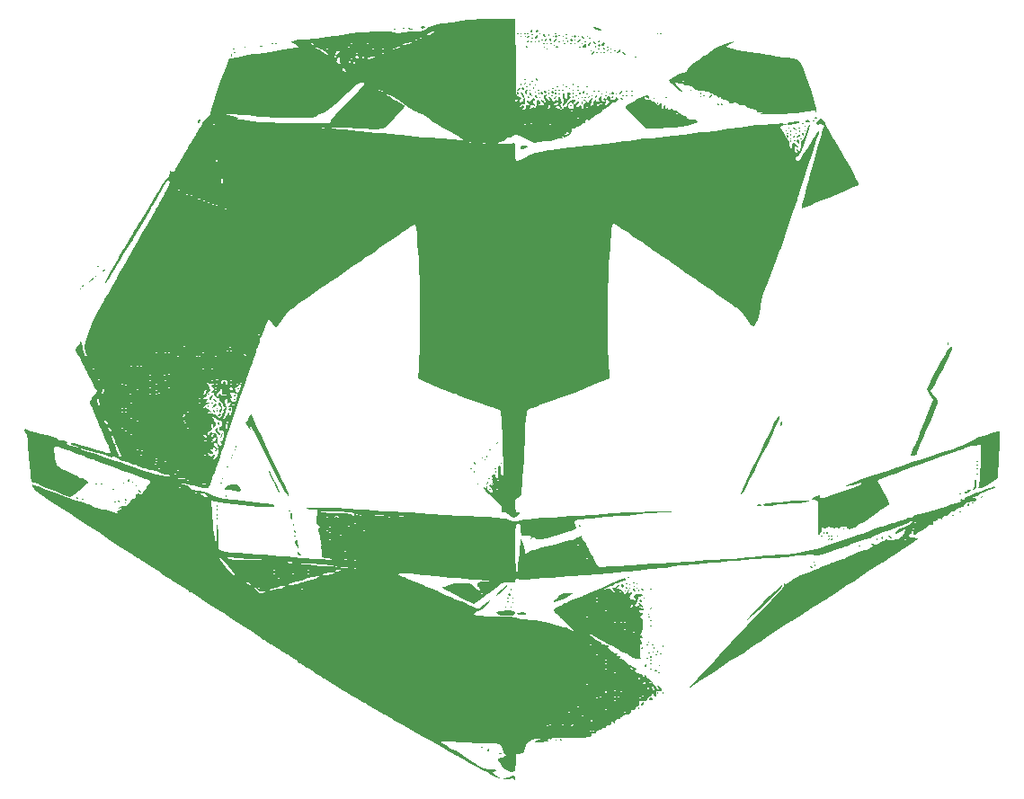
<source format=gbr>
%TF.GenerationSoftware,KiCad,Pcbnew,9.0.3-9.0.3-0~ubuntu24.04.1*%
%TF.CreationDate,2025-07-24T15:31:40-04:00*%
%TF.ProjectId,pathfinder,70617468-6669-46e6-9465-722e6b696361,rev?*%
%TF.SameCoordinates,Original*%
%TF.FileFunction,Legend,Bot*%
%TF.FilePolarity,Positive*%
%FSLAX46Y46*%
G04 Gerber Fmt 4.6, Leading zero omitted, Abs format (unit mm)*
G04 Created by KiCad (PCBNEW 9.0.3-9.0.3-0~ubuntu24.04.1) date 2025-07-24 15:31:40*
%MOMM*%
%LPD*%
G01*
G04 APERTURE LIST*
%ADD10C,0.300000*%
%ADD11C,0.000000*%
G04 APERTURE END LIST*
D10*
X186821427Y-56749757D02*
X186964285Y-56678328D01*
X186964285Y-56678328D02*
X187178570Y-56678328D01*
X187178570Y-56678328D02*
X187392856Y-56749757D01*
X187392856Y-56749757D02*
X187535713Y-56892614D01*
X187535713Y-56892614D02*
X187607142Y-57035471D01*
X187607142Y-57035471D02*
X187678570Y-57321185D01*
X187678570Y-57321185D02*
X187678570Y-57535471D01*
X187678570Y-57535471D02*
X187607142Y-57821185D01*
X187607142Y-57821185D02*
X187535713Y-57964042D01*
X187535713Y-57964042D02*
X187392856Y-58106900D01*
X187392856Y-58106900D02*
X187178570Y-58178328D01*
X187178570Y-58178328D02*
X187035713Y-58178328D01*
X187035713Y-58178328D02*
X186821427Y-58106900D01*
X186821427Y-58106900D02*
X186749999Y-58035471D01*
X186749999Y-58035471D02*
X186749999Y-57535471D01*
X186749999Y-57535471D02*
X187035713Y-57535471D01*
X185892856Y-56678328D02*
X185892856Y-57035471D01*
X186249999Y-56892614D02*
X185892856Y-57035471D01*
X185892856Y-57035471D02*
X185535713Y-56892614D01*
X186107142Y-57321185D02*
X185892856Y-57035471D01*
X185892856Y-57035471D02*
X185678570Y-57321185D01*
X184749999Y-56678328D02*
X184749999Y-57035471D01*
X185107142Y-56892614D02*
X184749999Y-57035471D01*
X184749999Y-57035471D02*
X184392856Y-56892614D01*
X184964285Y-57321185D02*
X184749999Y-57035471D01*
X184749999Y-57035471D02*
X184535713Y-57321185D01*
X183607142Y-56678328D02*
X183607142Y-57035471D01*
X183964285Y-56892614D02*
X183607142Y-57035471D01*
X183607142Y-57035471D02*
X183249999Y-56892614D01*
X183821428Y-57321185D02*
X183607142Y-57035471D01*
X183607142Y-57035471D02*
X183392856Y-57321185D01*
D11*
%TO.C,G\u002A\u002A\u002A*%
G36*
X144716902Y-47125352D02*
G01*
X144657277Y-47184976D01*
X144597653Y-47125352D01*
X144657277Y-47065727D01*
X144716902Y-47125352D01*
G37*
G36*
X146147888Y-45932863D02*
G01*
X146088263Y-45992488D01*
X146028639Y-45932863D01*
X146088263Y-45873239D01*
X146147888Y-45932863D01*
G37*
G36*
X146386385Y-44978873D02*
G01*
X146326761Y-45038497D01*
X146267137Y-44978873D01*
X146326761Y-44919248D01*
X146386385Y-44978873D01*
G37*
G36*
X146863381Y-46886854D02*
G01*
X146803756Y-46946478D01*
X146744132Y-46886854D01*
X146803756Y-46827229D01*
X146863381Y-46886854D01*
G37*
G36*
X147340376Y-44859624D02*
G01*
X147280752Y-44919248D01*
X147221127Y-44859624D01*
X147280752Y-44799999D01*
X147340376Y-44859624D01*
G37*
G36*
X147340376Y-65012675D02*
G01*
X147280752Y-65072300D01*
X147221127Y-65012675D01*
X147280752Y-64953051D01*
X147340376Y-65012675D01*
G37*
G36*
X147817371Y-65966666D02*
G01*
X147757747Y-66026290D01*
X147698123Y-65966666D01*
X147757747Y-65907042D01*
X147817371Y-65966666D01*
G37*
G36*
X148771362Y-65370422D02*
G01*
X148711738Y-65430046D01*
X148652113Y-65370422D01*
X148711738Y-65310798D01*
X148771362Y-65370422D01*
G37*
G36*
X157118780Y-56546009D02*
G01*
X157059155Y-56605633D01*
X156999531Y-56546009D01*
X157059155Y-56486384D01*
X157118780Y-56546009D01*
G37*
G36*
X157118780Y-57857746D02*
G01*
X157059155Y-57917370D01*
X156999531Y-57857746D01*
X157059155Y-57798121D01*
X157118780Y-57857746D01*
G37*
G36*
X157118780Y-61435211D02*
G01*
X157059155Y-61494835D01*
X156999531Y-61435211D01*
X157059155Y-61375586D01*
X157118780Y-61435211D01*
G37*
G36*
X157595775Y-58334741D02*
G01*
X157536151Y-58394366D01*
X157476526Y-58334741D01*
X157536151Y-58275117D01*
X157595775Y-58334741D01*
G37*
G36*
X157953522Y-65370422D02*
G01*
X157893897Y-65430046D01*
X157834273Y-65370422D01*
X157893897Y-65310798D01*
X157953522Y-65370422D01*
G37*
G36*
X159026761Y-62746948D02*
G01*
X158967137Y-62806572D01*
X158907512Y-62746948D01*
X158967137Y-62687323D01*
X159026761Y-62746948D01*
G37*
G36*
X159146010Y-24468075D02*
G01*
X159086385Y-24527699D01*
X159026761Y-24468075D01*
X159086385Y-24408450D01*
X159146010Y-24468075D01*
G37*
G36*
X159265259Y-62269952D02*
G01*
X159205634Y-62329577D01*
X159146010Y-62269952D01*
X159205634Y-62210328D01*
X159265259Y-62269952D01*
G37*
G36*
X160219249Y-24348826D02*
G01*
X160159625Y-24408450D01*
X160100000Y-24348826D01*
X160159625Y-24289201D01*
X160219249Y-24348826D01*
G37*
G36*
X164273709Y-23871830D02*
G01*
X164214085Y-23931455D01*
X164154461Y-23871830D01*
X164214085Y-23812206D01*
X164273709Y-23871830D01*
G37*
G36*
X164392958Y-67993896D02*
G01*
X164333334Y-68053521D01*
X164273709Y-67993896D01*
X164333334Y-67934272D01*
X164392958Y-67993896D01*
G37*
G36*
X165227700Y-67636150D02*
G01*
X165168076Y-67695774D01*
X165108451Y-67636150D01*
X165168076Y-67576525D01*
X165227700Y-67636150D01*
G37*
G36*
X168805165Y-68590140D02*
G01*
X168745540Y-68649765D01*
X168685916Y-68590140D01*
X168745540Y-68530516D01*
X168805165Y-68590140D01*
G37*
G36*
X176317841Y-22679342D02*
G01*
X176258216Y-22738967D01*
X176198592Y-22679342D01*
X176258216Y-22619718D01*
X176317841Y-22679342D01*
G37*
G36*
X182161033Y-63223943D02*
G01*
X182101409Y-63283567D01*
X182041784Y-63223943D01*
X182101409Y-63164319D01*
X182161033Y-63223943D01*
G37*
G36*
X182161033Y-65489671D02*
G01*
X182101409Y-65549295D01*
X182041784Y-65489671D01*
X182101409Y-65430046D01*
X182161033Y-65489671D01*
G37*
G36*
X182399531Y-65608920D02*
G01*
X182339907Y-65668544D01*
X182280282Y-65608920D01*
X182339907Y-65549295D01*
X182399531Y-65608920D01*
G37*
G36*
X182518780Y-90293427D02*
G01*
X182459155Y-90353051D01*
X182399531Y-90293427D01*
X182459155Y-90233802D01*
X182518780Y-90293427D01*
G37*
G36*
X182638029Y-77533802D02*
G01*
X182578404Y-77593427D01*
X182518780Y-77533802D01*
X182578404Y-77474178D01*
X182638029Y-77533802D01*
G37*
G36*
X183472770Y-65489671D02*
G01*
X183413146Y-65549295D01*
X183353522Y-65489671D01*
X183413146Y-65430046D01*
X183472770Y-65489671D01*
G37*
G36*
X184784507Y-77056807D02*
G01*
X184724883Y-77116431D01*
X184665259Y-77056807D01*
X184724883Y-76997182D01*
X184784507Y-77056807D01*
G37*
G36*
X185261503Y-77056807D02*
G01*
X185201878Y-77116431D01*
X185142254Y-77056807D01*
X185201878Y-76997182D01*
X185261503Y-77056807D01*
G37*
G36*
X185857747Y-93274647D02*
G01*
X185798123Y-93334272D01*
X185738498Y-93274647D01*
X185798123Y-93215023D01*
X185857747Y-93274647D01*
G37*
G36*
X186215493Y-23037089D02*
G01*
X186155869Y-23096713D01*
X186096245Y-23037089D01*
X186155869Y-22977464D01*
X186215493Y-23037089D01*
G37*
G36*
X186573240Y-23037089D02*
G01*
X186513615Y-23096713D01*
X186453991Y-23037089D01*
X186513615Y-22977464D01*
X186573240Y-23037089D01*
G37*
G36*
X187050235Y-28403286D02*
G01*
X186990611Y-28462910D01*
X186930986Y-28403286D01*
X186990611Y-28343661D01*
X187050235Y-28403286D01*
G37*
G36*
X188004226Y-23037089D02*
G01*
X187944601Y-23096713D01*
X187884977Y-23037089D01*
X187944601Y-22977464D01*
X188004226Y-23037089D01*
G37*
G36*
X188361972Y-23991079D02*
G01*
X188302348Y-24050704D01*
X188242723Y-23991079D01*
X188302348Y-23931455D01*
X188361972Y-23991079D01*
G37*
G36*
X188838968Y-28403286D02*
G01*
X188779343Y-28462910D01*
X188719719Y-28403286D01*
X188779343Y-28343661D01*
X188838968Y-28403286D01*
G37*
G36*
X189792958Y-23514084D02*
G01*
X189733334Y-23573708D01*
X189673709Y-23514084D01*
X189733334Y-23454459D01*
X189792958Y-23514084D01*
G37*
G36*
X189792958Y-28403286D02*
G01*
X189733334Y-28462910D01*
X189673709Y-28403286D01*
X189733334Y-28343661D01*
X189792958Y-28403286D01*
G37*
G36*
X190150705Y-28403286D02*
G01*
X190091080Y-28462910D01*
X190031456Y-28403286D01*
X190091080Y-28343661D01*
X190150705Y-28403286D01*
G37*
G36*
X190150705Y-30192018D02*
G01*
X190091080Y-30251643D01*
X190031456Y-30192018D01*
X190091080Y-30132394D01*
X190150705Y-30192018D01*
G37*
G36*
X191104695Y-28403286D02*
G01*
X191045071Y-28462910D01*
X190985446Y-28403286D01*
X191045071Y-28343661D01*
X191104695Y-28403286D01*
G37*
G36*
X191581691Y-28045539D02*
G01*
X191522066Y-28105164D01*
X191462442Y-28045539D01*
X191522066Y-27985915D01*
X191581691Y-28045539D01*
G37*
G36*
X191581691Y-28403286D02*
G01*
X191522066Y-28462910D01*
X191462442Y-28403286D01*
X191522066Y-28343661D01*
X191581691Y-28403286D01*
G37*
G36*
X191939437Y-23991079D02*
G01*
X191879813Y-24050704D01*
X191820188Y-23991079D01*
X191879813Y-23931455D01*
X191939437Y-23991079D01*
G37*
G36*
X192416432Y-28045539D02*
G01*
X192356808Y-28105164D01*
X192297184Y-28045539D01*
X192356808Y-27985915D01*
X192416432Y-28045539D01*
G37*
G36*
X192893428Y-28880281D02*
G01*
X192833803Y-28939905D01*
X192774179Y-28880281D01*
X192833803Y-28820657D01*
X192893428Y-28880281D01*
G37*
G36*
X192893428Y-29834272D02*
G01*
X192833803Y-29893896D01*
X192774179Y-29834272D01*
X192833803Y-29774647D01*
X192893428Y-29834272D01*
G37*
G36*
X193370423Y-24825821D02*
G01*
X193310799Y-24885445D01*
X193251174Y-24825821D01*
X193310799Y-24766197D01*
X193370423Y-24825821D01*
G37*
G36*
X193728169Y-24825821D02*
G01*
X193668545Y-24885445D01*
X193608921Y-24825821D01*
X193668545Y-24766197D01*
X193728169Y-24825821D01*
G37*
G36*
X194205165Y-28880281D02*
G01*
X194145540Y-28939905D01*
X194085916Y-28880281D01*
X194145540Y-28820657D01*
X194205165Y-28880281D01*
G37*
G36*
X194682160Y-24468075D02*
G01*
X194622536Y-24527699D01*
X194562911Y-24468075D01*
X194622536Y-24408450D01*
X194682160Y-24468075D01*
G37*
G36*
X194682160Y-24825821D02*
G01*
X194622536Y-24885445D01*
X194562911Y-24825821D01*
X194622536Y-24766197D01*
X194682160Y-24825821D01*
G37*
G36*
X196470892Y-75268075D02*
G01*
X196411268Y-75327699D01*
X196351644Y-75268075D01*
X196411268Y-75208450D01*
X196470892Y-75268075D01*
G37*
G36*
X196828639Y-74791079D02*
G01*
X196769015Y-74850704D01*
X196709390Y-74791079D01*
X196769015Y-74731455D01*
X196828639Y-74791079D01*
G37*
G36*
X197782630Y-76222065D02*
G01*
X197723005Y-76281690D01*
X197663381Y-76222065D01*
X197723005Y-76162441D01*
X197782630Y-76222065D01*
G37*
G36*
X198259625Y-78010798D02*
G01*
X198200000Y-78070422D01*
X198140376Y-78010798D01*
X198200000Y-77951173D01*
X198259625Y-78010798D01*
G37*
G36*
X198617371Y-80634272D02*
G01*
X198557747Y-80693896D01*
X198498123Y-80634272D01*
X198557747Y-80574647D01*
X198617371Y-80634272D01*
G37*
G36*
X199094367Y-23037089D02*
G01*
X199034742Y-23096713D01*
X198975118Y-23037089D01*
X199034742Y-22977464D01*
X199094367Y-23037089D01*
G37*
G36*
X199094367Y-29357276D02*
G01*
X199034742Y-29416901D01*
X198975118Y-29357276D01*
X199034742Y-29297652D01*
X199094367Y-29357276D01*
G37*
G36*
X199094367Y-81946009D02*
G01*
X199034742Y-82005633D01*
X198975118Y-81946009D01*
X199034742Y-81886384D01*
X199094367Y-81946009D01*
G37*
G36*
X199213615Y-83257746D02*
G01*
X199153991Y-83317370D01*
X199094367Y-83257746D01*
X199153991Y-83198121D01*
X199213615Y-83257746D01*
G37*
G36*
X199571362Y-81946009D02*
G01*
X199511738Y-82005633D01*
X199452113Y-81946009D01*
X199511738Y-81886384D01*
X199571362Y-81946009D01*
G37*
G36*
X200406104Y-29357276D02*
G01*
X200346479Y-29416901D01*
X200286855Y-29357276D01*
X200346479Y-29297652D01*
X200406104Y-29357276D01*
G37*
G36*
X202194836Y-28403286D02*
G01*
X202135212Y-28462910D01*
X202075587Y-28403286D01*
X202135212Y-28343661D01*
X202194836Y-28403286D01*
G37*
G36*
X203148827Y-28999530D02*
G01*
X203089202Y-29059154D01*
X203029578Y-28999530D01*
X203089202Y-28939905D01*
X203148827Y-28999530D01*
G37*
G36*
X210780752Y-31980751D02*
G01*
X210721127Y-32040375D01*
X210661503Y-31980751D01*
X210721127Y-31921126D01*
X210780752Y-31980751D01*
G37*
G36*
X211615493Y-32934741D02*
G01*
X211555869Y-32994366D01*
X211496245Y-32934741D01*
X211555869Y-32875117D01*
X211615493Y-32934741D01*
G37*
G36*
X212092489Y-32457746D02*
G01*
X212032864Y-32517370D01*
X211973240Y-32457746D01*
X212032864Y-32398121D01*
X212092489Y-32457746D01*
G37*
G36*
X212569484Y-32934741D02*
G01*
X212509860Y-32994366D01*
X212450235Y-32934741D01*
X212509860Y-32875117D01*
X212569484Y-32934741D01*
G37*
G36*
X213761972Y-31265258D02*
G01*
X213702348Y-31324882D01*
X213642723Y-31265258D01*
X213702348Y-31205633D01*
X213761972Y-31265258D01*
G37*
G36*
X214358216Y-31980751D02*
G01*
X214298592Y-32040375D01*
X214238968Y-31980751D01*
X214298592Y-31921126D01*
X214358216Y-31980751D01*
G37*
G36*
X215192958Y-70378873D02*
G01*
X215133334Y-70438497D01*
X215073709Y-70378873D01*
X215133334Y-70319248D01*
X215192958Y-70378873D01*
G37*
G36*
X216027700Y-70378873D02*
G01*
X215968076Y-70438497D01*
X215908451Y-70378873D01*
X215968076Y-70319248D01*
X216027700Y-70378873D01*
G37*
G36*
X219247418Y-70855868D02*
G01*
X219187794Y-70915492D01*
X219128169Y-70855868D01*
X219187794Y-70796244D01*
X219247418Y-70855868D01*
G37*
G36*
X227714085Y-67874647D02*
G01*
X227654461Y-67934272D01*
X227594836Y-67874647D01*
X227654461Y-67815023D01*
X227714085Y-67874647D01*
G37*
G36*
X229979813Y-66443661D02*
G01*
X229920188Y-66503286D01*
X229860564Y-66443661D01*
X229920188Y-66384037D01*
X229979813Y-66443661D01*
G37*
G36*
X144438655Y-66781533D02*
G01*
X144457311Y-66817401D01*
X144359155Y-66861032D01*
X144296025Y-66852426D01*
X144279656Y-66781533D01*
X144297134Y-66767261D01*
X144438655Y-66781533D01*
G37*
G36*
X144915650Y-66900782D02*
G01*
X144934306Y-66936650D01*
X144836151Y-66980281D01*
X144773021Y-66971675D01*
X144756651Y-66900782D01*
X144774129Y-66886510D01*
X144915650Y-66900782D01*
G37*
G36*
X146227387Y-65469796D02*
G01*
X146246043Y-65505664D01*
X146147888Y-65549295D01*
X146084758Y-65540689D01*
X146068389Y-65469796D01*
X146085867Y-65455524D01*
X146227387Y-65469796D01*
G37*
G36*
X146704382Y-65469796D02*
G01*
X146723038Y-65505664D01*
X146624883Y-65549295D01*
X146561753Y-65540689D01*
X146545384Y-65469796D01*
X146562862Y-65455524D01*
X146704382Y-65469796D01*
G37*
G36*
X148016119Y-67139280D02*
G01*
X148034775Y-67175147D01*
X147936620Y-67218779D01*
X147873490Y-67210173D01*
X147857121Y-67139280D01*
X147874599Y-67125008D01*
X148016119Y-67139280D01*
G37*
G36*
X148970110Y-67258528D02*
G01*
X148988766Y-67294396D01*
X148890611Y-67338028D01*
X148827481Y-67329422D01*
X148811112Y-67258528D01*
X148828590Y-67244257D01*
X148970110Y-67258528D01*
G37*
G36*
X149606104Y-65310798D02*
G01*
X149597498Y-65373927D01*
X149526605Y-65390297D01*
X149512333Y-65372819D01*
X149526605Y-65231298D01*
X149562472Y-65212642D01*
X149606104Y-65310798D01*
G37*
G36*
X149963850Y-65668544D02*
G01*
X149955244Y-65731674D01*
X149884351Y-65748043D01*
X149870079Y-65730565D01*
X149884351Y-65589045D01*
X149920219Y-65570389D01*
X149963850Y-65668544D01*
G37*
G36*
X156840533Y-57003129D02*
G01*
X156859189Y-57038997D01*
X156761033Y-57082629D01*
X156697903Y-57074023D01*
X156681534Y-57003129D01*
X156699012Y-56988858D01*
X156840533Y-57003129D01*
G37*
G36*
X156761033Y-58155868D02*
G01*
X156752427Y-58218998D01*
X156681534Y-58235367D01*
X156667262Y-58217889D01*
X156681534Y-58076369D01*
X156717402Y-58057713D01*
X156761033Y-58155868D01*
G37*
G36*
X157595775Y-58632863D02*
G01*
X157587169Y-58695993D01*
X157516276Y-58712362D01*
X157502004Y-58694884D01*
X157516276Y-58553364D01*
X157552144Y-58534708D01*
X157595775Y-58632863D01*
G37*
G36*
X157595775Y-67576525D02*
G01*
X157587169Y-67639655D01*
X157516276Y-67656024D01*
X157502004Y-67638546D01*
X157516276Y-67497026D01*
X157552144Y-67478370D01*
X157595775Y-67576525D01*
G37*
G36*
X157595775Y-67934272D02*
G01*
X157587169Y-67997402D01*
X157516276Y-68013771D01*
X157502004Y-67996293D01*
X157516276Y-67854772D01*
X157552144Y-67836116D01*
X157595775Y-67934272D01*
G37*
G36*
X157595775Y-68411267D02*
G01*
X157587169Y-68474397D01*
X157516276Y-68490766D01*
X157502004Y-68473288D01*
X157516276Y-68331768D01*
X157552144Y-68313112D01*
X157595775Y-68411267D01*
G37*
G36*
X157595775Y-68769013D02*
G01*
X157587169Y-68832143D01*
X157516276Y-68848513D01*
X157502004Y-68831035D01*
X157516276Y-68689514D01*
X157552144Y-68670858D01*
X157595775Y-68769013D01*
G37*
G36*
X158072770Y-64953051D02*
G01*
X158064164Y-65016181D01*
X157993271Y-65032550D01*
X157978999Y-65015072D01*
X157993271Y-64873552D01*
X158029139Y-64854896D01*
X158072770Y-64953051D01*
G37*
G36*
X158430517Y-66622535D02*
G01*
X158421911Y-66685665D01*
X158351018Y-66702034D01*
X158336746Y-66684556D01*
X158351018Y-66543035D01*
X158386886Y-66524379D01*
X158430517Y-66622535D01*
G37*
G36*
X158549766Y-63879812D02*
G01*
X158541160Y-63942942D01*
X158470266Y-63959311D01*
X158455995Y-63941833D01*
X158470266Y-63800312D01*
X158506134Y-63781656D01*
X158549766Y-63879812D01*
G37*
G36*
X158898098Y-25054381D02*
G01*
X158889666Y-25175331D01*
X158835466Y-25210895D01*
X158811835Y-25168707D01*
X158826052Y-24982335D01*
X158868975Y-24927139D01*
X158898098Y-25054381D01*
G37*
G36*
X158907512Y-63045070D02*
G01*
X158898906Y-63108200D01*
X158828013Y-63124569D01*
X158813741Y-63107091D01*
X158828013Y-62965571D01*
X158863881Y-62946915D01*
X158907512Y-63045070D01*
G37*
G36*
X159225509Y-24805946D02*
G01*
X159244165Y-24841814D01*
X159146010Y-24885445D01*
X159082880Y-24876839D01*
X159066511Y-24805946D01*
X159083989Y-24791674D01*
X159225509Y-24805946D01*
G37*
G36*
X159225509Y-57480125D02*
G01*
X159244165Y-57515993D01*
X159146010Y-57559624D01*
X159082880Y-57551018D01*
X159066511Y-57480125D01*
X159083989Y-57465853D01*
X159225509Y-57480125D01*
G37*
G36*
X159384507Y-61971830D02*
G01*
X159375902Y-62034960D01*
X159305008Y-62051330D01*
X159290737Y-62033852D01*
X159305008Y-61892331D01*
X159340876Y-61873675D01*
X159384507Y-61971830D01*
G37*
G36*
X159583256Y-56526134D02*
G01*
X159601912Y-56562002D01*
X159503756Y-56605633D01*
X159440626Y-56597027D01*
X159424257Y-56526134D01*
X159441735Y-56511862D01*
X159583256Y-56526134D01*
G37*
G36*
X161791843Y-24207741D02*
G01*
X161847040Y-24250664D01*
X161719797Y-24279787D01*
X161598847Y-24271355D01*
X161563283Y-24217155D01*
X161605472Y-24193525D01*
X161791843Y-24207741D01*
G37*
G36*
X162802974Y-23971204D02*
G01*
X162821630Y-24007072D01*
X162723475Y-24050704D01*
X162660345Y-24042098D01*
X162643975Y-23971204D01*
X162661453Y-23956933D01*
X162802974Y-23971204D01*
G37*
G36*
X163160720Y-23971204D02*
G01*
X163179376Y-24007072D01*
X163081221Y-24050704D01*
X163018091Y-24042098D01*
X163001722Y-23971204D01*
X163019200Y-23956933D01*
X163160720Y-23971204D01*
G37*
G36*
X164741290Y-69295696D02*
G01*
X164732859Y-69416645D01*
X164678659Y-69452210D01*
X164655028Y-69410021D01*
X164669244Y-69223650D01*
X164712167Y-69168453D01*
X164741290Y-69295696D01*
G37*
G36*
X164949453Y-70358998D02*
G01*
X164968109Y-70394866D01*
X164869954Y-70438497D01*
X164806824Y-70429891D01*
X164790454Y-70358998D01*
X164807932Y-70344726D01*
X164949453Y-70358998D01*
G37*
G36*
X174312970Y-22657506D02*
G01*
X174368166Y-22700429D01*
X174240924Y-22729552D01*
X174119974Y-22721120D01*
X174084410Y-22666920D01*
X174126598Y-22643290D01*
X174312970Y-22657506D01*
G37*
G36*
X175204852Y-22540218D02*
G01*
X175223508Y-22576086D01*
X175125353Y-22619718D01*
X175062223Y-22611112D01*
X175045853Y-22540218D01*
X175063331Y-22525947D01*
X175204852Y-22540218D01*
G37*
G36*
X181525040Y-64038810D02*
G01*
X181543696Y-64074678D01*
X181445540Y-64118309D01*
X181382410Y-64109703D01*
X181366041Y-64038810D01*
X181383519Y-64024538D01*
X181525040Y-64038810D01*
G37*
G36*
X181803287Y-64356807D02*
G01*
X181794681Y-64419937D01*
X181723788Y-64436306D01*
X181709516Y-64418828D01*
X181723788Y-64277308D01*
X181759656Y-64258652D01*
X181803287Y-64356807D01*
G37*
G36*
X182518780Y-63045070D02*
G01*
X182510174Y-63108200D01*
X182439281Y-63124569D01*
X182425009Y-63107091D01*
X182439281Y-62965571D01*
X182475149Y-62946915D01*
X182518780Y-63045070D01*
G37*
G36*
X182836777Y-63204068D02*
G01*
X182855433Y-63239936D01*
X182757277Y-63283567D01*
X182694147Y-63274962D01*
X182677778Y-63204068D01*
X182695256Y-63189796D01*
X182836777Y-63204068D01*
G37*
G36*
X182995775Y-62925821D02*
G01*
X182987169Y-62988951D01*
X182916276Y-63005320D01*
X182902004Y-62987842D01*
X182916276Y-62846322D01*
X182952144Y-62827666D01*
X182995775Y-62925821D01*
G37*
G36*
X183194523Y-64992801D02*
G01*
X183213179Y-65028669D01*
X183115024Y-65072300D01*
X183051894Y-65063694D01*
X183035525Y-64992801D01*
X183053003Y-64978529D01*
X183194523Y-64992801D01*
G37*
G36*
X183313772Y-62250078D02*
G01*
X183332428Y-62285946D01*
X183234273Y-62329577D01*
X183171143Y-62320971D01*
X183154774Y-62250078D01*
X183172252Y-62235806D01*
X183313772Y-62250078D01*
G37*
G36*
X183313772Y-65946791D02*
G01*
X183332428Y-65982659D01*
X183234273Y-66026290D01*
X183171143Y-66017685D01*
X183154774Y-65946791D01*
X183172252Y-65932520D01*
X183313772Y-65946791D01*
G37*
G36*
X183790767Y-64038810D02*
G01*
X183809423Y-64074678D01*
X183711268Y-64118309D01*
X183648138Y-64109703D01*
X183631769Y-64038810D01*
X183649247Y-64024538D01*
X183790767Y-64038810D01*
G37*
G36*
X183830517Y-64356807D02*
G01*
X183821911Y-64419937D01*
X183751018Y-64436306D01*
X183736746Y-64418828D01*
X183751018Y-64277308D01*
X183786886Y-64258652D01*
X183830517Y-64356807D01*
G37*
G36*
X183949766Y-61614084D02*
G01*
X183941160Y-61677214D01*
X183870266Y-61693583D01*
X183855995Y-61676105D01*
X183870266Y-61534585D01*
X183906134Y-61515929D01*
X183949766Y-61614084D01*
G37*
G36*
X184337324Y-90870319D02*
G01*
X184357553Y-90911726D01*
X184188263Y-90930466D01*
X184024222Y-90913844D01*
X184039202Y-90870319D01*
X184093181Y-90854569D01*
X184337324Y-90870319D01*
G37*
G36*
X184307512Y-63522065D02*
G01*
X184298906Y-63585195D01*
X184228013Y-63601564D01*
X184213741Y-63584086D01*
X184228013Y-63442566D01*
X184263881Y-63423910D01*
X184307512Y-63522065D01*
G37*
G36*
X184983256Y-76202190D02*
G01*
X185001912Y-76238058D01*
X184903756Y-76281690D01*
X184840626Y-76273084D01*
X184824257Y-76202190D01*
X184841735Y-76187919D01*
X184983256Y-76202190D01*
G37*
G36*
X184983256Y-76559937D02*
G01*
X185001912Y-76595805D01*
X184903756Y-76639436D01*
X184840626Y-76630830D01*
X184824257Y-76559937D01*
X184841735Y-76545665D01*
X184983256Y-76559937D01*
G37*
G36*
X185261503Y-75446948D02*
G01*
X185252897Y-75510078D01*
X185182004Y-75526447D01*
X185167732Y-75508969D01*
X185182004Y-75367449D01*
X185217872Y-75348792D01*
X185261503Y-75446948D01*
G37*
G36*
X185460251Y-76202190D02*
G01*
X185478907Y-76238058D01*
X185380752Y-76281690D01*
X185317622Y-76273084D01*
X185301252Y-76202190D01*
X185318730Y-76187919D01*
X185460251Y-76202190D01*
G37*
G36*
X185460251Y-76679186D02*
G01*
X185478907Y-76715054D01*
X185380752Y-76758685D01*
X185317622Y-76750079D01*
X185301252Y-76679186D01*
X185318730Y-76664914D01*
X185460251Y-76679186D01*
G37*
G36*
X185937246Y-23017214D02*
G01*
X185955902Y-23053082D01*
X185857747Y-23096713D01*
X185794617Y-23088107D01*
X185778248Y-23017214D01*
X185795726Y-23002942D01*
X185937246Y-23017214D01*
G37*
G36*
X186215493Y-23335211D02*
G01*
X186206887Y-23398341D01*
X186135994Y-23414710D01*
X186121722Y-23397232D01*
X186135994Y-23255711D01*
X186171862Y-23237055D01*
X186215493Y-23335211D01*
G37*
G36*
X186215493Y-27866666D02*
G01*
X186206887Y-27929796D01*
X186135994Y-27946165D01*
X186121722Y-27928687D01*
X186135994Y-27787167D01*
X186171862Y-27768511D01*
X186215493Y-27866666D01*
G37*
G36*
X186573240Y-23335211D02*
G01*
X186564634Y-23398341D01*
X186493741Y-23414710D01*
X186479469Y-23397232D01*
X186493741Y-23255711D01*
X186529609Y-23237055D01*
X186573240Y-23335211D01*
G37*
G36*
X186573240Y-27389671D02*
G01*
X186564634Y-27452801D01*
X186493741Y-27469170D01*
X186479469Y-27451692D01*
X186493741Y-27310172D01*
X186529609Y-27291515D01*
X186573240Y-27389671D01*
G37*
G36*
X186573240Y-27747417D02*
G01*
X186564634Y-27810547D01*
X186493741Y-27826916D01*
X186479469Y-27809438D01*
X186493741Y-27667918D01*
X186529609Y-27649262D01*
X186573240Y-27747417D01*
G37*
G36*
X186771988Y-28025664D02*
G01*
X186790644Y-28061532D01*
X186692489Y-28105164D01*
X186629359Y-28096558D01*
X186612990Y-28025664D01*
X186630467Y-28011393D01*
X186771988Y-28025664D01*
G37*
G36*
X186891237Y-23017214D02*
G01*
X186909893Y-23053082D01*
X186811738Y-23096713D01*
X186748608Y-23088107D01*
X186732238Y-23017214D01*
X186749716Y-23002942D01*
X186891237Y-23017214D01*
G37*
G36*
X187050235Y-27866666D02*
G01*
X187041629Y-27929796D01*
X186970736Y-27946165D01*
X186956464Y-27928687D01*
X186970736Y-27787167D01*
X187006604Y-27768511D01*
X187050235Y-27866666D01*
G37*
G36*
X187248983Y-23136463D02*
G01*
X187267639Y-23172331D01*
X187169484Y-23215962D01*
X187106354Y-23207356D01*
X187089985Y-23136463D01*
X187107463Y-23122191D01*
X187248983Y-23136463D01*
G37*
G36*
X187248983Y-23494209D02*
G01*
X187267639Y-23530077D01*
X187169484Y-23573708D01*
X187106354Y-23565102D01*
X187089985Y-23494209D01*
X187107463Y-23479937D01*
X187248983Y-23494209D01*
G37*
G36*
X187248983Y-27548669D02*
G01*
X187267639Y-27584537D01*
X187169484Y-27628168D01*
X187106354Y-27619562D01*
X187089985Y-27548669D01*
X187107463Y-27534397D01*
X187248983Y-27548669D01*
G37*
G36*
X187407982Y-28224413D02*
G01*
X187399376Y-28287542D01*
X187328482Y-28303912D01*
X187314211Y-28286434D01*
X187328482Y-28144913D01*
X187364350Y-28126257D01*
X187407982Y-28224413D01*
G37*
G36*
X187527231Y-23812206D02*
G01*
X187518625Y-23875336D01*
X187447731Y-23891705D01*
X187433460Y-23874227D01*
X187447731Y-23732707D01*
X187483599Y-23714051D01*
X187527231Y-23812206D01*
G37*
G36*
X187527231Y-27866666D02*
G01*
X187518625Y-27929796D01*
X187447731Y-27946165D01*
X187433460Y-27928687D01*
X187447731Y-27787167D01*
X187483599Y-27768511D01*
X187527231Y-27866666D01*
G37*
G36*
X187527231Y-28582159D02*
G01*
X187518625Y-28645289D01*
X187447731Y-28661658D01*
X187433460Y-28644180D01*
X187447731Y-28502660D01*
X187483599Y-28484004D01*
X187527231Y-28582159D01*
G37*
G36*
X187845227Y-28383411D02*
G01*
X187863883Y-28419279D01*
X187765728Y-28462910D01*
X187702598Y-28454304D01*
X187686229Y-28383411D01*
X187703707Y-28369139D01*
X187845227Y-28383411D01*
G37*
G36*
X187884977Y-23812206D02*
G01*
X187876371Y-23875336D01*
X187805478Y-23891705D01*
X187791206Y-23874227D01*
X187805478Y-23732707D01*
X187841346Y-23714051D01*
X187884977Y-23812206D01*
G37*
G36*
X187884977Y-28701408D02*
G01*
X187876371Y-28764538D01*
X187805478Y-28780907D01*
X187791206Y-28763429D01*
X187805478Y-28621909D01*
X187841346Y-28603253D01*
X187884977Y-28701408D01*
G37*
G36*
X188004226Y-23335211D02*
G01*
X187995620Y-23398341D01*
X187924727Y-23414710D01*
X187910455Y-23397232D01*
X187924727Y-23255711D01*
X187960595Y-23237055D01*
X188004226Y-23335211D01*
G37*
G36*
X188004226Y-29059154D02*
G01*
X187995620Y-29122284D01*
X187924727Y-29138654D01*
X187910455Y-29121176D01*
X187924727Y-28979655D01*
X187960595Y-28960999D01*
X188004226Y-29059154D01*
G37*
G36*
X188202974Y-23613458D02*
G01*
X188221630Y-23649326D01*
X188123475Y-23692957D01*
X188060345Y-23684351D01*
X188043975Y-23613458D01*
X188061453Y-23599186D01*
X188202974Y-23613458D01*
G37*
G36*
X188361972Y-24289201D02*
G01*
X188353366Y-24352331D01*
X188282473Y-24368700D01*
X188268201Y-24351223D01*
X188282473Y-24209702D01*
X188318341Y-24191046D01*
X188361972Y-24289201D01*
G37*
G36*
X188679969Y-23971204D02*
G01*
X188698625Y-24007072D01*
X188600470Y-24050704D01*
X188537340Y-24042098D01*
X188520971Y-23971204D01*
X188538449Y-23956933D01*
X188679969Y-23971204D01*
G37*
G36*
X188679969Y-24448200D02*
G01*
X188698625Y-24484068D01*
X188600470Y-24527699D01*
X188537340Y-24519093D01*
X188520971Y-24448200D01*
X188538449Y-24433928D01*
X188679969Y-24448200D01*
G37*
G36*
X188838968Y-23215962D02*
G01*
X188830362Y-23279092D01*
X188759468Y-23295461D01*
X188745197Y-23277983D01*
X188759468Y-23136463D01*
X188795336Y-23117807D01*
X188838968Y-23215962D01*
G37*
G36*
X188838968Y-28701408D02*
G01*
X188830362Y-28764538D01*
X188759468Y-28780907D01*
X188745197Y-28763429D01*
X188759468Y-28621909D01*
X188795336Y-28603253D01*
X188838968Y-28701408D01*
G37*
G36*
X189099824Y-89556098D02*
G01*
X189155021Y-89599021D01*
X189027778Y-89628144D01*
X188906829Y-89619712D01*
X188871264Y-89565512D01*
X188913453Y-89541881D01*
X189099824Y-89556098D01*
G37*
G36*
X189037716Y-23971204D02*
G01*
X189056372Y-24007072D01*
X188958216Y-24050704D01*
X188895086Y-24042098D01*
X188878717Y-23971204D01*
X188896195Y-23956933D01*
X189037716Y-23971204D01*
G37*
G36*
X189156964Y-28860406D02*
G01*
X189175621Y-28896274D01*
X189077465Y-28939905D01*
X189014335Y-28931300D01*
X188997966Y-28860406D01*
X189015444Y-28846135D01*
X189156964Y-28860406D01*
G37*
G36*
X189196714Y-23335211D02*
G01*
X189188108Y-23398341D01*
X189117215Y-23414710D01*
X189102943Y-23397232D01*
X189117215Y-23255711D01*
X189153083Y-23237055D01*
X189196714Y-23335211D01*
G37*
G36*
X189196714Y-28224413D02*
G01*
X189188108Y-28287542D01*
X189117215Y-28303912D01*
X189102943Y-28286434D01*
X189117215Y-28144913D01*
X189153083Y-28126257D01*
X189196714Y-28224413D01*
G37*
G36*
X189315963Y-24169952D02*
G01*
X189307357Y-24233082D01*
X189236464Y-24249452D01*
X189222192Y-24231974D01*
X189236464Y-24090453D01*
X189272332Y-24071797D01*
X189315963Y-24169952D01*
G37*
G36*
X189514711Y-23017214D02*
G01*
X189533367Y-23053082D01*
X189435212Y-23096713D01*
X189372082Y-23088107D01*
X189355713Y-23017214D01*
X189373190Y-23002942D01*
X189514711Y-23017214D01*
G37*
G36*
X189514711Y-28383411D02*
G01*
X189533367Y-28419279D01*
X189435212Y-28462910D01*
X189372082Y-28454304D01*
X189355713Y-28383411D01*
X189373190Y-28369139D01*
X189514711Y-28383411D01*
G37*
G36*
X189514711Y-89558059D02*
G01*
X189533367Y-89593927D01*
X189435212Y-89637558D01*
X189372082Y-89628952D01*
X189355713Y-89558059D01*
X189373190Y-89543787D01*
X189514711Y-89558059D01*
G37*
G36*
X189633960Y-28025664D02*
G01*
X189652616Y-28061532D01*
X189554461Y-28105164D01*
X189491331Y-28096558D01*
X189474961Y-28025664D01*
X189492439Y-28011393D01*
X189633960Y-28025664D01*
G37*
G36*
X189792958Y-23215962D02*
G01*
X189784352Y-23279092D01*
X189713459Y-23295461D01*
X189699187Y-23277983D01*
X189713459Y-23136463D01*
X189749327Y-23117807D01*
X189792958Y-23215962D01*
G37*
G36*
X189792958Y-23812206D02*
G01*
X189784352Y-23875336D01*
X189713459Y-23891705D01*
X189699187Y-23874227D01*
X189713459Y-23732707D01*
X189749327Y-23714051D01*
X189792958Y-23812206D01*
G37*
G36*
X189792958Y-28701408D02*
G01*
X189784352Y-28764538D01*
X189713459Y-28780907D01*
X189699187Y-28763429D01*
X189713459Y-28621909D01*
X189749327Y-28603253D01*
X189792958Y-28701408D01*
G37*
G36*
X189991706Y-89558059D02*
G01*
X190010362Y-89593927D01*
X189912207Y-89637558D01*
X189849077Y-89628952D01*
X189832708Y-89558059D01*
X189850186Y-89543787D01*
X189991706Y-89558059D01*
G37*
G36*
X190150705Y-23335211D02*
G01*
X190142099Y-23398341D01*
X190071205Y-23414710D01*
X190056934Y-23397232D01*
X190071205Y-23255711D01*
X190107073Y-23237055D01*
X190150705Y-23335211D01*
G37*
G36*
X190150705Y-23692957D02*
G01*
X190142099Y-23756087D01*
X190071205Y-23772456D01*
X190056934Y-23754978D01*
X190071205Y-23613458D01*
X190107073Y-23594802D01*
X190150705Y-23692957D01*
G37*
G36*
X190150705Y-27866666D02*
G01*
X190142099Y-27929796D01*
X190071205Y-27946165D01*
X190056934Y-27928687D01*
X190071205Y-27787167D01*
X190107073Y-27768511D01*
X190150705Y-27866666D01*
G37*
G36*
X190349453Y-23971204D02*
G01*
X190368109Y-24007072D01*
X190269954Y-24050704D01*
X190206824Y-24042098D01*
X190190454Y-23971204D01*
X190207932Y-23956933D01*
X190349453Y-23971204D01*
G37*
G36*
X190468702Y-23136463D02*
G01*
X190487358Y-23172331D01*
X190389202Y-23215962D01*
X190326072Y-23207356D01*
X190309703Y-23136463D01*
X190327181Y-23122191D01*
X190468702Y-23136463D01*
G37*
G36*
X190468702Y-23494209D02*
G01*
X190487358Y-23530077D01*
X190389202Y-23573708D01*
X190326072Y-23565102D01*
X190309703Y-23494209D01*
X190327181Y-23479937D01*
X190468702Y-23494209D01*
G37*
G36*
X190468702Y-28025664D02*
G01*
X190487358Y-28061532D01*
X190389202Y-28105164D01*
X190326072Y-28096558D01*
X190309703Y-28025664D01*
X190327181Y-28011393D01*
X190468702Y-28025664D01*
G37*
G36*
X190627700Y-23812206D02*
G01*
X190619094Y-23875336D01*
X190548201Y-23891705D01*
X190533929Y-23874227D01*
X190548201Y-23732707D01*
X190584069Y-23714051D01*
X190627700Y-23812206D01*
G37*
G36*
X190746949Y-28224413D02*
G01*
X190738343Y-28287542D01*
X190667450Y-28303912D01*
X190653178Y-28286434D01*
X190667450Y-28144913D01*
X190703318Y-28126257D01*
X190746949Y-28224413D01*
G37*
G36*
X190945697Y-23971204D02*
G01*
X190964353Y-24007072D01*
X190866198Y-24050704D01*
X190803068Y-24042098D01*
X190786698Y-23971204D01*
X190804176Y-23956933D01*
X190945697Y-23971204D01*
G37*
G36*
X190945697Y-29814397D02*
G01*
X190964353Y-29850265D01*
X190866198Y-29893896D01*
X190803068Y-29885290D01*
X190786698Y-29814397D01*
X190804176Y-29800125D01*
X190945697Y-29814397D01*
G37*
G36*
X190985446Y-23335211D02*
G01*
X190976841Y-23398341D01*
X190905947Y-23414710D01*
X190891675Y-23397232D01*
X190905947Y-23255711D01*
X190941815Y-23237055D01*
X190985446Y-23335211D01*
G37*
G36*
X191104695Y-27866666D02*
G01*
X191096089Y-27929796D01*
X191025196Y-27946165D01*
X191010924Y-27928687D01*
X191025196Y-27787167D01*
X191061064Y-27768511D01*
X191104695Y-27866666D01*
G37*
G36*
X191104695Y-28701408D02*
G01*
X191096089Y-28764538D01*
X191025196Y-28780907D01*
X191010924Y-28763429D01*
X191025196Y-28621909D01*
X191061064Y-28603253D01*
X191104695Y-28701408D01*
G37*
G36*
X191104695Y-29059154D02*
G01*
X191096089Y-29122284D01*
X191025196Y-29138654D01*
X191010924Y-29121176D01*
X191025196Y-28979655D01*
X191061064Y-28960999D01*
X191104695Y-29059154D01*
G37*
G36*
X191303443Y-23613458D02*
G01*
X191322099Y-23649326D01*
X191223944Y-23692957D01*
X191160814Y-23684351D01*
X191144445Y-23613458D01*
X191161923Y-23599186D01*
X191303443Y-23613458D01*
G37*
G36*
X191303443Y-23971204D02*
G01*
X191322099Y-24007072D01*
X191223944Y-24050704D01*
X191160814Y-24042098D01*
X191144445Y-23971204D01*
X191161923Y-23956933D01*
X191303443Y-23971204D01*
G37*
G36*
X191422692Y-28860406D02*
G01*
X191441348Y-28896274D01*
X191343193Y-28939905D01*
X191280063Y-28931300D01*
X191263694Y-28860406D01*
X191281172Y-28846135D01*
X191422692Y-28860406D01*
G37*
G36*
X191581691Y-23335211D02*
G01*
X191573085Y-23398341D01*
X191502191Y-23414710D01*
X191487920Y-23397232D01*
X191502191Y-23255711D01*
X191538059Y-23237055D01*
X191581691Y-23335211D01*
G37*
G36*
X191581691Y-29178403D02*
G01*
X191573085Y-29241533D01*
X191502191Y-29257902D01*
X191487920Y-29240424D01*
X191502191Y-29098904D01*
X191538059Y-29080248D01*
X191581691Y-29178403D01*
G37*
G36*
X191780439Y-24328951D02*
G01*
X191799095Y-24364819D01*
X191700939Y-24408450D01*
X191637809Y-24399844D01*
X191621440Y-24328951D01*
X191638918Y-24314679D01*
X191780439Y-24328951D01*
G37*
G36*
X191780439Y-69405007D02*
G01*
X191799095Y-69440875D01*
X191700939Y-69484506D01*
X191637809Y-69475901D01*
X191621440Y-69405007D01*
X191638918Y-69390735D01*
X191780439Y-69405007D01*
G37*
G36*
X191939437Y-29059154D02*
G01*
X191930831Y-29122284D01*
X191859938Y-29138654D01*
X191845666Y-29121176D01*
X191859938Y-28979655D01*
X191895806Y-28960999D01*
X191939437Y-29059154D01*
G37*
G36*
X191920608Y-29536150D02*
G01*
X191903986Y-29700191D01*
X191860461Y-29685211D01*
X191844711Y-29631232D01*
X191860461Y-29387089D01*
X191901868Y-29366860D01*
X191920608Y-29536150D01*
G37*
G36*
X192416432Y-23335211D02*
G01*
X192407826Y-23398341D01*
X192336933Y-23414710D01*
X192322661Y-23397232D01*
X192336933Y-23255711D01*
X192372801Y-23237055D01*
X192416432Y-23335211D01*
G37*
G36*
X192416432Y-28701408D02*
G01*
X192407826Y-28764538D01*
X192336933Y-28780907D01*
X192322661Y-28763429D01*
X192336933Y-28621909D01*
X192372801Y-28603253D01*
X192416432Y-28701408D01*
G37*
G36*
X192734429Y-23494209D02*
G01*
X192753085Y-23530077D01*
X192654930Y-23573708D01*
X192591800Y-23565102D01*
X192575431Y-23494209D01*
X192592909Y-23479937D01*
X192734429Y-23494209D01*
G37*
G36*
X192774179Y-24646948D02*
G01*
X192765573Y-24710078D01*
X192694680Y-24726447D01*
X192680408Y-24708969D01*
X192694680Y-24567449D01*
X192730548Y-24548792D01*
X192774179Y-24646948D01*
G37*
G36*
X193092176Y-28502660D02*
G01*
X193110832Y-28538528D01*
X193012677Y-28582159D01*
X192949547Y-28573553D01*
X192933177Y-28502660D01*
X192950655Y-28488388D01*
X193092176Y-28502660D01*
G37*
G36*
X193251174Y-24289201D02*
G01*
X193242568Y-24352331D01*
X193171675Y-24368700D01*
X193157403Y-24351223D01*
X193171675Y-24209702D01*
X193207543Y-24191046D01*
X193251174Y-24289201D01*
G37*
G36*
X193569171Y-24448200D02*
G01*
X193587827Y-24484068D01*
X193489672Y-24527699D01*
X193426542Y-24519093D01*
X193410173Y-24448200D01*
X193427651Y-24433928D01*
X193569171Y-24448200D01*
G37*
G36*
X193569171Y-28502660D02*
G01*
X193587827Y-28538528D01*
X193489672Y-28582159D01*
X193426542Y-28573553D01*
X193410173Y-28502660D01*
X193427651Y-28488388D01*
X193569171Y-28502660D01*
G37*
G36*
X193847418Y-28701408D02*
G01*
X193838812Y-28764538D01*
X193767919Y-28780907D01*
X193753647Y-28763429D01*
X193767919Y-28621909D01*
X193803787Y-28603253D01*
X193847418Y-28701408D01*
G37*
G36*
X194046166Y-24448200D02*
G01*
X194064822Y-24484068D01*
X193966667Y-24527699D01*
X193903537Y-24519093D01*
X193887168Y-24448200D01*
X193904646Y-24433928D01*
X194046166Y-24448200D01*
G37*
G36*
X194046166Y-24805946D02*
G01*
X194064822Y-24841814D01*
X193966667Y-24885445D01*
X193903537Y-24876839D01*
X193887168Y-24805946D01*
X193904646Y-24791674D01*
X194046166Y-24805946D01*
G37*
G36*
X194205165Y-28582159D02*
G01*
X194196559Y-28645289D01*
X194125666Y-28661658D01*
X194111394Y-28644180D01*
X194125666Y-28502660D01*
X194161534Y-28484004D01*
X194205165Y-28582159D01*
G37*
G36*
X194403913Y-24328951D02*
G01*
X194422569Y-24364819D01*
X194324414Y-24408450D01*
X194261284Y-24399844D01*
X194244914Y-24328951D01*
X194262392Y-24314679D01*
X194403913Y-24328951D01*
G37*
G36*
X194562911Y-28701408D02*
G01*
X194554305Y-28764538D01*
X194483412Y-28780907D01*
X194469140Y-28763429D01*
X194483412Y-28621909D01*
X194519280Y-28603253D01*
X194562911Y-28701408D01*
G37*
G36*
X195039907Y-24646948D02*
G01*
X195031301Y-24710078D01*
X194960407Y-24726447D01*
X194946136Y-24708969D01*
X194960407Y-24567449D01*
X194996275Y-24548792D01*
X195039907Y-24646948D01*
G37*
G36*
X195159155Y-28701408D02*
G01*
X195150549Y-28764538D01*
X195079656Y-28780907D01*
X195065384Y-28763429D01*
X195079656Y-28621909D01*
X195115524Y-28603253D01*
X195159155Y-28701408D01*
G37*
G36*
X195834899Y-28860406D02*
G01*
X195853555Y-28896274D01*
X195755400Y-28939905D01*
X195692270Y-28931300D01*
X195675900Y-28860406D01*
X195693378Y-28846135D01*
X195834899Y-28860406D01*
G37*
G36*
X195993897Y-75566197D02*
G01*
X195985291Y-75629327D01*
X195914398Y-75645696D01*
X195900126Y-75628218D01*
X195914398Y-75486697D01*
X195950266Y-75468041D01*
X195993897Y-75566197D01*
G37*
G36*
X196192645Y-28502660D02*
G01*
X196211301Y-28538528D01*
X196113146Y-28582159D01*
X196050016Y-28573553D01*
X196033647Y-28502660D01*
X196051125Y-28488388D01*
X196192645Y-28502660D01*
G37*
G36*
X196192645Y-28860406D02*
G01*
X196211301Y-28896274D01*
X196113146Y-28939905D01*
X196050016Y-28931300D01*
X196033647Y-28860406D01*
X196051125Y-28846135D01*
X196192645Y-28860406D01*
G37*
G36*
X196192645Y-74890453D02*
G01*
X196211301Y-74926321D01*
X196113146Y-74969952D01*
X196050016Y-74961347D01*
X196033647Y-74890453D01*
X196051125Y-74876181D01*
X196192645Y-74890453D01*
G37*
G36*
X196192645Y-75248200D02*
G01*
X196211301Y-75284068D01*
X196113146Y-75327699D01*
X196050016Y-75319093D01*
X196033647Y-75248200D01*
X196051125Y-75233928D01*
X196192645Y-75248200D01*
G37*
G36*
X196311894Y-74294209D02*
G01*
X196330550Y-74330077D01*
X196232395Y-74373708D01*
X196169265Y-74365102D01*
X196152896Y-74294209D01*
X196170374Y-74279937D01*
X196311894Y-74294209D01*
G37*
G36*
X196470892Y-74969952D02*
G01*
X196462287Y-75033082D01*
X196391393Y-75049452D01*
X196377122Y-75031974D01*
X196391393Y-74890453D01*
X196427261Y-74871797D01*
X196470892Y-74969952D01*
G37*
G36*
X196669641Y-28502660D02*
G01*
X196688297Y-28538528D01*
X196590141Y-28582159D01*
X196527011Y-28573553D01*
X196510642Y-28502660D01*
X196528120Y-28488388D01*
X196669641Y-28502660D01*
G37*
G36*
X196669641Y-28860406D02*
G01*
X196688297Y-28896274D01*
X196590141Y-28939905D01*
X196527011Y-28931300D01*
X196510642Y-28860406D01*
X196528120Y-28846135D01*
X196669641Y-28860406D01*
G37*
G36*
X196828639Y-75089201D02*
G01*
X196820033Y-75152331D01*
X196749140Y-75168700D01*
X196734868Y-75151223D01*
X196749140Y-75009702D01*
X196785008Y-74991046D01*
X196828639Y-75089201D01*
G37*
G36*
X197027387Y-25282941D02*
G01*
X197046043Y-25318809D01*
X196947888Y-25362441D01*
X196884758Y-25353835D01*
X196868389Y-25282941D01*
X196885867Y-25268670D01*
X197027387Y-25282941D01*
G37*
G36*
X197146636Y-74890453D02*
G01*
X197165292Y-74926321D01*
X197067137Y-74969952D01*
X197004007Y-74961347D01*
X196987637Y-74890453D01*
X197005115Y-74876181D01*
X197146636Y-74890453D01*
G37*
G36*
X197146636Y-75248200D02*
G01*
X197165292Y-75284068D01*
X197067137Y-75327699D01*
X197004007Y-75319093D01*
X196987637Y-75248200D01*
X197005115Y-75233928D01*
X197146636Y-75248200D01*
G37*
G36*
X197305634Y-75566197D02*
G01*
X197297028Y-75629327D01*
X197226135Y-75645696D01*
X197211863Y-75628218D01*
X197226135Y-75486697D01*
X197262003Y-75468041D01*
X197305634Y-75566197D01*
G37*
G36*
X197305634Y-86656337D02*
G01*
X197297028Y-86719467D01*
X197226135Y-86735837D01*
X197211863Y-86718359D01*
X197226135Y-86576838D01*
X197262003Y-86558182D01*
X197305634Y-86656337D01*
G37*
G36*
X198100626Y-80614397D02*
G01*
X198119283Y-80650265D01*
X198021127Y-80693896D01*
X197957997Y-80685290D01*
X197941628Y-80614397D01*
X197959106Y-80600125D01*
X198100626Y-80614397D01*
G37*
G36*
X198100626Y-81926134D02*
G01*
X198119283Y-81962002D01*
X198021127Y-82005633D01*
X197957997Y-81997027D01*
X197941628Y-81926134D01*
X197959106Y-81911862D01*
X198100626Y-81926134D01*
G37*
G36*
X198259625Y-77712675D02*
G01*
X198251019Y-77775805D01*
X198180126Y-77792175D01*
X198165854Y-77774697D01*
X198180126Y-77633176D01*
X198215994Y-77614520D01*
X198259625Y-77712675D01*
G37*
G36*
X198259625Y-80336150D02*
G01*
X198251019Y-80399280D01*
X198180126Y-80415649D01*
X198165854Y-80398171D01*
X198180126Y-80256650D01*
X198215994Y-80237994D01*
X198259625Y-80336150D01*
G37*
G36*
X198259625Y-81409389D02*
G01*
X198251019Y-81472519D01*
X198180126Y-81488888D01*
X198165854Y-81471410D01*
X198180126Y-81329890D01*
X198215994Y-81311234D01*
X198259625Y-81409389D01*
G37*
G36*
X198458373Y-75367449D02*
G01*
X198477029Y-75403316D01*
X198378874Y-75446948D01*
X198315744Y-75438342D01*
X198299374Y-75367449D01*
X198316852Y-75353177D01*
X198458373Y-75367449D01*
G37*
G36*
X198458373Y-78348669D02*
G01*
X198477029Y-78384537D01*
X198378874Y-78428168D01*
X198315744Y-78419562D01*
X198299374Y-78348669D01*
X198316852Y-78334397D01*
X198458373Y-78348669D01*
G37*
G36*
X198458373Y-78825664D02*
G01*
X198477029Y-78861532D01*
X198378874Y-78905164D01*
X198315744Y-78896558D01*
X198299374Y-78825664D01*
X198316852Y-78811393D01*
X198458373Y-78825664D01*
G37*
G36*
X198458373Y-82045383D02*
G01*
X198477029Y-82081251D01*
X198378874Y-82124882D01*
X198315744Y-82116276D01*
X198299374Y-82045383D01*
X198316852Y-82031111D01*
X198458373Y-82045383D01*
G37*
G36*
X198458373Y-82403129D02*
G01*
X198477029Y-82438997D01*
X198378874Y-82482629D01*
X198315744Y-82474023D01*
X198299374Y-82403129D01*
X198316852Y-82388858D01*
X198458373Y-82403129D01*
G37*
G36*
X198458373Y-82880125D02*
G01*
X198477029Y-82915993D01*
X198378874Y-82959624D01*
X198315744Y-82951018D01*
X198299374Y-82880125D01*
X198316852Y-82865853D01*
X198458373Y-82880125D01*
G37*
G36*
X198617371Y-81290140D02*
G01*
X198608765Y-81353270D01*
X198537872Y-81369639D01*
X198523600Y-81352161D01*
X198537872Y-81210641D01*
X198573740Y-81191985D01*
X198617371Y-81290140D01*
G37*
G36*
X198736620Y-29178403D02*
G01*
X198728014Y-29241533D01*
X198657121Y-29257902D01*
X198642849Y-29240424D01*
X198657121Y-29098904D01*
X198692989Y-29080248D01*
X198736620Y-29178403D01*
G37*
G36*
X198736620Y-80932394D02*
G01*
X198728014Y-80995524D01*
X198657121Y-81011893D01*
X198642849Y-80994415D01*
X198657121Y-80852895D01*
X198692989Y-80834238D01*
X198736620Y-80932394D01*
G37*
G36*
X198935368Y-81568387D02*
G01*
X198954024Y-81604255D01*
X198855869Y-81647887D01*
X198792739Y-81639281D01*
X198776370Y-81568387D01*
X198793848Y-81554116D01*
X198935368Y-81568387D01*
G37*
G36*
X199094367Y-29655398D02*
G01*
X199085761Y-29718528D01*
X199014867Y-29734898D01*
X199000596Y-29717420D01*
X199014867Y-29575899D01*
X199050735Y-29557243D01*
X199094367Y-29655398D01*
G37*
G36*
X199094367Y-81290140D02*
G01*
X199085761Y-81353270D01*
X199014867Y-81369639D01*
X199000596Y-81352161D01*
X199014867Y-81210641D01*
X199050735Y-81191985D01*
X199094367Y-81290140D01*
G37*
G36*
X199094367Y-85225352D02*
G01*
X199085761Y-85288481D01*
X199014867Y-85304851D01*
X199000596Y-85287373D01*
X199014867Y-85145852D01*
X199050735Y-85127196D01*
X199094367Y-85225352D01*
G37*
G36*
X199213615Y-82601877D02*
G01*
X199205010Y-82665007D01*
X199134116Y-82681377D01*
X199119845Y-82663899D01*
X199134116Y-82522378D01*
X199169984Y-82503722D01*
X199213615Y-82601877D01*
G37*
G36*
X199412364Y-23017214D02*
G01*
X199431020Y-23053082D01*
X199332864Y-23096713D01*
X199269734Y-23088107D01*
X199253365Y-23017214D01*
X199270843Y-23002942D01*
X199412364Y-23017214D01*
G37*
G36*
X199412364Y-81449139D02*
G01*
X199431020Y-81485007D01*
X199332864Y-81528638D01*
X199269734Y-81520032D01*
X199253365Y-81449139D01*
X199270843Y-81434867D01*
X199412364Y-81449139D01*
G37*
G36*
X199571362Y-80813145D02*
G01*
X199562756Y-80876275D01*
X199491863Y-80892644D01*
X199477591Y-80875166D01*
X199491863Y-80733646D01*
X199527731Y-80714990D01*
X199571362Y-80813145D01*
G37*
G36*
X199571362Y-85225352D02*
G01*
X199562756Y-85288481D01*
X199491863Y-85304851D01*
X199477591Y-85287373D01*
X199491863Y-85145852D01*
X199527731Y-85127196D01*
X199571362Y-85225352D01*
G37*
G36*
X203148827Y-28701408D02*
G01*
X203140221Y-28764538D01*
X203069328Y-28780907D01*
X203055056Y-28763429D01*
X203069328Y-28621909D01*
X203105195Y-28603253D01*
X203148827Y-28701408D01*
G37*
G36*
X203466824Y-28860406D02*
G01*
X203485480Y-28896274D01*
X203387324Y-28939905D01*
X203324194Y-28931300D01*
X203307825Y-28860406D01*
X203325303Y-28846135D01*
X203466824Y-28860406D01*
G37*
G36*
X204778561Y-29695148D02*
G01*
X204797217Y-29731016D01*
X204699061Y-29774647D01*
X204635932Y-29766041D01*
X204619562Y-29695148D01*
X204637040Y-29680876D01*
X204778561Y-29695148D01*
G37*
G36*
X205136307Y-29695148D02*
G01*
X205154963Y-29731016D01*
X205056808Y-29774647D01*
X204993678Y-29766041D01*
X204977309Y-29695148D01*
X204994787Y-29680876D01*
X205136307Y-29695148D01*
G37*
G36*
X211138498Y-32159624D02*
G01*
X211129892Y-32222754D01*
X211058999Y-32239123D01*
X211044727Y-32221645D01*
X211058999Y-32080125D01*
X211094867Y-32061469D01*
X211138498Y-32159624D01*
G37*
G36*
X211337246Y-32437871D02*
G01*
X211355902Y-32473739D01*
X211257747Y-32517370D01*
X211194617Y-32508764D01*
X211178248Y-32437871D01*
X211195726Y-32423599D01*
X211337246Y-32437871D01*
G37*
G36*
X211456495Y-31960876D02*
G01*
X211475151Y-31996744D01*
X211376996Y-32040375D01*
X211313866Y-32031769D01*
X211297497Y-31960876D01*
X211314975Y-31946604D01*
X211456495Y-31960876D01*
G37*
G36*
X211615493Y-32278873D02*
G01*
X211606887Y-32342003D01*
X211535994Y-32358372D01*
X211521722Y-32340894D01*
X211535994Y-32199373D01*
X211571862Y-32180717D01*
X211615493Y-32278873D01*
G37*
G36*
X211615493Y-32636619D02*
G01*
X211606887Y-32699749D01*
X211535994Y-32716118D01*
X211521722Y-32698640D01*
X211535994Y-32557120D01*
X211571862Y-32538464D01*
X211615493Y-32636619D01*
G37*
G36*
X211615493Y-33232863D02*
G01*
X211606887Y-33295993D01*
X211535994Y-33312362D01*
X211521722Y-33294884D01*
X211535994Y-33153364D01*
X211571862Y-33134708D01*
X211615493Y-33232863D01*
G37*
G36*
X211973240Y-33113614D02*
G01*
X211964634Y-33176744D01*
X211893741Y-33193114D01*
X211879469Y-33175636D01*
X211893741Y-33034115D01*
X211929609Y-33015459D01*
X211973240Y-33113614D01*
G37*
G36*
X212410486Y-31960876D02*
G01*
X212429142Y-31996744D01*
X212330986Y-32040375D01*
X212267856Y-32031769D01*
X212251487Y-31960876D01*
X212268965Y-31946604D01*
X212410486Y-31960876D01*
G37*
G36*
X212450235Y-32278873D02*
G01*
X212441629Y-32342003D01*
X212370736Y-32358372D01*
X212356464Y-32340894D01*
X212370736Y-32199373D01*
X212406604Y-32180717D01*
X212450235Y-32278873D01*
G37*
G36*
X212768232Y-31483880D02*
G01*
X212786888Y-31519748D01*
X212688733Y-31563380D01*
X212625603Y-31554774D01*
X212609234Y-31483880D01*
X212626712Y-31469609D01*
X212768232Y-31483880D01*
G37*
G36*
X212927231Y-31801877D02*
G01*
X212918625Y-31865007D01*
X212847731Y-31881377D01*
X212833460Y-31863899D01*
X212847731Y-31722378D01*
X212883599Y-31703722D01*
X212927231Y-31801877D01*
G37*
G36*
X212927231Y-32159624D02*
G01*
X212918625Y-32222754D01*
X212847731Y-32239123D01*
X212833460Y-32221645D01*
X212847731Y-32080125D01*
X212883599Y-32061469D01*
X212927231Y-32159624D01*
G37*
G36*
X213761972Y-72823474D02*
G01*
X213753366Y-72886604D01*
X213682473Y-72902973D01*
X213668201Y-72885495D01*
X213682473Y-72743974D01*
X213718341Y-72725318D01*
X213761972Y-72823474D01*
G37*
G36*
X213881221Y-73181220D02*
G01*
X213872615Y-73244350D01*
X213801722Y-73260719D01*
X213787450Y-73243241D01*
X213801722Y-73101721D01*
X213837590Y-73083065D01*
X213881221Y-73181220D01*
G37*
G36*
X214556964Y-70358998D02*
G01*
X214575621Y-70394866D01*
X214477465Y-70438497D01*
X214414335Y-70429891D01*
X214397966Y-70358998D01*
X214415444Y-70344726D01*
X214556964Y-70358998D01*
G37*
G36*
X214715963Y-70080751D02*
G01*
X214707357Y-70143881D01*
X214636464Y-70160250D01*
X214622192Y-70142772D01*
X214636464Y-70001251D01*
X214672332Y-69982595D01*
X214715963Y-70080751D01*
G37*
G36*
X215192958Y-70676995D02*
G01*
X215184352Y-70740125D01*
X215113459Y-70756494D01*
X215099187Y-70739016D01*
X215113459Y-70597495D01*
X215149327Y-70578839D01*
X215192958Y-70676995D01*
G37*
G36*
X215510955Y-70358998D02*
G01*
X215529611Y-70394866D01*
X215431456Y-70438497D01*
X215368326Y-70429891D01*
X215351957Y-70358998D01*
X215369435Y-70344726D01*
X215510955Y-70358998D01*
G37*
G36*
X216623944Y-69723004D02*
G01*
X216615338Y-69786134D01*
X216544445Y-69802503D01*
X216530173Y-69785025D01*
X216544445Y-69643505D01*
X216580313Y-69624849D01*
X216623944Y-69723004D01*
G37*
G36*
X218134429Y-71312988D02*
G01*
X218153085Y-71348856D01*
X218054930Y-71392488D01*
X217991800Y-71383882D01*
X217975431Y-71312988D01*
X217992909Y-71298717D01*
X218134429Y-71312988D01*
G37*
G36*
X219724414Y-70676995D02*
G01*
X219715808Y-70740125D01*
X219644914Y-70756494D01*
X219630643Y-70739016D01*
X219644914Y-70597495D01*
X219680782Y-70578839D01*
X219724414Y-70676995D01*
G37*
G36*
X226392933Y-52243114D02*
G01*
X226384502Y-52364063D01*
X226330302Y-52399628D01*
X226306671Y-52357439D01*
X226320887Y-52171067D01*
X226363811Y-52115871D01*
X226392933Y-52243114D01*
G37*
G36*
X226879343Y-68411267D02*
G01*
X226870737Y-68474397D01*
X226799844Y-68490766D01*
X226785572Y-68473288D01*
X226799844Y-68331768D01*
X226835712Y-68313112D01*
X226879343Y-68411267D01*
G37*
G36*
X227555087Y-66423787D02*
G01*
X227573743Y-66459655D01*
X227475587Y-66503286D01*
X227412457Y-66494680D01*
X227396088Y-66423787D01*
X227413566Y-66409515D01*
X227555087Y-66423787D01*
G37*
G36*
X227555087Y-68093270D02*
G01*
X227573743Y-68129138D01*
X227475587Y-68172769D01*
X227412457Y-68164163D01*
X227396088Y-68093270D01*
X227413566Y-68078998D01*
X227555087Y-68093270D01*
G37*
G36*
X228747575Y-67258528D02*
G01*
X228766231Y-67294396D01*
X228668076Y-67338028D01*
X228604946Y-67329422D01*
X228588576Y-67258528D01*
X228606054Y-67244257D01*
X228747575Y-67258528D01*
G37*
G36*
X229224570Y-63323317D02*
G01*
X229243226Y-63359185D01*
X229145071Y-63402816D01*
X229081941Y-63394210D01*
X229065572Y-63323317D01*
X229083050Y-63309045D01*
X229224570Y-63323317D01*
G37*
G36*
X229224570Y-63681064D02*
G01*
X229243226Y-63716931D01*
X229145071Y-63760563D01*
X229081941Y-63751957D01*
X229065572Y-63681064D01*
X229083050Y-63666792D01*
X229224570Y-63681064D01*
G37*
G36*
X229224570Y-64038810D02*
G01*
X229243226Y-64074678D01*
X229145071Y-64118309D01*
X229081941Y-64109703D01*
X229065572Y-64038810D01*
X229083050Y-64024538D01*
X229224570Y-64038810D01*
G37*
G36*
X229224570Y-64515805D02*
G01*
X229243226Y-64551673D01*
X229145071Y-64595305D01*
X229081941Y-64586699D01*
X229065572Y-64515805D01*
X229083050Y-64501534D01*
X229224570Y-64515805D01*
G37*
G36*
X145014180Y-46828595D02*
G01*
X144990817Y-46859870D01*
X144829113Y-46946478D01*
X144762236Y-46940182D01*
X144734118Y-46877958D01*
X144901969Y-46781729D01*
X144994986Y-46760832D01*
X145014180Y-46828595D01*
G37*
G36*
X146934392Y-45377819D02*
G01*
X146918550Y-45402093D01*
X146800725Y-45511918D01*
X146744132Y-45462906D01*
X146754791Y-45436084D01*
X146881806Y-45325232D01*
X146948447Y-45296217D01*
X146934392Y-45377819D01*
G37*
G36*
X150244982Y-66045102D02*
G01*
X150362390Y-66199091D01*
X150376898Y-66300289D01*
X150255899Y-66305581D01*
X150133649Y-66222478D01*
X150086238Y-66091608D01*
X150189590Y-66026290D01*
X150244982Y-66045102D01*
G37*
G36*
X157736195Y-59710812D02*
G01*
X157766926Y-59837847D01*
X157744774Y-59871797D01*
X157647456Y-59931948D01*
X157554982Y-59771800D01*
X157540394Y-59670860D01*
X157660788Y-59665047D01*
X157736195Y-59710812D01*
G37*
G36*
X158829056Y-58460063D02*
G01*
X158810270Y-58506770D01*
X158720404Y-58625253D01*
X158617113Y-58526110D01*
X158606915Y-58465709D01*
X158723251Y-58353310D01*
X158823704Y-58339004D01*
X158829056Y-58460063D01*
G37*
G36*
X183096958Y-65266038D02*
G01*
X183060303Y-65422113D01*
X183004218Y-65500695D01*
X182924112Y-65533307D01*
X182954625Y-65365279D01*
X182999407Y-65278334D01*
X183082072Y-65238096D01*
X183096958Y-65266038D01*
G37*
G36*
X186086162Y-28180488D02*
G01*
X186041524Y-28335728D01*
X186010888Y-28375149D01*
X185836108Y-28462910D01*
X185783237Y-28431096D01*
X185860139Y-28281155D01*
X185993622Y-28167751D01*
X186086162Y-28180488D01*
G37*
G36*
X186998851Y-28652506D02*
G01*
X187144373Y-28773060D01*
X187212385Y-28871401D01*
X187181223Y-28939905D01*
X187075652Y-28898507D01*
X186956700Y-28764889D01*
X186948858Y-28645877D01*
X186998851Y-28652506D01*
G37*
G36*
X187667651Y-28944615D02*
G01*
X187698381Y-29071650D01*
X187676230Y-29105600D01*
X187578911Y-29165751D01*
X187486437Y-29005603D01*
X187471849Y-28904663D01*
X187592243Y-28898850D01*
X187667651Y-28944615D01*
G37*
G36*
X188502392Y-28467619D02*
G01*
X188533123Y-28594654D01*
X188510972Y-28628604D01*
X188413653Y-28688756D01*
X188321179Y-28528608D01*
X188306591Y-28427668D01*
X188426985Y-28421854D01*
X188502392Y-28467619D01*
G37*
G36*
X188979388Y-23578417D02*
G01*
X189010118Y-23705453D01*
X188987967Y-23739403D01*
X188890648Y-23799554D01*
X188798175Y-23639406D01*
X188783586Y-23538466D01*
X188903980Y-23532652D01*
X188979388Y-23578417D01*
G37*
G36*
X189509722Y-23605522D02*
G01*
X189432820Y-23755463D01*
X189335388Y-23850514D01*
X189227404Y-23882646D01*
X189208760Y-23796265D01*
X189300626Y-23648219D01*
X189456851Y-23573708D01*
X189509722Y-23605522D01*
G37*
G36*
X189509722Y-28971719D02*
G01*
X189432820Y-29121660D01*
X189335388Y-29216711D01*
X189227404Y-29248843D01*
X189208760Y-29162463D01*
X189300626Y-29014416D01*
X189456851Y-28939905D01*
X189509722Y-28971719D01*
G37*
G36*
X191775450Y-23605522D02*
G01*
X191698548Y-23755463D01*
X191601115Y-23850514D01*
X191493132Y-23882646D01*
X191474487Y-23796265D01*
X191566354Y-23648219D01*
X191722579Y-23573708D01*
X191775450Y-23605522D01*
G37*
G36*
X191888053Y-23286309D02*
G01*
X192033575Y-23406862D01*
X192101587Y-23505204D01*
X192070425Y-23573708D01*
X191964854Y-23532310D01*
X191845902Y-23398692D01*
X191838059Y-23279680D01*
X191888053Y-23286309D01*
G37*
G36*
X192729440Y-23963268D02*
G01*
X192652538Y-24113210D01*
X192555106Y-24208261D01*
X192447123Y-24240392D01*
X192428478Y-24154012D01*
X192520344Y-24005966D01*
X192676569Y-23931455D01*
X192729440Y-23963268D01*
G37*
G36*
X193063578Y-24798475D02*
G01*
X192987566Y-24933042D01*
X192894173Y-25019686D01*
X192792050Y-25060225D01*
X192783152Y-24979296D01*
X192881120Y-24838431D01*
X193024416Y-24766197D01*
X193063578Y-24798475D01*
G37*
G36*
X192983716Y-23743940D02*
G01*
X193129534Y-23868949D01*
X193201633Y-23982569D01*
X193153564Y-24050704D01*
X193041898Y-24011835D01*
X192921566Y-23874168D01*
X192924118Y-23741766D01*
X192983716Y-23743940D01*
G37*
G36*
X193303132Y-28974861D02*
G01*
X193243662Y-29086148D01*
X193154956Y-29121934D01*
X193142184Y-29064455D01*
X193236377Y-28908106D01*
X193252082Y-28892698D01*
X193339438Y-28835544D01*
X193303132Y-28974861D01*
G37*
G36*
X194041177Y-23963268D02*
G01*
X193964275Y-24113210D01*
X193866843Y-24208261D01*
X193758860Y-24240392D01*
X193740215Y-24154012D01*
X193832081Y-24005966D01*
X193988306Y-23931455D01*
X194041177Y-23963268D01*
G37*
G36*
X195506820Y-24603024D02*
G01*
X195462181Y-24758263D01*
X195431545Y-24797684D01*
X195256765Y-24885445D01*
X195203894Y-24853632D01*
X195280796Y-24703690D01*
X195414279Y-24590287D01*
X195506820Y-24603024D01*
G37*
G36*
X195710661Y-28494724D02*
G01*
X195633759Y-28644665D01*
X195536326Y-28739716D01*
X195428343Y-28771848D01*
X195409698Y-28685467D01*
X195501565Y-28537421D01*
X195657790Y-28462910D01*
X195710661Y-28494724D01*
G37*
G36*
X195921663Y-24873137D02*
G01*
X195993897Y-25016434D01*
X195961619Y-25055596D01*
X195827051Y-24979584D01*
X195740408Y-24886191D01*
X195699869Y-24784068D01*
X195780798Y-24775170D01*
X195921663Y-24873137D01*
G37*
G36*
X197695600Y-86188264D02*
G01*
X197594827Y-86377052D01*
X197479766Y-86404127D01*
X197424883Y-86251725D01*
X197440431Y-86175644D01*
X197590259Y-86022149D01*
X197697062Y-86021386D01*
X197695600Y-86188264D01*
G37*
G36*
X204153719Y-28852935D02*
G01*
X204077707Y-28987503D01*
X203984314Y-29074146D01*
X203882191Y-29114685D01*
X203873293Y-29033756D01*
X203971260Y-28892891D01*
X204114557Y-28820657D01*
X204153719Y-28852935D01*
G37*
G36*
X212020255Y-32028067D02*
G01*
X212092489Y-32171363D01*
X212060210Y-32210526D01*
X211925643Y-32134513D01*
X211839000Y-32041121D01*
X211798460Y-31938997D01*
X211879390Y-31930100D01*
X212020255Y-32028067D01*
G37*
G36*
X212440153Y-32592695D02*
G01*
X212395514Y-32747934D01*
X212364878Y-32787355D01*
X212190098Y-32875117D01*
X212137227Y-32843303D01*
X212214129Y-32693362D01*
X212347612Y-32579958D01*
X212440153Y-32592695D01*
G37*
G36*
X214058892Y-30965190D02*
G01*
X214070704Y-31027713D01*
X213947883Y-31086384D01*
X213887676Y-31084052D01*
X213767243Y-31027722D01*
X213872981Y-30912604D01*
X213915979Y-30896399D01*
X214058892Y-30965190D01*
G37*
G36*
X220963917Y-70426189D02*
G01*
X221036151Y-70569485D01*
X221003872Y-70608648D01*
X220869305Y-70532635D01*
X220782662Y-70439243D01*
X220742122Y-70337119D01*
X220823052Y-70328222D01*
X220963917Y-70426189D01*
G37*
G36*
X229573829Y-66723358D02*
G01*
X229557986Y-66747633D01*
X229440161Y-66857458D01*
X229383569Y-66808446D01*
X229394228Y-66781623D01*
X229521242Y-66670772D01*
X229587884Y-66641757D01*
X229573829Y-66723358D01*
G37*
G36*
X145888422Y-46147224D02*
G01*
X145737350Y-46300360D01*
X145691707Y-46333264D01*
X145490608Y-46455785D01*
X145462059Y-46420355D01*
X145611930Y-46230254D01*
X145778592Y-46086012D01*
X145898534Y-46061131D01*
X145888422Y-46147224D01*
G37*
G36*
X148246833Y-66985768D02*
G01*
X148353991Y-67099530D01*
X148372624Y-67145722D01*
X148301404Y-67218779D01*
X148266791Y-67214196D01*
X148175118Y-67099530D01*
X148176485Y-67072543D01*
X148227705Y-66980281D01*
X148246833Y-66985768D01*
G37*
G36*
X148918187Y-66865615D02*
G01*
X149009860Y-66980281D01*
X149008492Y-67007268D01*
X148957273Y-67099530D01*
X148938144Y-67094043D01*
X148830986Y-66980281D01*
X148812353Y-66934089D01*
X148883573Y-66861032D01*
X148918187Y-66865615D01*
G37*
G36*
X149298527Y-65081663D02*
G01*
X149307982Y-65191549D01*
X149283506Y-65227236D01*
X149181695Y-65310798D01*
X149169794Y-65307697D01*
X149129108Y-65191549D01*
X149133961Y-65158864D01*
X149255395Y-65072300D01*
X149298527Y-65081663D01*
G37*
G36*
X155924466Y-31295070D02*
G01*
X155899408Y-31462382D01*
X155807043Y-31563380D01*
X155767108Y-31559690D01*
X155696081Y-31452404D01*
X155807043Y-31205633D01*
X155835494Y-31163664D01*
X155905637Y-31120824D01*
X155924466Y-31295070D01*
G37*
G36*
X157113039Y-57147847D02*
G01*
X157046397Y-57370998D01*
X156996546Y-57464320D01*
X156867524Y-57559624D01*
X156781805Y-57527405D01*
X156786158Y-57387880D01*
X156939907Y-57201877D01*
X157056291Y-57118226D01*
X157113039Y-57147847D01*
G37*
G36*
X157190495Y-58519102D02*
G01*
X157297653Y-58632863D01*
X157316286Y-58679056D01*
X157245066Y-58752112D01*
X157210453Y-58747530D01*
X157118780Y-58632863D01*
X157120147Y-58605876D01*
X157171367Y-58513614D01*
X157190495Y-58519102D01*
G37*
G36*
X157303255Y-57487378D02*
G01*
X157449198Y-57656513D01*
X157459402Y-57695961D01*
X157420085Y-57793302D01*
X157301650Y-57759104D01*
X157191081Y-57609284D01*
X157170521Y-57504932D01*
X157260307Y-57467676D01*
X157303255Y-57487378D01*
G37*
G36*
X157467690Y-57969621D02*
G01*
X157437944Y-58110835D01*
X157267841Y-58265565D01*
X157080229Y-58367415D01*
X157028046Y-58346387D01*
X157118780Y-58155868D01*
X157220656Y-58010415D01*
X157361473Y-57917370D01*
X157467690Y-57969621D01*
G37*
G36*
X157856935Y-58884815D02*
G01*
X157953522Y-58990610D01*
X157933341Y-59045468D01*
X157774648Y-59109859D01*
X157692362Y-59096405D01*
X157595775Y-58990610D01*
X157615956Y-58935752D01*
X157774648Y-58871361D01*
X157856935Y-58884815D01*
G37*
G36*
X164822420Y-69847740D02*
G01*
X164929578Y-69961502D01*
X164948211Y-70007694D01*
X164876991Y-70080751D01*
X164842378Y-70076168D01*
X164750705Y-69961502D01*
X164752072Y-69934515D01*
X164803291Y-69842253D01*
X164822420Y-69847740D01*
G37*
G36*
X175866767Y-22583177D02*
G01*
X176027954Y-22663503D01*
X176001967Y-22694902D01*
X175757884Y-22692573D01*
X175727690Y-22691259D01*
X175504381Y-22650188D01*
X175485683Y-22569946D01*
X175600673Y-22524532D01*
X175866767Y-22583177D01*
G37*
G36*
X177055505Y-22407471D02*
G01*
X177092958Y-22500469D01*
X177068516Y-22533383D01*
X176914085Y-22619718D01*
X176882183Y-22615069D01*
X176735212Y-22500469D01*
X176744813Y-22426039D01*
X176914085Y-22381220D01*
X177055505Y-22407471D01*
G37*
G36*
X181755753Y-63408304D02*
G01*
X181862911Y-63522065D01*
X181881544Y-63568258D01*
X181810325Y-63641314D01*
X181775711Y-63636731D01*
X181684038Y-63522065D01*
X181685405Y-63495078D01*
X181736625Y-63402816D01*
X181755753Y-63408304D01*
G37*
G36*
X183165194Y-90481663D02*
G01*
X183174648Y-90591549D01*
X183150173Y-90627236D01*
X183048362Y-90710798D01*
X183036461Y-90707697D01*
X182995775Y-90591549D01*
X183000628Y-90558864D01*
X183122062Y-90472300D01*
X183165194Y-90481663D01*
G37*
G36*
X185050581Y-75809277D02*
G01*
X185142254Y-75923943D01*
X185140887Y-75950930D01*
X185089667Y-76043192D01*
X185070539Y-76037705D01*
X184963381Y-75923943D01*
X184944748Y-75877751D01*
X185015967Y-75804694D01*
X185050581Y-75809277D01*
G37*
G36*
X185810213Y-28587646D02*
G01*
X185917371Y-28701408D01*
X185936004Y-28747600D01*
X185864785Y-28820657D01*
X185830171Y-28816074D01*
X185738498Y-28701408D01*
X185739865Y-28674421D01*
X185791085Y-28582159D01*
X185810213Y-28587646D01*
G37*
G36*
X186516087Y-33661510D02*
G01*
X186844824Y-33744018D01*
X186500346Y-33886518D01*
X186356378Y-33941547D01*
X186184109Y-33963249D01*
X186115516Y-33860105D01*
X186104513Y-33697250D01*
X186221114Y-33617816D01*
X186516087Y-33661510D01*
G37*
G36*
X186363246Y-28108629D02*
G01*
X186453991Y-28224413D01*
X186450526Y-28252916D01*
X186334742Y-28343661D01*
X186306239Y-28340196D01*
X186215493Y-28224413D01*
X186218959Y-28195909D01*
X186334742Y-28105164D01*
X186363246Y-28108629D01*
G37*
G36*
X186644955Y-24175440D02*
G01*
X186752113Y-24289201D01*
X186770746Y-24335394D01*
X186699526Y-24408450D01*
X186664913Y-24403868D01*
X186573240Y-24289201D01*
X186574607Y-24262214D01*
X186625827Y-24169952D01*
X186644955Y-24175440D01*
G37*
G36*
X186839314Y-28944488D02*
G01*
X186930986Y-29059154D01*
X186929619Y-29086141D01*
X186878400Y-29178403D01*
X186859271Y-29172916D01*
X186752113Y-29059154D01*
X186733480Y-29012962D01*
X186804700Y-28939905D01*
X186839314Y-28944488D01*
G37*
G36*
X186930986Y-23328173D02*
G01*
X186926404Y-23362787D01*
X186811738Y-23454459D01*
X186784751Y-23453092D01*
X186692489Y-23401873D01*
X186697976Y-23382744D01*
X186811738Y-23275586D01*
X186857930Y-23256953D01*
X186930986Y-23328173D01*
G37*
G36*
X186930986Y-23805168D02*
G01*
X186926404Y-23839782D01*
X186811738Y-23931455D01*
X186784751Y-23930088D01*
X186692489Y-23878868D01*
X186697976Y-23859739D01*
X186811738Y-23752582D01*
X186857930Y-23733949D01*
X186930986Y-23805168D01*
G37*
G36*
X187121951Y-23698445D02*
G01*
X187229108Y-23812206D01*
X187247741Y-23858398D01*
X187176522Y-23931455D01*
X187141908Y-23926872D01*
X187050235Y-23812206D01*
X187051602Y-23785219D01*
X187102822Y-23692957D01*
X187121951Y-23698445D01*
G37*
G36*
X187219654Y-22748330D02*
G01*
X187229108Y-22858215D01*
X187204633Y-22893902D01*
X187102822Y-22977464D01*
X187090921Y-22974364D01*
X187050235Y-22858215D01*
X187055088Y-22825531D01*
X187176522Y-22738967D01*
X187219654Y-22748330D01*
G37*
G36*
X187598946Y-27275909D02*
G01*
X187706104Y-27389671D01*
X187724737Y-27435863D01*
X187653517Y-27508920D01*
X187618903Y-27504337D01*
X187527231Y-27389671D01*
X187528598Y-27362684D01*
X187579817Y-27270422D01*
X187598946Y-27275909D01*
G37*
G36*
X187674983Y-22742432D02*
G01*
X187765728Y-22858215D01*
X187762263Y-22886719D01*
X187646479Y-22977464D01*
X187617976Y-22973999D01*
X187527231Y-22858215D01*
X187530696Y-22829712D01*
X187646479Y-22738967D01*
X187674983Y-22742432D01*
G37*
G36*
X188151978Y-28585624D02*
G01*
X188242723Y-28701408D01*
X188239258Y-28729911D01*
X188123475Y-28820657D01*
X188094971Y-28817191D01*
X188004226Y-28701408D01*
X188007691Y-28672904D01*
X188123475Y-28582159D01*
X188151978Y-28585624D01*
G37*
G36*
X188234790Y-29352373D02*
G01*
X188292813Y-29409806D01*
X188361972Y-29625604D01*
X188359861Y-29686865D01*
X188318294Y-29735524D01*
X188192849Y-29588941D01*
X188087816Y-29416088D01*
X188085947Y-29304468D01*
X188234790Y-29352373D01*
G37*
G36*
X188394199Y-23180707D02*
G01*
X188481221Y-23349286D01*
X188472034Y-23389384D01*
X188361972Y-23394835D01*
X188329746Y-23370466D01*
X188242723Y-23201886D01*
X188251911Y-23161789D01*
X188361972Y-23156337D01*
X188394199Y-23180707D01*
G37*
G36*
X188531391Y-23583071D02*
G01*
X188540846Y-23692957D01*
X188516370Y-23728644D01*
X188414559Y-23812206D01*
X188402658Y-23809106D01*
X188361972Y-23692957D01*
X188366825Y-23660272D01*
X188488259Y-23573708D01*
X188531391Y-23583071D01*
G37*
G36*
X189105041Y-28467493D02*
G01*
X189196714Y-28582159D01*
X189195347Y-28609146D01*
X189144127Y-28701408D01*
X189124999Y-28695920D01*
X189017841Y-28582159D01*
X188999208Y-28535967D01*
X189070428Y-28462910D01*
X189105041Y-28467493D01*
G37*
G36*
X189387678Y-28587646D02*
G01*
X189494836Y-28701408D01*
X189513469Y-28747600D01*
X189442249Y-28820657D01*
X189407636Y-28816074D01*
X189315963Y-28701408D01*
X189317330Y-28674421D01*
X189368550Y-28582159D01*
X189387678Y-28587646D01*
G37*
G36*
X189463715Y-23219427D02*
G01*
X189554461Y-23335211D01*
X189550995Y-23363714D01*
X189435212Y-23454459D01*
X189406708Y-23450994D01*
X189315963Y-23335211D01*
X189319428Y-23306707D01*
X189435212Y-23215962D01*
X189463715Y-23219427D01*
G37*
G36*
X189673709Y-24282164D02*
G01*
X189669127Y-24316777D01*
X189554461Y-24408450D01*
X189527474Y-24407083D01*
X189435212Y-24355863D01*
X189440699Y-24336735D01*
X189554461Y-24229577D01*
X189600653Y-24210944D01*
X189673709Y-24282164D01*
G37*
G36*
X190893774Y-23578291D02*
G01*
X190985446Y-23692957D01*
X190984079Y-23719944D01*
X190932860Y-23812206D01*
X190913731Y-23806719D01*
X190806573Y-23692957D01*
X190787940Y-23646765D01*
X190859160Y-23573708D01*
X190893774Y-23578291D01*
G37*
G36*
X191252448Y-23219427D02*
G01*
X191343193Y-23335211D01*
X191339728Y-23363714D01*
X191223944Y-23454459D01*
X191195441Y-23450994D01*
X191104695Y-23335211D01*
X191108161Y-23306707D01*
X191223944Y-23215962D01*
X191252448Y-23219427D01*
G37*
G36*
X191729443Y-28585624D02*
G01*
X191820188Y-28701408D01*
X191816723Y-28729911D01*
X191700939Y-28820657D01*
X191672436Y-28817191D01*
X191581691Y-28701408D01*
X191585156Y-28672904D01*
X191700939Y-28582159D01*
X191729443Y-28585624D01*
G37*
G36*
X192108856Y-28472273D02*
G01*
X192118310Y-28582159D01*
X192093835Y-28617846D01*
X191992024Y-28701408D01*
X191980123Y-28698307D01*
X191939437Y-28582159D01*
X191944290Y-28549474D01*
X192065724Y-28462910D01*
X192108856Y-28472273D01*
G37*
G36*
X192257434Y-24090453D02*
G01*
X192274667Y-24120675D01*
X192242462Y-24281268D01*
X192165336Y-24363905D01*
X192014469Y-24401224D01*
X191939437Y-24296239D01*
X191975411Y-24195138D01*
X192117959Y-24081462D01*
X192257434Y-24090453D01*
G37*
G36*
X192205511Y-28944488D02*
G01*
X192297184Y-29059154D01*
X192295816Y-29086141D01*
X192244597Y-29178403D01*
X192225468Y-29172916D01*
X192118310Y-29059154D01*
X192099677Y-29012962D01*
X192170897Y-28939905D01*
X192205511Y-28944488D01*
G37*
G36*
X192297184Y-23805168D02*
G01*
X192292601Y-23839782D01*
X192177935Y-23931455D01*
X192150948Y-23930088D01*
X192058686Y-23878868D01*
X192064173Y-23859739D01*
X192177935Y-23752582D01*
X192224127Y-23733949D01*
X192297184Y-23805168D01*
G37*
G36*
X192585851Y-28949268D02*
G01*
X192595306Y-29059154D01*
X192570830Y-29094841D01*
X192469019Y-29178403D01*
X192457118Y-29175303D01*
X192416432Y-29059154D01*
X192421285Y-29026470D01*
X192542719Y-28939905D01*
X192585851Y-28949268D01*
G37*
G36*
X193518175Y-24054169D02*
G01*
X193608921Y-24169952D01*
X193605455Y-24198456D01*
X193489672Y-24289201D01*
X193461168Y-24285736D01*
X193370423Y-24169952D01*
X193373888Y-24141449D01*
X193489672Y-24050704D01*
X193518175Y-24054169D01*
G37*
G36*
X193608921Y-23805168D02*
G01*
X193604338Y-23839782D01*
X193489672Y-23931455D01*
X193462685Y-23930088D01*
X193370423Y-23878868D01*
X193375910Y-23859739D01*
X193489672Y-23752582D01*
X193535864Y-23733949D01*
X193608921Y-23805168D01*
G37*
G36*
X194374583Y-24537062D02*
G01*
X194384038Y-24646948D01*
X194359562Y-24682635D01*
X194257751Y-24766197D01*
X194245851Y-24763096D01*
X194205165Y-24646948D01*
X194210018Y-24614263D01*
X194331451Y-24527699D01*
X194374583Y-24537062D01*
G37*
G36*
X194829912Y-28585624D02*
G01*
X194920658Y-28701408D01*
X194917192Y-28729911D01*
X194801409Y-28820657D01*
X194772905Y-28817191D01*
X194682160Y-28701408D01*
X194685625Y-28672904D01*
X194801409Y-28582159D01*
X194829912Y-28585624D01*
G37*
G36*
X194851579Y-28949268D02*
G01*
X194861033Y-29059154D01*
X194836558Y-29094841D01*
X194734747Y-29178403D01*
X194722846Y-29175303D01*
X194682160Y-29059154D01*
X194687013Y-29026470D01*
X194808447Y-28939905D01*
X194851579Y-28949268D01*
G37*
G36*
X195588617Y-29064642D02*
G01*
X195695775Y-29178403D01*
X195714408Y-29224596D01*
X195643188Y-29297652D01*
X195608575Y-29293069D01*
X195516902Y-29178403D01*
X195518269Y-29151416D01*
X195569489Y-29059154D01*
X195588617Y-29064642D01*
G37*
G36*
X195774065Y-74912839D02*
G01*
X195823542Y-75089201D01*
X195798730Y-75225589D01*
X195700034Y-75289369D01*
X195654118Y-75262606D01*
X195576526Y-75089201D01*
X195585427Y-75027125D01*
X195700034Y-74889034D01*
X195774065Y-74912839D01*
G37*
G36*
X196860866Y-75411693D02*
G01*
X196947888Y-75580272D01*
X196938700Y-75620370D01*
X196828639Y-75625821D01*
X196796412Y-75601452D01*
X196709390Y-75432872D01*
X196718578Y-75392774D01*
X196828639Y-75387323D01*
X196860866Y-75411693D01*
G37*
G36*
X197457450Y-76365722D02*
G01*
X197544132Y-76527225D01*
X197540719Y-76553848D01*
X197424883Y-76639436D01*
X197367894Y-76616683D01*
X197305634Y-76453525D01*
X197322794Y-76368348D01*
X197424883Y-76341314D01*
X197457450Y-76365722D01*
G37*
G36*
X197571708Y-75332281D02*
G01*
X197663381Y-75446948D01*
X197662014Y-75473935D01*
X197610794Y-75566197D01*
X197591665Y-75560709D01*
X197484507Y-75446948D01*
X197465875Y-75400755D01*
X197537094Y-75327699D01*
X197571708Y-75332281D01*
G37*
G36*
X197663381Y-80925356D02*
G01*
X197658798Y-80959970D01*
X197544132Y-81051643D01*
X197517145Y-81050275D01*
X197424883Y-80999056D01*
X197430370Y-80979927D01*
X197544132Y-80872769D01*
X197590324Y-80854136D01*
X197663381Y-80925356D01*
G37*
G36*
X197952048Y-82491991D02*
G01*
X197961503Y-82601877D01*
X197937027Y-82637564D01*
X197835216Y-82721126D01*
X197823315Y-82718026D01*
X197782630Y-82601877D01*
X197787483Y-82569193D01*
X197908916Y-82482629D01*
X197952048Y-82491991D01*
G37*
G36*
X198440950Y-85651623D02*
G01*
X198579041Y-85766230D01*
X198555236Y-85840261D01*
X198378874Y-85889738D01*
X198242486Y-85864926D01*
X198178706Y-85766230D01*
X198205469Y-85720314D01*
X198378874Y-85642722D01*
X198440950Y-85651623D01*
G37*
G36*
X198407377Y-81651352D02*
G01*
X198498123Y-81767136D01*
X198494657Y-81795639D01*
X198378874Y-81886384D01*
X198350370Y-81882919D01*
X198259625Y-81767136D01*
X198263090Y-81738632D01*
X198378874Y-81647887D01*
X198407377Y-81651352D01*
G37*
G36*
X198429043Y-77125794D02*
G01*
X198438498Y-77235680D01*
X198414023Y-77271367D01*
X198312212Y-77354929D01*
X198300311Y-77351829D01*
X198259625Y-77235680D01*
X198264478Y-77202995D01*
X198385911Y-77116431D01*
X198429043Y-77125794D01*
G37*
G36*
X198884372Y-82963089D02*
G01*
X198975118Y-83078873D01*
X198971653Y-83107376D01*
X198855869Y-83198121D01*
X198827366Y-83194656D01*
X198736620Y-83078873D01*
X198740085Y-83050369D01*
X198855869Y-82959624D01*
X198884372Y-82963089D01*
G37*
G36*
X199837436Y-28944488D02*
G01*
X199929108Y-29059154D01*
X199927741Y-29086141D01*
X199876522Y-29178403D01*
X199857393Y-29172916D01*
X199750235Y-29059154D01*
X199731602Y-29012962D01*
X199802822Y-28939905D01*
X199837436Y-28944488D01*
G37*
G36*
X208659445Y-67439407D02*
G01*
X208753522Y-67529659D01*
X208705880Y-67557319D01*
X208507986Y-67576525D01*
X208372188Y-67552344D01*
X208332932Y-67462484D01*
X208333905Y-67460957D01*
X208472121Y-67408927D01*
X208659445Y-67439407D01*
G37*
G36*
X210746471Y-59673697D02*
G01*
X210709202Y-59873051D01*
X210656435Y-59974349D01*
X210572415Y-60014511D01*
X210552685Y-59953157D01*
X210589954Y-59753802D01*
X210642721Y-59652504D01*
X210726741Y-59612343D01*
X210746471Y-59673697D01*
G37*
G36*
X211210213Y-32642106D02*
G01*
X211317371Y-32755868D01*
X211336004Y-32802060D01*
X211264785Y-32875117D01*
X211230171Y-32870534D01*
X211138498Y-32755868D01*
X211139865Y-32728881D01*
X211191085Y-32636619D01*
X211210213Y-32642106D01*
G37*
G36*
X211973240Y-32748830D02*
G01*
X211968657Y-32783444D01*
X211853991Y-32875117D01*
X211827004Y-32873750D01*
X211734742Y-32822530D01*
X211740230Y-32803401D01*
X211853991Y-32696244D01*
X211900184Y-32677611D01*
X211973240Y-32748830D01*
G37*
G36*
X212269494Y-33042670D02*
G01*
X212367319Y-33239673D01*
X212383018Y-33391133D01*
X212291791Y-33438477D01*
X212234911Y-33405775D01*
X212133202Y-33250164D01*
X212109491Y-33076553D01*
X212189086Y-32994366D01*
X212269494Y-33042670D01*
G37*
G36*
X212745722Y-32420875D02*
G01*
X212807982Y-32584032D01*
X212790822Y-32669210D01*
X212688733Y-32696244D01*
X212656166Y-32671836D01*
X212569484Y-32510333D01*
X212572897Y-32483710D01*
X212688733Y-32398121D01*
X212745722Y-32420875D01*
G37*
G36*
X213304349Y-31227994D02*
G01*
X213404226Y-31324882D01*
X213359504Y-31394192D01*
X213165728Y-31444131D01*
X213027107Y-31421770D01*
X212927231Y-31324882D01*
X212971953Y-31255572D01*
X213165728Y-31205633D01*
X213304349Y-31227994D01*
G37*
G36*
X213475941Y-73186707D02*
G01*
X213583099Y-73300469D01*
X213601732Y-73346661D01*
X213530512Y-73419718D01*
X213495899Y-73415135D01*
X213404226Y-73300469D01*
X213405593Y-73273482D01*
X213456813Y-73181220D01*
X213475941Y-73186707D01*
G37*
G36*
X214982037Y-69966084D02*
G01*
X215073709Y-70080751D01*
X215072342Y-70107738D01*
X215021123Y-70199999D01*
X215001994Y-70194512D01*
X214894836Y-70080751D01*
X214876203Y-70034558D01*
X214947423Y-69961502D01*
X214982037Y-69966084D01*
G37*
G36*
X215550705Y-70669957D02*
G01*
X215546122Y-70704571D01*
X215431456Y-70796244D01*
X215404469Y-70794876D01*
X215312207Y-70743657D01*
X215317694Y-70724528D01*
X215431456Y-70617370D01*
X215477648Y-70598737D01*
X215550705Y-70669957D01*
G37*
G36*
X220251579Y-70447860D02*
G01*
X220261033Y-70557746D01*
X220236558Y-70593433D01*
X220134747Y-70676995D01*
X220122846Y-70673894D01*
X220082160Y-70557746D01*
X220087013Y-70525061D01*
X220208447Y-70438497D01*
X220251579Y-70447860D01*
G37*
G36*
X228360499Y-67347391D02*
G01*
X228369954Y-67457276D01*
X228345478Y-67492963D01*
X228243667Y-67576525D01*
X228231766Y-67573425D01*
X228191080Y-67457276D01*
X228195933Y-67424592D01*
X228317367Y-67338028D01*
X228360499Y-67347391D01*
G37*
G36*
X165287324Y-71988732D02*
G01*
X165387174Y-72079319D01*
X165466198Y-72182206D01*
X165446433Y-72202717D01*
X165287324Y-72227229D01*
X165197721Y-72201030D01*
X165108451Y-72033755D01*
X165108618Y-72015143D01*
X165146269Y-71905591D01*
X165287324Y-71988732D01*
G37*
G36*
X187744612Y-23250474D02*
G01*
X187747079Y-23376756D01*
X187616667Y-23494732D01*
X187558095Y-23518283D01*
X187441536Y-23564294D01*
X187437715Y-23545184D01*
X187484107Y-23394835D01*
X187528876Y-23310861D01*
X187659238Y-23215962D01*
X187744612Y-23250474D01*
G37*
G36*
X158033809Y-60634215D02*
G01*
X158052954Y-60711552D01*
X158028137Y-60962149D01*
X157980295Y-61041241D01*
X157808203Y-61127674D01*
X157719708Y-61112019D01*
X157804461Y-61058112D01*
X157894354Y-60972332D01*
X157962936Y-60739593D01*
X157983922Y-60608578D01*
X158033809Y-60634215D01*
G37*
G36*
X164515565Y-68172913D02*
G01*
X164597529Y-68283342D01*
X164631456Y-68537554D01*
X164631398Y-68550033D01*
X164596662Y-68782040D01*
X164512207Y-68828638D01*
X164436927Y-68716351D01*
X164392958Y-68463854D01*
X164421786Y-68274601D01*
X164512207Y-68172769D01*
X164515565Y-68172913D01*
G37*
G36*
X186325965Y-77595836D02*
G01*
X186578830Y-77634699D01*
X186632864Y-77712675D01*
X186488251Y-77794441D01*
X186215493Y-77831924D01*
X185959672Y-77799280D01*
X185798123Y-77712675D01*
X185791242Y-77685488D01*
X185909725Y-77618251D01*
X186215493Y-77593427D01*
X186325965Y-77595836D01*
G37*
G36*
X186808644Y-28367478D02*
G01*
X186729000Y-28420405D01*
X186663781Y-28482904D01*
X186657114Y-28679300D01*
X186657863Y-28681439D01*
X186681645Y-28809970D01*
X186577331Y-28741610D01*
X186498196Y-28607734D01*
X186541911Y-28426706D01*
X186729339Y-28353076D01*
X186808644Y-28367478D01*
G37*
G36*
X193401070Y-22512102D02*
G01*
X193628320Y-22623608D01*
X193728169Y-22740315D01*
X193722435Y-22752184D01*
X193582785Y-22757361D01*
X193314857Y-22693265D01*
X193241856Y-22668322D01*
X193033549Y-22559707D01*
X192998595Y-22466851D01*
X193154869Y-22446445D01*
X193401070Y-22512102D01*
G37*
G36*
X185567539Y-93075068D02*
G01*
X185581719Y-93244835D01*
X185576358Y-93385516D01*
X185538695Y-93367568D01*
X185526382Y-93345240D01*
X185333024Y-93269338D01*
X184924793Y-93280554D01*
X184367137Y-93339117D01*
X184903756Y-93159631D01*
X185041944Y-93113389D01*
X185353031Y-93016304D01*
X185509770Y-93001211D01*
X185567539Y-93075068D01*
G37*
G36*
X157560310Y-60279829D02*
G01*
X157547328Y-60461052D01*
X157664656Y-60620522D01*
X157739791Y-60660441D01*
X157834273Y-60792100D01*
X157820693Y-60868660D01*
X157716633Y-60868318D01*
X157494671Y-60678238D01*
X157402996Y-60579969D01*
X157341039Y-60421104D01*
X157449949Y-60231055D01*
X157543261Y-60114160D01*
X157597104Y-60089910D01*
X157560310Y-60279829D01*
G37*
G36*
X165039023Y-70692081D02*
G01*
X165108451Y-70840962D01*
X165119661Y-71038777D01*
X165151987Y-71347769D01*
X165155493Y-71376097D01*
X165167222Y-71532079D01*
X165143693Y-71481924D01*
X165099422Y-71371627D01*
X164980908Y-71273239D01*
X164907953Y-71199266D01*
X164869954Y-70975117D01*
X164899560Y-70779045D01*
X164989202Y-70676995D01*
X165039023Y-70692081D01*
G37*
G36*
X184856261Y-75087181D02*
G01*
X184693070Y-75278248D01*
X184349300Y-75615902D01*
X184049465Y-75882637D01*
X183793755Y-76082336D01*
X183651644Y-76158837D01*
X183643162Y-76156133D01*
X183696124Y-76059450D01*
X183888375Y-75851949D01*
X184185361Y-75571649D01*
X184357657Y-75419224D01*
X184679025Y-75155097D01*
X184848403Y-75045273D01*
X184856261Y-75087181D01*
G37*
G36*
X228491330Y-66034963D02*
G01*
X228529583Y-66078936D01*
X228376974Y-66208956D01*
X228254799Y-66287891D01*
X228037142Y-66372119D01*
X227893646Y-66366369D01*
X227894160Y-66262843D01*
X227926917Y-66225211D01*
X228080071Y-66210256D01*
X228119212Y-66226294D01*
X228191080Y-66152577D01*
X228222996Y-66086244D01*
X228399766Y-66030083D01*
X228491330Y-66034963D01*
G37*
G36*
X228949880Y-65048464D02*
G01*
X229004036Y-65243312D01*
X229025822Y-65556333D01*
X229017415Y-65774113D01*
X228957020Y-65971973D01*
X228817137Y-66024464D01*
X228684791Y-66002212D01*
X228772161Y-65918937D01*
X228875854Y-65755171D01*
X228886519Y-65392508D01*
X228879506Y-65321537D01*
X228882273Y-65091347D01*
X228931495Y-65028078D01*
X228949880Y-65048464D01*
G37*
G36*
X157794636Y-57824234D02*
G01*
X157914496Y-58006273D01*
X157988104Y-58277936D01*
X157981441Y-58538979D01*
X157934721Y-58653778D01*
X157820365Y-58752112D01*
X157756255Y-58737126D01*
X157727763Y-58612833D01*
X157858123Y-58418215D01*
X157926451Y-58331284D01*
X157872031Y-58275117D01*
X157785001Y-58230152D01*
X157680472Y-58036619D01*
X157665636Y-57892989D01*
X157730031Y-57798121D01*
X157794636Y-57824234D01*
G37*
G36*
X159317808Y-65582494D02*
G01*
X159576353Y-65679310D01*
X159662061Y-65784016D01*
X159742254Y-66048928D01*
X159696128Y-66211639D01*
X159514012Y-66208419D01*
X159506354Y-66206040D01*
X159210884Y-66143296D01*
X158771923Y-66081362D01*
X158280445Y-66033161D01*
X158252496Y-65986149D01*
X158320492Y-65817605D01*
X158353577Y-65776671D01*
X158603773Y-65642478D01*
X158959399Y-65573984D01*
X159317808Y-65582494D01*
G37*
G36*
X185426145Y-77453109D02*
G01*
X185484328Y-77469574D01*
X185610994Y-77597512D01*
X185561430Y-77758071D01*
X185350939Y-77867015D01*
X185099185Y-77904142D01*
X184630997Y-77918288D01*
X184224888Y-77866872D01*
X183938760Y-77759799D01*
X183830517Y-77606970D01*
X183864131Y-77574316D01*
X184070743Y-77517208D01*
X184403137Y-77469506D01*
X184788427Y-77438236D01*
X185153725Y-77430428D01*
X185426145Y-77453109D01*
G37*
G36*
X212450235Y-31421671D02*
G01*
X212432347Y-31456936D01*
X212253059Y-31540584D01*
X211943428Y-31595314D01*
X211819670Y-31606832D01*
X211512715Y-31638958D01*
X211347184Y-31661795D01*
X211324262Y-31663139D01*
X211257747Y-31563380D01*
X211268234Y-31519462D01*
X211406808Y-31442818D01*
X211431087Y-31441962D01*
X211670894Y-31416665D01*
X212003052Y-31367591D01*
X212039312Y-31361857D01*
X212343163Y-31347677D01*
X212450235Y-31421671D01*
G37*
G36*
X190992280Y-75798824D02*
G01*
X190951792Y-75894288D01*
X190698271Y-76053784D01*
X190225719Y-76284802D01*
X189846965Y-76451631D01*
X189524490Y-76578730D01*
X189345775Y-76630601D01*
X189319252Y-76631214D01*
X189201392Y-76572249D01*
X189247628Y-76451091D01*
X189435212Y-76341314D01*
X189574582Y-76267297D01*
X189673709Y-76108689D01*
X189675643Y-76085520D01*
X189815519Y-75926092D01*
X190151024Y-75813256D01*
X190646079Y-75759953D01*
X190825732Y-75759904D01*
X190992280Y-75798824D01*
G37*
G36*
X162339133Y-64064725D02*
G01*
X162471623Y-64298316D01*
X162663412Y-64684741D01*
X162814324Y-65000527D01*
X163035820Y-65458610D01*
X163214025Y-65821277D01*
X163263660Y-65924472D01*
X163388006Y-66225842D01*
X163436704Y-66417521D01*
X163435928Y-66422931D01*
X163378801Y-66360033D01*
X163248610Y-66135176D01*
X163069918Y-65797052D01*
X162867288Y-65394355D01*
X162665280Y-64975778D01*
X162488459Y-64590015D01*
X162361385Y-64285758D01*
X162303801Y-64124407D01*
X162278880Y-64001059D01*
X162339133Y-64064725D01*
G37*
G36*
X210750129Y-75029364D02*
G01*
X210734948Y-75128383D01*
X210629284Y-75291871D01*
X210415899Y-75538976D01*
X210077555Y-75888849D01*
X209597016Y-76360637D01*
X208957044Y-76973491D01*
X208501839Y-77399953D01*
X208055360Y-77804326D01*
X207693792Y-78116670D01*
X207445841Y-78312255D01*
X207340215Y-78366349D01*
X207338922Y-78358311D01*
X207428603Y-78226076D01*
X207660524Y-77959408D01*
X208010403Y-77584461D01*
X208453960Y-77127385D01*
X208966914Y-76614331D01*
X209074525Y-76508419D01*
X209584649Y-76013586D01*
X210031865Y-75591362D01*
X210389814Y-75265830D01*
X210632137Y-75061073D01*
X210732475Y-75001175D01*
X210750129Y-75029364D01*
G37*
G36*
X213270848Y-67045651D02*
G01*
X213285732Y-67062679D01*
X213281638Y-67135170D01*
X213135175Y-67195948D01*
X212822329Y-67249421D01*
X212319088Y-67299997D01*
X211601436Y-67352085D01*
X211475527Y-67360477D01*
X210902758Y-67403495D01*
X210429685Y-67446766D01*
X210102447Y-67485675D01*
X209967181Y-67515605D01*
X209813895Y-67561846D01*
X209537441Y-67577317D01*
X209228308Y-67565254D01*
X208976687Y-67529196D01*
X208872770Y-67472679D01*
X208941583Y-67419780D01*
X209190460Y-67349659D01*
X209558451Y-67292197D01*
X209915752Y-67254634D01*
X210513511Y-67199218D01*
X211147947Y-67147265D01*
X211773361Y-67101808D01*
X212344057Y-67065884D01*
X212814335Y-67042526D01*
X213138498Y-67034770D01*
X213270848Y-67045651D01*
G37*
G36*
X210492800Y-59159433D02*
G01*
X210445382Y-59356134D01*
X210312337Y-59705308D01*
X210088499Y-60218632D01*
X209768704Y-60907782D01*
X209347785Y-61784432D01*
X208820576Y-62860260D01*
X208490335Y-63524735D01*
X208083048Y-64331021D01*
X207714407Y-65046137D01*
X207397509Y-65645404D01*
X207145450Y-66104143D01*
X206971328Y-66397676D01*
X206888240Y-66501323D01*
X206860891Y-66423766D01*
X206929287Y-66180866D01*
X207088614Y-65817605D01*
X207278301Y-65427947D01*
X207558367Y-64847727D01*
X207899138Y-64138524D01*
X208279327Y-63344836D01*
X208677649Y-62511161D01*
X209072819Y-61681997D01*
X209443550Y-60901841D01*
X209768556Y-60215192D01*
X210001414Y-59738120D01*
X210223353Y-59336208D01*
X210379892Y-59131178D01*
X210480590Y-59108166D01*
X210492800Y-59159433D01*
G37*
G36*
X190697431Y-28590546D02*
G01*
X190810596Y-28728728D01*
X190722781Y-28838117D01*
X190633788Y-28913335D01*
X190737923Y-28938079D01*
X190772227Y-28941269D01*
X190802542Y-29018620D01*
X190648487Y-29215901D01*
X190645717Y-29218857D01*
X190464455Y-29450868D01*
X190389202Y-29623335D01*
X190378483Y-29676474D01*
X190240141Y-29814920D01*
X190181602Y-29838434D01*
X190064220Y-29884482D01*
X190075699Y-29812847D01*
X190149100Y-29599996D01*
X190198077Y-29387407D01*
X190161054Y-29244424D01*
X190097786Y-29138905D01*
X190061268Y-28891679D01*
X190062430Y-28825192D01*
X190100019Y-28683113D01*
X190212039Y-28740443D01*
X190277153Y-28825912D01*
X190251112Y-28950432D01*
X190221170Y-29022840D01*
X190323933Y-29173719D01*
X190403875Y-29232824D01*
X190498622Y-29239629D01*
X190535190Y-29080687D01*
X190529775Y-28720321D01*
X190527808Y-28629690D01*
X190564709Y-28514242D01*
X190697431Y-28590546D01*
G37*
G36*
X160815493Y-58983441D02*
G01*
X160816271Y-58991837D01*
X160881860Y-59180230D01*
X161052073Y-59579071D01*
X161325611Y-60185545D01*
X161701170Y-60996835D01*
X162177449Y-62010126D01*
X162753146Y-63222601D01*
X163426960Y-64631446D01*
X163623846Y-65045005D01*
X163882151Y-65598224D01*
X164088123Y-66052374D01*
X164224423Y-66368992D01*
X164273709Y-66509615D01*
X164273368Y-66529308D01*
X164247711Y-66614487D01*
X164175552Y-66581895D01*
X164048818Y-66417627D01*
X163859433Y-66107780D01*
X163599326Y-65638448D01*
X163260423Y-64995729D01*
X162834649Y-64165716D01*
X162313932Y-63134506D01*
X162011519Y-62536572D01*
X161623904Y-61783161D01*
X161283654Y-61136938D01*
X161002418Y-60619233D01*
X160791850Y-60251375D01*
X160663598Y-60054694D01*
X160629315Y-60050520D01*
X160696875Y-60454561D01*
X160458062Y-60150959D01*
X160279519Y-59877178D01*
X160224067Y-59666259D01*
X160323592Y-59586854D01*
X160325438Y-59586799D01*
X160419322Y-59479680D01*
X160499484Y-59229107D01*
X160549796Y-59069484D01*
X160661544Y-58900383D01*
X160768041Y-58857763D01*
X160815493Y-58983441D01*
G37*
G36*
X226760094Y-52729815D02*
G01*
X226720385Y-52863903D01*
X226588896Y-53176912D01*
X226386868Y-53616682D01*
X226136538Y-54138347D01*
X225860142Y-54697041D01*
X225579920Y-55247895D01*
X225318109Y-55746044D01*
X225096945Y-56146621D01*
X224938667Y-56404758D01*
X224705501Y-56740503D01*
X225088802Y-57217470D01*
X225197530Y-57362786D01*
X225374219Y-57677725D01*
X225409945Y-57895340D01*
X225405242Y-57909254D01*
X225325488Y-58109775D01*
X225168178Y-58485948D01*
X224948875Y-59001169D01*
X224683140Y-59618836D01*
X224386538Y-60302347D01*
X224329958Y-60432448D01*
X224042730Y-61100986D01*
X223793939Y-61693216D01*
X223598087Y-62173683D01*
X223469676Y-62506933D01*
X223423209Y-62657511D01*
X223348776Y-62755276D01*
X223124934Y-62806572D01*
X222828742Y-62806572D01*
X223020902Y-62359389D01*
X223052719Y-62285690D01*
X223243467Y-61851692D01*
X223436344Y-61422149D01*
X223496359Y-61285524D01*
X223613205Y-60981992D01*
X223659625Y-60799283D01*
X223677058Y-60712612D01*
X223770013Y-60445361D01*
X223916322Y-60096851D01*
X224000357Y-59909052D01*
X224182165Y-59495429D01*
X224321411Y-59169483D01*
X224388118Y-59010212D01*
X224553373Y-58621034D01*
X224733220Y-58202220D01*
X224996637Y-57592703D01*
X224667759Y-57095735D01*
X224338881Y-56598767D01*
X225141047Y-54992341D01*
X225285625Y-54705587D01*
X225556586Y-54183838D01*
X225784568Y-53765262D01*
X225949066Y-53486930D01*
X226029576Y-53385915D01*
X226045785Y-53380263D01*
X226148126Y-53239410D01*
X226266862Y-52968544D01*
X226398408Y-52719755D01*
X226563917Y-52568355D01*
X226702193Y-52563135D01*
X226760094Y-52729815D01*
G37*
G36*
X214582437Y-31137185D02*
G01*
X214676767Y-31269014D01*
X214771832Y-31531246D01*
X214849092Y-31770114D01*
X214934103Y-31919932D01*
X215055959Y-32059766D01*
X215267817Y-32397252D01*
X215521628Y-32875117D01*
X215560184Y-32951241D01*
X215704887Y-33215418D01*
X215797684Y-33352112D01*
X215887216Y-33474003D01*
X216069348Y-33767053D01*
X216317053Y-34186745D01*
X216607102Y-34691505D01*
X216916262Y-35239759D01*
X217221305Y-35789932D01*
X217498999Y-36300451D01*
X217726113Y-36729741D01*
X217879417Y-37036228D01*
X217935681Y-37178338D01*
X217913456Y-37259064D01*
X217762624Y-37399388D01*
X217442548Y-37560933D01*
X216922066Y-37761631D01*
X216761144Y-37821886D01*
X216146814Y-38081162D01*
X215391980Y-38434769D01*
X215114757Y-38550942D01*
X214914984Y-38602120D01*
X214855171Y-38615462D01*
X214603144Y-38706979D01*
X214220038Y-38866007D01*
X213761972Y-39069786D01*
X213520445Y-39179427D01*
X213102392Y-39363660D01*
X212792757Y-39492710D01*
X212645386Y-39543722D01*
X212608531Y-39529731D01*
X212589109Y-39408605D01*
X212630109Y-39141571D01*
X212736376Y-38701795D01*
X212912752Y-38062441D01*
X212912822Y-38062196D01*
X213067839Y-37511026D01*
X213245714Y-36868514D01*
X213407951Y-36273708D01*
X213457035Y-36091942D01*
X213788282Y-34871588D01*
X214063091Y-33871693D01*
X214284090Y-33082988D01*
X214453907Y-32496202D01*
X214575169Y-32102067D01*
X214650507Y-31891314D01*
X214680482Y-31741672D01*
X214549848Y-31682629D01*
X214454908Y-31663455D01*
X214348802Y-31533567D01*
X214333119Y-31445692D01*
X214279240Y-31533567D01*
X214188660Y-31659832D01*
X214060999Y-31648767D01*
X214000470Y-31452167D01*
X214001734Y-31428997D01*
X214120090Y-31228176D01*
X214351412Y-31110472D01*
X214582437Y-31137185D01*
G37*
G36*
X200703594Y-30328011D02*
G01*
X200714961Y-30324598D01*
X200902325Y-30376853D01*
X201130040Y-30558752D01*
X201143787Y-30573103D01*
X201190917Y-30609389D01*
X201385014Y-30758825D01*
X201589917Y-30818448D01*
X201687471Y-30828637D01*
X201763934Y-30978762D01*
X201809126Y-31108159D01*
X202030457Y-31138520D01*
X202100984Y-31132682D01*
X202427875Y-31148977D01*
X202601836Y-31197869D01*
X202686155Y-31221567D01*
X202791080Y-31329207D01*
X202777281Y-31365014D01*
X202595323Y-31480735D01*
X202238541Y-31604727D01*
X201753336Y-31724883D01*
X201186107Y-31829098D01*
X200583254Y-31905264D01*
X200475269Y-31915344D01*
X199851894Y-31965165D01*
X199223331Y-32004035D01*
X198710694Y-32024259D01*
X197909650Y-32040375D01*
X197160459Y-31246873D01*
X197010468Y-31088664D01*
X196901164Y-30974900D01*
X201270083Y-30974900D01*
X201300470Y-31086384D01*
X201324969Y-31121684D01*
X201433794Y-31205633D01*
X201450106Y-31197869D01*
X201419719Y-31086384D01*
X201395219Y-31051084D01*
X201286395Y-30967136D01*
X201270083Y-30974900D01*
X196901164Y-30974900D01*
X196662607Y-30726609D01*
X196488917Y-30549765D01*
X200406104Y-30549765D01*
X200465728Y-30609389D01*
X200763850Y-30609389D01*
X200768703Y-30642074D01*
X200890137Y-30728638D01*
X200933269Y-30719275D01*
X200942723Y-30609389D01*
X200918248Y-30573702D01*
X200816437Y-30490140D01*
X200804536Y-30493241D01*
X200784736Y-30549765D01*
X200763850Y-30609389D01*
X200465728Y-30609389D01*
X200525353Y-30549765D01*
X200465728Y-30490140D01*
X200406104Y-30549765D01*
X196488917Y-30549765D01*
X196376454Y-30435259D01*
X196202583Y-30266381D01*
X196037098Y-30074472D01*
X196033952Y-29876819D01*
X196263137Y-29705189D01*
X196409217Y-29630865D01*
X196744280Y-29450754D01*
X197124966Y-29238532D01*
X197540424Y-29021329D01*
X197919018Y-28887000D01*
X198144039Y-28908830D01*
X198228782Y-29084968D01*
X198233485Y-29219158D01*
X198182703Y-29251701D01*
X198014668Y-29112933D01*
X197897243Y-29011271D01*
X197801673Y-28973964D01*
X197782630Y-29100297D01*
X197798018Y-29180004D01*
X197977453Y-29304327D01*
X198349061Y-29306553D01*
X198406807Y-29309383D01*
X198498123Y-29418711D01*
X198505994Y-29461893D01*
X198611388Y-29480223D01*
X198717939Y-29496246D01*
X198860933Y-29664861D01*
X198994928Y-29831582D01*
X199129264Y-29787450D01*
X199254317Y-29685806D01*
X199374963Y-29685912D01*
X199370936Y-29880438D01*
X199357983Y-30018070D01*
X199428261Y-30177277D01*
X199488066Y-30185195D01*
X199528086Y-30054508D01*
X199538796Y-29954170D01*
X199660880Y-29807330D01*
X199741094Y-29805165D01*
X199737558Y-29943556D01*
X199736606Y-29946064D01*
X199740190Y-30101796D01*
X199852307Y-30119478D01*
X199977695Y-29983333D01*
X200005513Y-29956842D01*
X199976348Y-30112816D01*
X199949497Y-30234794D01*
X199976199Y-30331373D01*
X200025986Y-30311267D01*
X200286855Y-30311267D01*
X200346479Y-30370891D01*
X200406104Y-30311267D01*
X200346479Y-30251643D01*
X200286855Y-30311267D01*
X200025986Y-30311267D01*
X200149085Y-30261555D01*
X200329267Y-30193674D01*
X200470553Y-30259450D01*
X200515875Y-30306123D01*
X200559992Y-30311267D01*
X200703594Y-30328011D01*
G37*
G36*
X213318662Y-28024637D02*
G01*
X213325477Y-28045539D01*
X213508985Y-28608341D01*
X213681053Y-29166478D01*
X213824618Y-29665846D01*
X213929435Y-30073245D01*
X213985255Y-30355474D01*
X213981830Y-30479332D01*
X213908915Y-30411617D01*
X213835010Y-30354261D01*
X213601823Y-30332635D01*
X213185278Y-30389019D01*
X213048239Y-30411966D01*
X212569460Y-30477830D01*
X211986797Y-30544277D01*
X211396838Y-30599916D01*
X211008598Y-30629904D01*
X210318589Y-30672432D01*
X209708064Y-30696730D01*
X209208678Y-30702685D01*
X208852085Y-30690188D01*
X208669940Y-30659126D01*
X208693897Y-30609389D01*
X208806680Y-30559190D01*
X208849866Y-30512531D01*
X208664085Y-30498522D01*
X208497125Y-30469527D01*
X208395775Y-30381373D01*
X208384873Y-30356203D01*
X208222716Y-30267821D01*
X207928122Y-30193596D01*
X207837026Y-30175354D01*
X207546218Y-30073880D01*
X207397834Y-29951366D01*
X207300906Y-29857119D01*
X207030746Y-29843352D01*
X206825619Y-29848614D01*
X206726292Y-29776979D01*
X206706092Y-29721024D01*
X206547418Y-29655398D01*
X206464544Y-29638782D01*
X206359131Y-29506337D01*
X206343447Y-29418461D01*
X206289569Y-29506337D01*
X206237748Y-29572662D01*
X206055469Y-29646292D01*
X205862169Y-29638520D01*
X205772301Y-29541553D01*
X205767627Y-29523824D01*
X205625784Y-29428205D01*
X205347779Y-29348067D01*
X205293425Y-29337186D01*
X205030045Y-29240179D01*
X204986290Y-29104166D01*
X205002277Y-29026120D01*
X204933817Y-28939905D01*
X204891322Y-28950281D01*
X204814518Y-29088967D01*
X204778356Y-29144491D01*
X204653666Y-29031196D01*
X204540284Y-28920348D01*
X204418961Y-28902009D01*
X204388735Y-28921198D01*
X204341315Y-28840531D01*
X204320961Y-28776273D01*
X204162442Y-28701408D01*
X204080553Y-28691344D01*
X203983569Y-28611282D01*
X203917090Y-28568890D01*
X203670140Y-28518291D01*
X203303391Y-28483861D01*
X202950795Y-28451133D01*
X202640136Y-28365973D01*
X202461887Y-28216240D01*
X202287644Y-28067157D01*
X202184087Y-28045539D01*
X203864320Y-28045539D01*
X203923944Y-28105164D01*
X203983569Y-28045539D01*
X203923944Y-27985915D01*
X203864320Y-28045539D01*
X202184087Y-28045539D01*
X201898470Y-27985915D01*
X201888345Y-27985859D01*
X201556876Y-27931606D01*
X201316591Y-27806127D01*
X201191587Y-27713093D01*
X201058959Y-27752293D01*
X200989221Y-27811193D01*
X200812858Y-27738606D01*
X200710214Y-27672619D01*
X200644601Y-27724161D01*
X200720658Y-27870866D01*
X200918520Y-28066696D01*
X200955388Y-28096580D01*
X201164736Y-28292387D01*
X201301508Y-28459625D01*
X201333738Y-28551546D01*
X201229458Y-28521405D01*
X201119936Y-28449500D01*
X200883099Y-28261189D01*
X200860443Y-28240649D01*
X200634847Y-28038388D01*
X200357863Y-27792363D01*
X200310613Y-27750599D01*
X200154989Y-27598861D01*
X200144090Y-27568544D01*
X201360094Y-27568544D01*
X201419719Y-27628168D01*
X201479343Y-27568544D01*
X201837090Y-27568544D01*
X201896714Y-27628168D01*
X201956338Y-27568544D01*
X201896714Y-27508920D01*
X201837090Y-27568544D01*
X201479343Y-27568544D01*
X201419719Y-27508920D01*
X201360094Y-27568544D01*
X200144090Y-27568544D01*
X200112663Y-27481126D01*
X200207983Y-27360951D01*
X200465295Y-27201894D01*
X200908947Y-26967512D01*
X201124962Y-26861355D01*
X201449201Y-26726791D01*
X201654252Y-26674178D01*
X201751745Y-26641908D01*
X201837904Y-26465492D01*
X201854600Y-26398442D01*
X202013253Y-26183930D01*
X202285088Y-25959749D01*
X202410567Y-25875411D01*
X202663149Y-25699735D01*
X202791080Y-25601667D01*
X202856100Y-25550122D01*
X203077191Y-25393457D01*
X203387324Y-25183232D01*
X203594468Y-25042853D01*
X203884347Y-24837465D01*
X204051961Y-24706572D01*
X204140445Y-24639166D01*
X204365819Y-24507754D01*
X204740579Y-24316874D01*
X205299220Y-24048321D01*
X205309344Y-24043692D01*
X205560154Y-23962354D01*
X205895464Y-23886723D01*
X205943974Y-23877952D01*
X206172945Y-23842018D01*
X206189005Y-23864775D01*
X206010799Y-23957697D01*
X205795116Y-24075238D01*
X205653052Y-24178584D01*
X205613245Y-24214262D01*
X205420985Y-24308927D01*
X205417136Y-24310287D01*
X205451723Y-24355309D01*
X205681440Y-24425999D01*
X206067169Y-24514638D01*
X206569789Y-24613507D01*
X207150180Y-24714888D01*
X207769222Y-24811062D01*
X208387794Y-24894309D01*
X208559337Y-24915976D01*
X209002202Y-24978284D01*
X209330178Y-25033763D01*
X209482212Y-25072475D01*
X209581456Y-25100257D01*
X209878414Y-25156714D01*
X210317539Y-25228423D01*
X210846070Y-25306335D01*
X211265792Y-25368025D01*
X211733380Y-25444276D01*
X212071946Y-25508516D01*
X212227769Y-25551222D01*
X212263598Y-25584383D01*
X212404816Y-25785341D01*
X212574164Y-26087106D01*
X212579774Y-26098161D01*
X212740641Y-26452127D01*
X212924243Y-26913329D01*
X213120333Y-27448566D01*
X213161639Y-27568544D01*
X213318662Y-28024637D01*
G37*
G36*
X218224470Y-69186384D02*
G01*
X218040393Y-69308228D01*
X217582968Y-69583006D01*
X217274582Y-69729885D01*
X217100425Y-69757422D01*
X216961667Y-69701243D01*
X216862442Y-69589847D01*
X216806804Y-69518065D01*
X216609248Y-69486951D01*
X216363498Y-69525307D01*
X216170799Y-69627605D01*
X216062158Y-69708087D01*
X216027700Y-69613004D01*
X216027221Y-69589881D01*
X215983179Y-69518457D01*
X215829434Y-69618966D01*
X215670554Y-69714217D01*
X215583232Y-69640267D01*
X215529590Y-69576566D01*
X215344565Y-69571095D01*
X215221589Y-69592680D01*
X215253519Y-69474959D01*
X215256861Y-69469198D01*
X215260063Y-69408573D01*
X215114630Y-69514319D01*
X214951533Y-69638015D01*
X214706288Y-69712842D01*
X214556441Y-69573943D01*
X214512095Y-69556057D01*
X214486880Y-69728967D01*
X214449039Y-69951819D01*
X214334367Y-70176150D01*
X214256939Y-70246834D01*
X214139937Y-70319248D01*
X214135026Y-70311047D01*
X214122611Y-70143380D01*
X214119864Y-69792373D01*
X214126703Y-69301488D01*
X214129905Y-69186384D01*
X215550705Y-69186384D01*
X215610329Y-69246009D01*
X215669954Y-69186384D01*
X215610329Y-69126760D01*
X215550705Y-69186384D01*
X214129905Y-69186384D01*
X214133223Y-69067136D01*
X214715963Y-69067136D01*
X214775587Y-69126760D01*
X214835212Y-69067136D01*
X215073709Y-69067136D01*
X215133334Y-69126760D01*
X215192958Y-69067136D01*
X215908451Y-69067136D01*
X215968076Y-69126760D01*
X216027700Y-69067136D01*
X215968076Y-69007511D01*
X215908451Y-69067136D01*
X215192958Y-69067136D01*
X215133334Y-69007511D01*
X215073709Y-69067136D01*
X214835212Y-69067136D01*
X214775587Y-69007511D01*
X214715963Y-69067136D01*
X214133223Y-69067136D01*
X214143043Y-68714187D01*
X214155756Y-68326731D01*
X214166743Y-67766578D01*
X214151557Y-67388901D01*
X214098901Y-67157316D01*
X213997480Y-67035440D01*
X213835998Y-66986890D01*
X213603158Y-66975283D01*
X213474603Y-66955834D01*
X213518822Y-66886424D01*
X213761972Y-66741783D01*
X213927139Y-66653925D01*
X214210980Y-66530532D01*
X214332505Y-66540784D01*
X214315093Y-66682159D01*
X214300790Y-66748468D01*
X214387971Y-66849579D01*
X214621477Y-66836228D01*
X214954461Y-66706623D01*
X215040878Y-66667019D01*
X215365919Y-66540695D01*
X215817592Y-66381811D01*
X216325822Y-66215464D01*
X216383843Y-66197122D01*
X217055680Y-65975312D01*
X217597672Y-65779647D01*
X217996362Y-65618070D01*
X218238291Y-65498525D01*
X218310002Y-65428955D01*
X218198037Y-65417306D01*
X217888939Y-65471520D01*
X217369249Y-65599541D01*
X217114299Y-65662785D01*
X216846922Y-65714689D01*
X216743193Y-65713137D01*
X216775706Y-65672697D01*
X216998798Y-65550932D01*
X217412291Y-65376643D01*
X217991221Y-65159435D01*
X218710625Y-64908917D01*
X219545540Y-64634695D01*
X219773535Y-64561506D01*
X220375416Y-64365776D01*
X220899150Y-64191963D01*
X221294980Y-64056709D01*
X221513146Y-63976653D01*
X221598808Y-63944111D01*
X221902913Y-63836158D01*
X222371577Y-63673857D01*
X222965726Y-63470407D01*
X223646290Y-63239007D01*
X224374196Y-62992855D01*
X225110371Y-62745151D01*
X225815745Y-62509092D01*
X226451246Y-62297879D01*
X226977801Y-62124709D01*
X227356338Y-62002782D01*
X227691540Y-61887153D01*
X228340815Y-61595508D01*
X228818907Y-61278276D01*
X228974144Y-61202002D01*
X229302018Y-61081525D01*
X229735414Y-60939067D01*
X230210094Y-60794200D01*
X230661821Y-60666494D01*
X231026357Y-60575519D01*
X231239463Y-60540844D01*
X231242557Y-60558549D01*
X231243084Y-60749174D01*
X231234525Y-61109556D01*
X231218811Y-61590477D01*
X231197873Y-62142723D01*
X231173644Y-62717078D01*
X231148055Y-63264326D01*
X231123038Y-63735252D01*
X231100525Y-64080639D01*
X231034176Y-64937336D01*
X230289995Y-65422189D01*
X230272995Y-65433230D01*
X229859994Y-65679151D01*
X229517591Y-65843953D01*
X229279238Y-65917197D01*
X229178386Y-65888440D01*
X229248488Y-65747244D01*
X229259351Y-65729827D01*
X229313314Y-65503502D01*
X229359577Y-65072025D01*
X229395791Y-64463401D01*
X229419609Y-63705638D01*
X229458110Y-61823829D01*
X228816359Y-61890064D01*
X228566062Y-61922971D01*
X228226021Y-61993217D01*
X228033783Y-62067772D01*
X227995883Y-62093012D01*
X227751303Y-62205872D01*
X227415963Y-62322344D01*
X227332201Y-62347990D01*
X226969013Y-62469182D01*
X226700470Y-62573155D01*
X226641963Y-62598691D01*
X226261205Y-62747947D01*
X225677756Y-62959391D01*
X224911738Y-63225682D01*
X224565851Y-63347506D01*
X224090895Y-63519388D01*
X223600000Y-63700534D01*
X223593540Y-63702944D01*
X223122847Y-63875019D01*
X222688490Y-64027898D01*
X222383743Y-64128741D01*
X222037882Y-64253556D01*
X221668250Y-64419633D01*
X221384679Y-64542370D01*
X221155400Y-64598616D01*
X221096760Y-64606879D01*
X220832656Y-64690443D01*
X220499531Y-64833802D01*
X220373714Y-64892349D01*
X220066524Y-65016775D01*
X219873475Y-65068254D01*
X219769883Y-65093333D01*
X219733330Y-65183800D01*
X219783427Y-65366293D01*
X219931295Y-65667607D01*
X220188057Y-66114537D01*
X220564835Y-66733880D01*
X220745024Y-67055039D01*
X220851350Y-67308859D01*
X220848903Y-67420318D01*
X220756217Y-67473610D01*
X220491938Y-67645170D01*
X220094293Y-67911981D01*
X219597542Y-68251011D01*
X219035947Y-68639223D01*
X218661666Y-68896996D01*
X218404625Y-69067136D01*
X218224470Y-69186384D01*
G37*
G36*
X185626206Y-22875375D02*
G01*
X185631528Y-23494209D01*
X185632554Y-23613458D01*
X185634862Y-23881876D01*
X185638829Y-24343144D01*
X185641749Y-24682711D01*
X185642406Y-24759159D01*
X185644005Y-24945070D01*
X185647095Y-25304385D01*
X185647338Y-25332629D01*
X185649062Y-25531377D01*
X185649504Y-25582308D01*
X185650251Y-25660563D01*
X185654801Y-26137558D01*
X185658866Y-26563678D01*
X185659968Y-26648095D01*
X185668956Y-27336846D01*
X185678346Y-27777229D01*
X185681530Y-27926583D01*
X185698348Y-28357658D01*
X185701851Y-28403286D01*
X185709481Y-28502660D01*
X185721166Y-28654840D01*
X185751743Y-28842899D01*
X185791836Y-28946605D01*
X185843203Y-28990727D01*
X185907603Y-29000036D01*
X186041499Y-29027293D01*
X186191383Y-29165696D01*
X186203393Y-29238966D01*
X186131590Y-29259872D01*
X186075775Y-29247406D01*
X186016745Y-29362522D01*
X186017263Y-29382143D01*
X186019607Y-29470868D01*
X186074023Y-29526778D01*
X186265365Y-29463767D01*
X186396902Y-29374332D01*
X186437641Y-29168905D01*
X186275118Y-28939905D01*
X186178622Y-28840236D01*
X186096245Y-28668324D01*
X186161670Y-28642399D01*
X186330558Y-28757246D01*
X186351983Y-28778905D01*
X186464216Y-28980750D01*
X186535760Y-29246699D01*
X186558951Y-29503831D01*
X186526127Y-29679226D01*
X186429626Y-29699964D01*
X186412782Y-29691751D01*
X186237501Y-29724670D01*
X186106542Y-29834272D01*
X186059477Y-29873661D01*
X185980622Y-30057559D01*
X186009271Y-30095661D01*
X186105796Y-29983333D01*
X186194345Y-29865511D01*
X186340668Y-29774647D01*
X186356896Y-29775740D01*
X186446920Y-29872792D01*
X186426031Y-30043637D01*
X186304930Y-30169927D01*
X186268136Y-30203988D01*
X186406723Y-30215427D01*
X186587007Y-30158000D01*
X186596240Y-29968969D01*
X186593827Y-29959599D01*
X186590663Y-29798581D01*
X186732945Y-29810415D01*
X186874995Y-29836554D01*
X186921093Y-29749573D01*
X186789875Y-29561987D01*
X186731471Y-29476659D01*
X186746577Y-29329452D01*
X186794894Y-29304623D01*
X186897847Y-29387754D01*
X186986391Y-29438839D01*
X187159838Y-29279952D01*
X187271006Y-29150900D01*
X187373558Y-29100949D01*
X187446435Y-29225856D01*
X187472541Y-29336299D01*
X187406616Y-29356432D01*
X187349376Y-29336083D01*
X187292176Y-29410990D01*
X187323768Y-29581896D01*
X187437794Y-29765394D01*
X187488398Y-29821572D01*
X187494359Y-29865513D01*
X187318545Y-29785049D01*
X187214631Y-29735038D01*
X187080344Y-29719810D01*
X187050235Y-29865851D01*
X187035568Y-29988733D01*
X186931649Y-30228455D01*
X186923215Y-30238921D01*
X186927671Y-30258909D01*
X187071717Y-30138737D01*
X187193685Y-30035793D01*
X187340968Y-29978047D01*
X187458613Y-30080150D01*
X187521197Y-30145763D01*
X187550472Y-30118543D01*
X188682050Y-30118543D01*
X188725191Y-30166576D01*
X188765892Y-30211893D01*
X188794043Y-30192018D01*
X189196714Y-30192018D01*
X189256338Y-30251643D01*
X189315963Y-30192018D01*
X189256338Y-30132394D01*
X189196714Y-30192018D01*
X188794043Y-30192018D01*
X188848417Y-30153630D01*
X188898592Y-29945033D01*
X188864019Y-29749019D01*
X188782808Y-29766256D01*
X188690850Y-29991412D01*
X188682050Y-30118543D01*
X187550472Y-30118543D01*
X187577580Y-30093338D01*
X187601274Y-29831491D01*
X187606229Y-29732512D01*
X187659851Y-29415082D01*
X187757672Y-29306249D01*
X187889635Y-29420354D01*
X187975661Y-29585654D01*
X187986297Y-29723551D01*
X187866552Y-29703636D01*
X187807854Y-29676564D01*
X187801879Y-29736666D01*
X187904219Y-29804764D01*
X188148238Y-29834692D01*
X188386910Y-29727013D01*
X188468514Y-29500637D01*
X188361553Y-29237523D01*
X188291936Y-29103073D01*
X188327916Y-28906879D01*
X188518071Y-28822483D01*
X188595731Y-28836189D01*
X188521853Y-28912270D01*
X188518233Y-28914627D01*
X188466685Y-29044564D01*
X188602668Y-29270754D01*
X188605527Y-29274268D01*
X188779236Y-29429118D01*
X188891915Y-29427704D01*
X188908681Y-29383745D01*
X188840913Y-29239230D01*
X188807376Y-29213382D01*
X188719719Y-29033635D01*
X188786111Y-29003018D01*
X188955404Y-29116234D01*
X189094139Y-29293829D01*
X189116783Y-29462650D01*
X189104476Y-29512487D01*
X189203070Y-29446713D01*
X189321198Y-29352877D01*
X189492439Y-29314259D01*
X189554461Y-29476525D01*
X189534580Y-29559789D01*
X189382625Y-29655398D01*
X189309861Y-29665709D01*
X189129194Y-29787423D01*
X189133437Y-29865588D01*
X189330842Y-29832233D01*
X189416112Y-29805710D01*
X189622768Y-29716684D01*
X189696349Y-29574666D01*
X189699529Y-29286966D01*
X189700234Y-29059757D01*
X189742135Y-29006369D01*
X189856414Y-29136226D01*
X189951791Y-29281328D01*
X190017777Y-29540687D01*
X189882395Y-29696007D01*
X189803116Y-29762663D01*
X189908754Y-29878334D01*
X189988368Y-29961460D01*
X189981864Y-30096098D01*
X189931559Y-30122972D01*
X189826319Y-30042957D01*
X189818522Y-30024704D01*
X189685066Y-29915407D01*
X189517549Y-29902901D01*
X189481902Y-29945033D01*
X189435212Y-30000217D01*
X189479759Y-30062600D01*
X189674308Y-30159570D01*
X189797590Y-30192018D01*
X189924291Y-30225366D01*
X190119547Y-30223968D01*
X190149599Y-30202275D01*
X190174917Y-30044862D01*
X190178273Y-30015402D01*
X190590916Y-30015402D01*
X190642342Y-30157712D01*
X190868122Y-30192018D01*
X190883010Y-30192001D01*
X191081759Y-30171958D01*
X191130498Y-30066614D01*
X191064866Y-29806056D01*
X190997726Y-29643777D01*
X190853619Y-29522190D01*
X190710876Y-29619696D01*
X190603517Y-29927350D01*
X190590916Y-30015402D01*
X190178273Y-30015402D01*
X190183260Y-29971621D01*
X190324788Y-29968183D01*
X190452733Y-29973684D01*
X190508451Y-29802007D01*
X190529079Y-29654684D01*
X190717633Y-29421202D01*
X191092661Y-29324821D01*
X191134689Y-29323082D01*
X191290932Y-29347015D01*
X191241722Y-29446823D01*
X191210953Y-29478973D01*
X191103659Y-29654234D01*
X191158952Y-29709627D01*
X191343193Y-29595774D01*
X191509455Y-29482522D01*
X191581691Y-29510630D01*
X191577389Y-29548017D01*
X191462442Y-29715023D01*
X191407780Y-29770597D01*
X191343193Y-29983350D01*
X191344965Y-30046402D01*
X191359321Y-30066614D01*
X191383021Y-30099983D01*
X191503976Y-29958094D01*
X191564878Y-29891356D01*
X191750285Y-29818977D01*
X191887205Y-29895461D01*
X191889308Y-30091025D01*
X191870969Y-30176984D01*
X191948933Y-30186150D01*
X191996084Y-30138932D01*
X192014279Y-29950177D01*
X192010335Y-29838893D01*
X192019456Y-29824229D01*
X192243349Y-29824229D01*
X192251683Y-29947327D01*
X192290175Y-30034010D01*
X192378111Y-30128532D01*
X192416432Y-30020183D01*
X192412194Y-29987793D01*
X192298549Y-29835116D01*
X192243349Y-29824229D01*
X192019456Y-29824229D01*
X192131043Y-29644831D01*
X192242263Y-29508867D01*
X192153767Y-29399441D01*
X192060692Y-29323958D01*
X192151965Y-29299478D01*
X192273646Y-29359656D01*
X192412716Y-29565962D01*
X192447419Y-29649077D01*
X192507944Y-29739719D01*
X192528122Y-29617068D01*
X192561618Y-29468847D01*
X192714554Y-29220992D01*
X192796552Y-29140254D01*
X192875482Y-29088508D01*
X192869077Y-29193372D01*
X192787083Y-29491155D01*
X192740885Y-29791429D01*
X192783975Y-30020183D01*
X192785257Y-30026987D01*
X192848815Y-30121096D01*
X192884774Y-30112662D01*
X192908473Y-29955940D01*
X192935916Y-29606234D01*
X192971640Y-29474075D01*
X193118712Y-29322453D01*
X193207183Y-29310916D01*
X193193215Y-29414206D01*
X193192926Y-29414675D01*
X193180578Y-29509885D01*
X193355490Y-29481265D01*
X193360722Y-29479629D01*
X193564825Y-29474420D01*
X193597527Y-29575340D01*
X193430047Y-29698522D01*
X193339769Y-29764584D01*
X193265007Y-29979590D01*
X193267947Y-30022182D01*
X193287692Y-30123061D01*
X193331963Y-29990666D01*
X193357845Y-29951124D01*
X193634399Y-29951124D01*
X193648670Y-30092644D01*
X193684538Y-30111300D01*
X193728169Y-30013145D01*
X193719564Y-29950015D01*
X193648670Y-29933646D01*
X193634399Y-29951124D01*
X193357845Y-29951124D01*
X193415255Y-29863414D01*
X193646064Y-29752168D01*
X193907043Y-29715023D01*
X193646712Y-29454692D01*
X193501217Y-29296364D01*
X193462490Y-29165120D01*
X193579603Y-29037321D01*
X193632186Y-28995553D01*
X193729684Y-28947924D01*
X193697960Y-29080248D01*
X193686076Y-29186226D01*
X193764422Y-29379507D01*
X193911138Y-29506584D01*
X194055532Y-29487034D01*
X194075789Y-29433344D01*
X193980295Y-29306074D01*
X193906620Y-29241537D01*
X193945350Y-29131953D01*
X194064465Y-29144278D01*
X194143672Y-29304098D01*
X194156115Y-29526060D01*
X194081167Y-29720745D01*
X194026746Y-29794923D01*
X194014417Y-29885869D01*
X194135678Y-29852032D01*
X194343726Y-29697545D01*
X194441531Y-29603785D01*
X194492676Y-29481815D01*
X194364710Y-29357889D01*
X194266151Y-29247824D01*
X194253609Y-29077245D01*
X194366881Y-28962126D01*
X194502532Y-28968697D01*
X194538327Y-29142760D01*
X194577134Y-29296900D01*
X194801409Y-29345615D01*
X194831891Y-29345265D01*
X195032438Y-29292228D01*
X195059118Y-29119361D01*
X195051676Y-29074382D01*
X195065465Y-28960774D01*
X195200200Y-29043734D01*
X195268834Y-29105584D01*
X195313251Y-29230995D01*
X195180988Y-29405964D01*
X195029664Y-29530211D01*
X194886389Y-29567066D01*
X194845470Y-29567551D01*
X194663262Y-29672104D01*
X194416568Y-29884104D01*
X194314576Y-29979044D01*
X194270835Y-30013145D01*
X194064459Y-30174039D01*
X193897163Y-30251643D01*
X193822572Y-30272265D01*
X193788678Y-30311267D01*
X193685046Y-30430516D01*
X193635371Y-30513390D01*
X193569060Y-30549765D01*
X193460366Y-30609389D01*
X193406073Y-30621808D01*
X193185099Y-30748268D01*
X192912644Y-30967136D01*
X192738323Y-31122150D01*
X192515133Y-31290836D01*
X192429407Y-31291338D01*
X192466028Y-31129142D01*
X192483018Y-31083074D01*
X192487543Y-30996701D01*
X192443910Y-31026760D01*
X192354111Y-31088623D01*
X192259410Y-31208207D01*
X192233485Y-31416889D01*
X192246513Y-31503755D01*
X192248485Y-31516902D01*
X192130867Y-31525075D01*
X191966131Y-31540792D01*
X191850162Y-31623004D01*
X191750735Y-31693489D01*
X191718495Y-31728227D01*
X191554348Y-31846973D01*
X191443235Y-31774883D01*
X191371663Y-31708109D01*
X191345019Y-31845598D01*
X191304944Y-31990482D01*
X191125854Y-32011356D01*
X190962161Y-32020020D01*
X190926949Y-32204728D01*
X190918841Y-32312820D01*
X190843443Y-32438579D01*
X190754490Y-32586948D01*
X190424148Y-32805778D01*
X190389153Y-32815492D01*
X189980639Y-32928887D01*
X189926125Y-32936217D01*
X189626542Y-32989453D01*
X189455656Y-33041355D01*
X189423847Y-33053426D01*
X189199134Y-33102212D01*
X188820885Y-33165687D01*
X188350033Y-33233273D01*
X187336764Y-33368114D01*
X186535935Y-32950694D01*
X186351210Y-32855154D01*
X186268422Y-32815492D01*
X190031456Y-32815492D01*
X190091080Y-32875117D01*
X190150705Y-32815492D01*
X190091080Y-32755868D01*
X190031456Y-32815492D01*
X186268422Y-32815492D01*
X185999342Y-32686582D01*
X185767396Y-32614410D01*
X185591771Y-32624687D01*
X185408868Y-32703461D01*
X185143215Y-32822288D01*
X184948170Y-32874382D01*
X184863110Y-32896674D01*
X184677186Y-33039619D01*
X184675249Y-33041917D01*
X184632574Y-33070997D01*
X184465307Y-33184979D01*
X184155777Y-33299400D01*
X184066552Y-33323602D01*
X183966808Y-33350657D01*
X183965056Y-33352112D01*
X183920452Y-33389161D01*
X184066203Y-33421989D01*
X184250371Y-33442851D01*
X184426761Y-33462832D01*
X184697266Y-33485279D01*
X185000231Y-33492855D01*
X185142254Y-33471361D01*
X185200024Y-33436906D01*
X185410564Y-33376697D01*
X185430468Y-33373841D01*
X185529723Y-33394269D01*
X185586866Y-33514965D01*
X185600109Y-33650234D01*
X185613005Y-33781951D01*
X185618509Y-34186854D01*
X185619249Y-34241251D01*
X185619545Y-34329255D01*
X185629765Y-34741394D01*
X185651625Y-35031296D01*
X185681127Y-35140844D01*
X185794557Y-35096173D01*
X186062151Y-34965786D01*
X186419782Y-34779696D01*
X186871960Y-34557270D01*
X187423640Y-34345670D01*
X188034693Y-34183673D01*
X188764817Y-34056010D01*
X189673709Y-33947412D01*
X190036465Y-33909219D01*
X190817956Y-33821926D01*
X191613433Y-33727787D01*
X192297184Y-33641463D01*
X192555281Y-33608106D01*
X193316037Y-33515715D01*
X194123857Y-33424171D01*
X194842270Y-33349150D01*
X195227979Y-33309439D01*
X195819602Y-33241823D01*
X196333848Y-33175496D01*
X196690626Y-33120371D01*
X196745474Y-33110739D01*
X197167304Y-33051038D01*
X197706255Y-32990611D01*
X198259625Y-32941187D01*
X198436676Y-32926760D01*
X199086086Y-32863814D01*
X199804312Y-32782960D01*
X200465728Y-32698044D01*
X200655168Y-32671964D01*
X201363332Y-32578200D01*
X202099416Y-32485247D01*
X202330065Y-32457746D01*
X210661503Y-32457746D01*
X210721127Y-32517370D01*
X210780752Y-32457746D01*
X210721127Y-32398121D01*
X210661503Y-32457746D01*
X202330065Y-32457746D01*
X202731456Y-32409887D01*
X202842274Y-32397284D01*
X203520996Y-32320121D01*
X204266899Y-32235358D01*
X204937559Y-32159179D01*
X205166277Y-32132540D01*
X205871178Y-32045200D01*
X206632983Y-31945064D01*
X207322536Y-31848932D01*
X207670170Y-31801108D01*
X208345586Y-31720373D01*
X209029009Y-31651933D01*
X209679647Y-31598547D01*
X210256706Y-31562976D01*
X210719396Y-31547979D01*
X211026924Y-31556317D01*
X211138498Y-31590749D01*
X211097125Y-31643012D01*
X210907038Y-31682629D01*
X210885121Y-31682925D01*
X210644894Y-31758339D01*
X210602987Y-31943814D01*
X210768258Y-32205949D01*
X210943403Y-32435874D01*
X210952151Y-32457746D01*
X211019249Y-32625496D01*
X211086572Y-32818187D01*
X211251084Y-33072604D01*
X211253467Y-33075645D01*
X211398252Y-33326969D01*
X211424530Y-33519491D01*
X211421107Y-33625793D01*
X211541060Y-33816817D01*
X211576325Y-33845317D01*
X211675364Y-33886619D01*
X211655347Y-33730132D01*
X211643200Y-33671289D01*
X211686157Y-33459635D01*
X211858628Y-33406765D01*
X212100734Y-33538447D01*
X212170773Y-33607885D01*
X212271240Y-33768829D01*
X212223224Y-33822458D01*
X212042963Y-33718240D01*
X211973603Y-33666356D01*
X211897673Y-33676429D01*
X211901623Y-33884760D01*
X211957518Y-34115668D01*
X212086682Y-34340555D01*
X212136573Y-34384490D01*
X212192911Y-34382751D01*
X212148315Y-34187789D01*
X212111998Y-34057975D01*
X212117705Y-33962580D01*
X212238872Y-34040641D01*
X212330479Y-34102914D01*
X212423968Y-34067571D01*
X212491329Y-33832325D01*
X212521554Y-33536527D01*
X212493859Y-33293792D01*
X212480576Y-33188295D01*
X212611754Y-33113614D01*
X212634217Y-33111506D01*
X212793713Y-32965899D01*
X212927611Y-32606807D01*
X213035563Y-32237405D01*
X213168965Y-31886641D01*
X213290474Y-31661617D01*
X213376291Y-31614944D01*
X213368706Y-31709617D01*
X213297306Y-31984797D01*
X213174536Y-32387308D01*
X213017617Y-32864974D01*
X212843769Y-33365618D01*
X212670212Y-33837063D01*
X212514167Y-34227132D01*
X212470557Y-34321851D01*
X212309695Y-34564982D01*
X212170530Y-34627793D01*
X212081887Y-34634682D01*
X212005218Y-34793852D01*
X212007536Y-34914393D01*
X212100832Y-35078513D01*
X212288101Y-35043539D01*
X212322098Y-35015053D01*
X212492866Y-34815289D01*
X212728218Y-34496673D01*
X212983605Y-34123570D01*
X213214476Y-33760344D01*
X213376281Y-33471361D01*
X213436091Y-33352967D01*
X213638569Y-32993685D01*
X213852555Y-32659221D01*
X214045589Y-32395140D01*
X214185213Y-32247004D01*
X214238968Y-32260378D01*
X214235866Y-32293659D01*
X214177151Y-32524410D01*
X214067464Y-32842891D01*
X213999729Y-33031829D01*
X213859459Y-33451445D01*
X213690214Y-33979429D01*
X213515097Y-34544600D01*
X213382765Y-34966714D01*
X213229443Y-35423268D01*
X213192831Y-35521626D01*
X213105938Y-35755063D01*
X213030731Y-35909999D01*
X212988020Y-35973605D01*
X212927231Y-36211301D01*
X212912266Y-36285236D01*
X212832972Y-36565581D01*
X212695131Y-37017027D01*
X212586506Y-37362075D01*
X212509696Y-37606061D01*
X212446252Y-37804068D01*
X212331626Y-38161815D01*
X212290233Y-38291001D01*
X212287617Y-38299167D01*
X212160879Y-38689799D01*
X212138732Y-38758059D01*
X212074249Y-38956807D01*
X212039849Y-39062833D01*
X211983388Y-39235054D01*
X211905198Y-39473552D01*
X211866103Y-39592801D01*
X211777343Y-39863543D01*
X211511051Y-40667784D01*
X211251926Y-41442040D01*
X211010921Y-42152799D01*
X210798987Y-42766545D01*
X210627077Y-43249765D01*
X210519216Y-43539747D01*
X210325456Y-44049841D01*
X210081715Y-44684161D01*
X209808543Y-45389271D01*
X209526487Y-46111736D01*
X209289845Y-46722432D01*
X209047329Y-47377758D01*
X208878013Y-47886935D01*
X208769593Y-48291576D01*
X208709767Y-48633292D01*
X208686231Y-48953695D01*
X208652036Y-49397804D01*
X208491175Y-50030114D01*
X208195607Y-50494131D01*
X208152076Y-50538058D01*
X208015453Y-50621194D01*
X207876621Y-50572751D01*
X207697944Y-50366965D01*
X207441784Y-49978069D01*
X207349790Y-49840314D01*
X206912444Y-49319589D01*
X206428169Y-48902885D01*
X206346915Y-48846740D01*
X205927566Y-48555373D01*
X205427361Y-48206045D01*
X204937559Y-47862453D01*
X204673222Y-47677498D01*
X204105465Y-47284092D01*
X203486612Y-46858952D01*
X202910329Y-46466573D01*
X202495199Y-46184085D01*
X202108083Y-45917362D01*
X201834980Y-45725371D01*
X201717841Y-45637287D01*
X201706046Y-45626762D01*
X201548036Y-45509303D01*
X201256306Y-45303764D01*
X200883099Y-45047084D01*
X200881974Y-45046318D01*
X200420619Y-44730492D01*
X199955940Y-44409566D01*
X199588373Y-44152904D01*
X199403560Y-44023478D01*
X199052330Y-43781858D01*
X198791046Y-43607511D01*
X198672042Y-43528526D01*
X198362418Y-43317359D01*
X197950467Y-43032632D01*
X197492523Y-42713145D01*
X196810629Y-42236369D01*
X196172800Y-41794241D01*
X195688462Y-41464506D01*
X195335798Y-41232891D01*
X195092992Y-41085123D01*
X194938230Y-41006930D01*
X194849695Y-40984037D01*
X194826882Y-40990930D01*
X194747033Y-41152435D01*
X194680777Y-41534792D01*
X194626443Y-42146713D01*
X194599296Y-42540104D01*
X194547288Y-43260426D01*
X194489369Y-44033539D01*
X194433779Y-44748181D01*
X194404685Y-45178521D01*
X194365059Y-46041359D01*
X194335245Y-47062580D01*
X194315543Y-48192678D01*
X194306252Y-49382148D01*
X194307674Y-50581487D01*
X194320108Y-51741189D01*
X194343855Y-52811748D01*
X194379215Y-53743661D01*
X194469366Y-55592018D01*
X192995716Y-56177819D01*
X192172791Y-56504029D01*
X191400286Y-56806993D01*
X190737532Y-57061623D01*
X190125539Y-57289880D01*
X189505318Y-57513726D01*
X188817877Y-57755119D01*
X188004226Y-58036021D01*
X187687588Y-58147054D01*
X187238255Y-58313136D01*
X186904248Y-58447347D01*
X186741083Y-58528061D01*
X186711084Y-58589774D01*
X186659601Y-58873353D01*
X186611326Y-59361826D01*
X186568173Y-60033778D01*
X186532055Y-60867792D01*
X186508405Y-61472563D01*
X186466067Y-62368717D01*
X186415978Y-63272131D01*
X186360950Y-64141873D01*
X186303792Y-64937015D01*
X186297505Y-65012675D01*
X186289247Y-65112049D01*
X186277685Y-65251173D01*
X186267775Y-65370422D01*
X186247316Y-65616624D01*
X186211865Y-65966666D01*
X186194333Y-66139771D01*
X186150785Y-66443661D01*
X186147652Y-66465526D01*
X186071521Y-66632801D01*
X185857470Y-66801496D01*
X185809948Y-66819063D01*
X185690115Y-66922280D01*
X185633493Y-67136481D01*
X185619249Y-67524937D01*
X185621364Y-67732710D01*
X185646724Y-68014856D01*
X185717288Y-68142708D01*
X185853486Y-68172769D01*
X186001337Y-68185498D01*
X185993733Y-68259639D01*
X185823674Y-68448996D01*
X185708895Y-68556167D01*
X185496281Y-68648114D01*
X185259418Y-68566958D01*
X184939945Y-68303061D01*
X184726073Y-68156124D01*
X184474914Y-68134048D01*
X184407656Y-68156088D01*
X184317889Y-68123390D01*
X184345910Y-67916766D01*
X184360171Y-67794021D01*
X184312994Y-67634171D01*
X184167488Y-67432250D01*
X183895629Y-67151064D01*
X183469392Y-66753418D01*
X183158676Y-66461939D01*
X183140426Y-66443661D01*
X183830517Y-66443661D01*
X183890141Y-66503286D01*
X183949766Y-66443661D01*
X183890141Y-66384037D01*
X183830517Y-66443661D01*
X183140426Y-66443661D01*
X182828109Y-66130870D01*
X182603196Y-65879627D01*
X182520606Y-65747104D01*
X182543331Y-65698636D01*
X182639855Y-65787793D01*
X182659332Y-65816859D01*
X182766214Y-65906535D01*
X182887775Y-65787793D01*
X182912132Y-65754729D01*
X182985494Y-65677895D01*
X182954488Y-65808886D01*
X182970897Y-66001775D01*
X183142662Y-66217156D01*
X183410697Y-66336321D01*
X183499654Y-66295173D01*
X183505045Y-66138259D01*
X183429921Y-65966666D01*
X183830517Y-65966666D01*
X183890141Y-66026290D01*
X183949766Y-65966666D01*
X183890141Y-65907042D01*
X183830517Y-65966666D01*
X183429921Y-65966666D01*
X183422972Y-65950794D01*
X183277350Y-65824567D01*
X183209467Y-65787523D01*
X183115024Y-65643027D01*
X183136038Y-65593394D01*
X183282239Y-65587945D01*
X183433059Y-65618623D01*
X183527702Y-65514351D01*
X183495993Y-65370422D01*
X183711268Y-65370422D01*
X183770892Y-65430046D01*
X183830517Y-65370422D01*
X183770892Y-65310798D01*
X183711268Y-65370422D01*
X183495993Y-65370422D01*
X183469721Y-65251173D01*
X184426761Y-65251173D01*
X184486385Y-65310798D01*
X184546010Y-65251173D01*
X184486385Y-65191549D01*
X184426761Y-65251173D01*
X183469721Y-65251173D01*
X183465518Y-65232097D01*
X183442861Y-65170195D01*
X183438603Y-65147917D01*
X183851610Y-65147917D01*
X183949766Y-65191549D01*
X184012896Y-65182943D01*
X184029265Y-65112049D01*
X184011787Y-65097778D01*
X183870266Y-65112049D01*
X183851610Y-65147917D01*
X183438603Y-65147917D01*
X183412555Y-65011617D01*
X183502943Y-65023355D01*
X183507171Y-65025734D01*
X183591492Y-65057474D01*
X183555537Y-65012675D01*
X184188263Y-65012675D01*
X184247888Y-65072300D01*
X184307512Y-65012675D01*
X184247888Y-64953051D01*
X184188263Y-65012675D01*
X183555537Y-65012675D01*
X183502583Y-64946696D01*
X183395514Y-64814256D01*
X183383921Y-64681489D01*
X183585237Y-64628603D01*
X183728570Y-64647048D01*
X183751352Y-64782100D01*
X183740989Y-64876868D01*
X183872889Y-64953051D01*
X183883144Y-64952862D01*
X183988488Y-64899887D01*
X184028906Y-64716723D01*
X184016953Y-64350889D01*
X184006100Y-64125026D01*
X184028662Y-63855758D01*
X184110884Y-63794762D01*
X184128628Y-63804318D01*
X184212963Y-63973488D01*
X184246579Y-64267097D01*
X184247485Y-64336575D01*
X184274464Y-64573005D01*
X184327490Y-64642582D01*
X184393515Y-64673173D01*
X184466731Y-64861846D01*
X184479153Y-64868139D01*
X184487745Y-64693829D01*
X184488303Y-64344607D01*
X184481814Y-63856581D01*
X184469270Y-63265858D01*
X184451658Y-62608543D01*
X184429968Y-61920745D01*
X184405190Y-61238571D01*
X184378312Y-60598126D01*
X184350324Y-60035518D01*
X184322215Y-59586854D01*
X184247888Y-58573239D01*
X183472770Y-58298969D01*
X183071477Y-58157461D01*
X182591382Y-57989217D01*
X182220658Y-57860423D01*
X181888871Y-57745432D01*
X181192558Y-57496930D01*
X180673354Y-57298678D01*
X180294655Y-57136924D01*
X180262154Y-57122079D01*
X179986113Y-57009017D01*
X179817659Y-56961831D01*
X179788506Y-56955990D01*
X179561547Y-56877340D01*
X179132676Y-56710877D01*
X178514539Y-56461674D01*
X177719781Y-56134807D01*
X176761046Y-55735348D01*
X176429134Y-55596352D01*
X176522549Y-54580570D01*
X176542595Y-54283498D01*
X176565105Y-53715043D01*
X176583357Y-52977264D01*
X176597331Y-52107232D01*
X176607009Y-51142017D01*
X176612374Y-50118692D01*
X176613405Y-49074326D01*
X176610086Y-48045990D01*
X176602398Y-47070756D01*
X176590321Y-46185695D01*
X176573839Y-45427876D01*
X176552932Y-44834372D01*
X176527582Y-44442253D01*
X176505109Y-44201826D01*
X176454868Y-43599526D01*
X176403877Y-42918840D01*
X176360301Y-42265962D01*
X176327361Y-41837506D01*
X176276353Y-41395776D01*
X176220704Y-41095077D01*
X176167720Y-40984037D01*
X176115267Y-40999022D01*
X175902480Y-41120498D01*
X175619508Y-41324152D01*
X175422991Y-41471799D01*
X175034580Y-41751117D01*
X174556914Y-42085798D01*
X174052113Y-42431938D01*
X173696392Y-42673857D01*
X173147497Y-43049938D01*
X172644500Y-43397541D01*
X172263381Y-43664319D01*
X172023534Y-43832982D01*
X171552585Y-44160659D01*
X171011062Y-44534537D01*
X170474648Y-44902239D01*
X170196534Y-45092176D01*
X169525741Y-45550916D01*
X168825554Y-46030419D01*
X168208921Y-46453362D01*
X167930497Y-46644363D01*
X167259779Y-47103481D01*
X166559714Y-47581629D01*
X165943193Y-48001661D01*
X165528302Y-48286705D01*
X165141071Y-48559054D01*
X164867881Y-48758507D01*
X164750705Y-48855026D01*
X164653433Y-48938853D01*
X164428338Y-49076321D01*
X164246084Y-49228620D01*
X163987664Y-49527383D01*
X163721917Y-49899103D01*
X163565907Y-50139598D01*
X163327021Y-50491971D01*
X163162604Y-50675410D01*
X163034062Y-50709857D01*
X162902804Y-50615253D01*
X162730239Y-50411540D01*
X162394008Y-50001015D01*
X162144256Y-50490570D01*
X162056224Y-50680494D01*
X162047091Y-50702816D01*
X161879932Y-51111374D01*
X161764394Y-51418309D01*
X161678366Y-51646850D01*
X161674878Y-51656807D01*
X161591331Y-51895305D01*
X161549558Y-52014553D01*
X161507784Y-52133802D01*
X161480099Y-52212832D01*
X161446319Y-52312675D01*
X161385800Y-52491549D01*
X161352178Y-52590923D01*
X161328046Y-52662249D01*
X161223369Y-52968544D01*
X161182616Y-53087793D01*
X161101109Y-53326290D01*
X161076578Y-53398070D01*
X161051310Y-53471382D01*
X160936912Y-53803286D01*
X160895811Y-53922535D01*
X160834159Y-54101408D01*
X160809769Y-54172171D01*
X160772160Y-54280281D01*
X160730676Y-54399530D01*
X160626967Y-54697652D01*
X160564741Y-54876525D01*
X160460547Y-55174647D01*
X160398030Y-55353521D01*
X160303098Y-55625141D01*
X160298082Y-55639492D01*
X160179314Y-55979312D01*
X159794242Y-57084903D01*
X159464038Y-58036619D01*
X159441045Y-58102890D01*
X159341784Y-58390281D01*
X159127610Y-59010378D01*
X158928262Y-59590968D01*
X158861821Y-59784474D01*
X158651562Y-60402283D01*
X158539226Y-60737831D01*
X158504717Y-60840911D01*
X158429172Y-61077464D01*
X158427473Y-61083247D01*
X158353380Y-61315524D01*
X158216018Y-61729318D01*
X158072462Y-62155268D01*
X158029494Y-62282760D01*
X157807915Y-62933979D01*
X157708465Y-63223943D01*
X157667566Y-63343192D01*
X157565390Y-63641106D01*
X157565317Y-63641314D01*
X157526113Y-63752799D01*
X157397579Y-64118309D01*
X157289284Y-64426267D01*
X157248213Y-64535680D01*
X157183982Y-64706789D01*
X157178325Y-64721860D01*
X157083788Y-64973704D01*
X157046777Y-65072300D01*
X157045679Y-65075224D01*
X156863544Y-65504616D01*
X156855131Y-65524450D01*
X156711060Y-65789348D01*
X156606889Y-65885319D01*
X156553550Y-65888022D01*
X156281841Y-65856818D01*
X155871341Y-65779607D01*
X155388186Y-65668172D01*
X155190869Y-65620493D01*
X154741581Y-65525718D01*
X154419248Y-65475828D01*
X156122076Y-65475828D01*
X156140006Y-65513158D01*
X156343662Y-65526048D01*
X156380694Y-65525261D01*
X156539084Y-65504616D01*
X156490454Y-65466657D01*
X156369439Y-65447486D01*
X156132707Y-65471075D01*
X156122076Y-65475828D01*
X154419248Y-65475828D01*
X154398341Y-65472592D01*
X154223194Y-65471586D01*
X154174480Y-65508407D01*
X154283738Y-65539881D01*
X154409182Y-65566779D01*
X154660569Y-65670640D01*
X154920436Y-65812356D01*
X154941827Y-65827542D01*
X155112563Y-65948753D01*
X155135625Y-65990839D01*
X155160732Y-66036656D01*
X155167160Y-66050783D01*
X155322486Y-66080161D01*
X155619936Y-66096919D01*
X155813796Y-66115714D01*
X156330270Y-66249236D01*
X156570895Y-66348586D01*
X156908383Y-66487929D01*
X157241364Y-66635293D01*
X157331871Y-66675348D01*
X157765476Y-66812554D01*
X158267916Y-66907525D01*
X158924021Y-66981012D01*
X159169335Y-67004102D01*
X159872528Y-67075369D01*
X160580987Y-67153097D01*
X161173240Y-67224154D01*
X161312302Y-67241792D01*
X161819901Y-67302936D01*
X162254605Y-67350689D01*
X162534664Y-67375936D01*
X162828656Y-67435056D01*
X162939648Y-67544107D01*
X162837769Y-67647317D01*
X162524727Y-67690576D01*
X162505814Y-67690309D01*
X162072521Y-67669888D01*
X161464081Y-67623609D01*
X160738226Y-67557582D01*
X159952688Y-67477914D01*
X159165198Y-67390715D01*
X158433489Y-67302092D01*
X157815294Y-67218153D01*
X157368344Y-67145008D01*
X156962039Y-67066958D01*
X157058152Y-68245920D01*
X157081911Y-68541029D01*
X157123111Y-69070721D01*
X157155409Y-69508956D01*
X157173325Y-69782629D01*
X157207045Y-70071945D01*
X157271009Y-70319248D01*
X157292085Y-70381279D01*
X157349218Y-70666096D01*
X157392246Y-71034741D01*
X157392690Y-71040233D01*
X157412157Y-71139418D01*
X157433668Y-71025741D01*
X157454637Y-70724157D01*
X157472483Y-70259624D01*
X157475238Y-70164731D01*
X157492610Y-69650605D01*
X157509820Y-69354914D01*
X157530062Y-69260187D01*
X157556533Y-69348957D01*
X157592425Y-69603755D01*
X157616483Y-69839494D01*
X157647764Y-70412119D01*
X157648082Y-70949062D01*
X157646988Y-70977527D01*
X157640616Y-71356492D01*
X157678370Y-71572406D01*
X157790128Y-71696271D01*
X158005765Y-71799089D01*
X158052460Y-71815013D01*
X158360928Y-71876385D01*
X158873065Y-71943780D01*
X159561894Y-72014346D01*
X160400439Y-72085235D01*
X161361722Y-72153597D01*
X161941546Y-72191968D01*
X162769227Y-72248580D01*
X163522867Y-72302223D01*
X164161470Y-72349892D01*
X164644039Y-72388579D01*
X164929578Y-72415277D01*
X164946333Y-72417160D01*
X165377899Y-72457777D01*
X165927268Y-72499481D01*
X166479813Y-72533529D01*
X166518772Y-72535616D01*
X167061593Y-72568958D01*
X167581341Y-72607499D01*
X167970423Y-72643315D01*
X168192550Y-72662805D01*
X168367625Y-72651489D01*
X168361478Y-72641285D01*
X169313358Y-72641285D01*
X169416729Y-72662540D01*
X169680648Y-72669612D01*
X169699531Y-72670118D01*
X169920068Y-72664754D01*
X170048954Y-72645976D01*
X170044786Y-72644600D01*
X170474648Y-72644600D01*
X170476024Y-72645976D01*
X170534273Y-72704225D01*
X170593897Y-72644600D01*
X170534273Y-72584976D01*
X170474648Y-72644600D01*
X170044786Y-72644600D01*
X169966201Y-72618654D01*
X169697107Y-72598809D01*
X169369957Y-72620282D01*
X169313358Y-72641285D01*
X168361478Y-72641285D01*
X168328169Y-72585995D01*
X168090057Y-72503531D01*
X167761738Y-72467553D01*
X167502883Y-72445785D01*
X167394699Y-72333923D01*
X167374179Y-72058109D01*
X167374164Y-72050178D01*
X167357472Y-71809859D01*
X169520658Y-71809859D01*
X169580282Y-71869483D01*
X169639907Y-71809859D01*
X169580282Y-71750234D01*
X169520658Y-71809859D01*
X167357472Y-71809859D01*
X167350198Y-71705142D01*
X167294289Y-71442303D01*
X167267630Y-71301341D01*
X167383726Y-71336192D01*
X167387057Y-71338195D01*
X167491794Y-71381388D01*
X167463665Y-71332863D01*
X168566667Y-71332863D01*
X168626292Y-71392488D01*
X168685916Y-71332863D01*
X168626292Y-71273239D01*
X168566667Y-71332863D01*
X167463665Y-71332863D01*
X167425089Y-71266317D01*
X167398688Y-71213614D01*
X167731925Y-71213614D01*
X167791550Y-71273239D01*
X167851174Y-71213614D01*
X169639907Y-71213614D01*
X169699531Y-71273239D01*
X169759155Y-71213614D01*
X169699531Y-71153990D01*
X169639907Y-71213614D01*
X167851174Y-71213614D01*
X167791550Y-71153990D01*
X167731925Y-71213614D01*
X167398688Y-71213614D01*
X167341226Y-71098907D01*
X167283819Y-70855868D01*
X168685916Y-70855868D01*
X168745540Y-70915492D01*
X168805165Y-70855868D01*
X169043662Y-70855868D01*
X169103287Y-70915492D01*
X169162911Y-70855868D01*
X169401409Y-70855868D01*
X169461033Y-70915492D01*
X169520658Y-70855868D01*
X169461033Y-70796244D01*
X169401409Y-70855868D01*
X169162911Y-70855868D01*
X169103287Y-70796244D01*
X169043662Y-70855868D01*
X168805165Y-70855868D01*
X168745540Y-70796244D01*
X168685916Y-70855868D01*
X167283819Y-70855868D01*
X167269735Y-70796244D01*
X167263387Y-70736619D01*
X167731925Y-70736619D01*
X167791550Y-70796244D01*
X167851174Y-70736619D01*
X168089672Y-70736619D01*
X168149296Y-70796244D01*
X168208921Y-70736619D01*
X169997653Y-70736619D01*
X170057277Y-70796244D01*
X170116902Y-70736619D01*
X170065041Y-70684759D01*
X170384637Y-70684759D01*
X170398772Y-70736619D01*
X170415024Y-70796244D01*
X170439523Y-70831544D01*
X170471055Y-70855868D01*
X170548348Y-70915492D01*
X170564660Y-70907728D01*
X170534273Y-70796244D01*
X170509773Y-70760944D01*
X170478240Y-70736619D01*
X170951644Y-70736619D01*
X171011268Y-70796244D01*
X171070892Y-70736619D01*
X171011268Y-70676995D01*
X170951644Y-70736619D01*
X170478240Y-70736619D01*
X170400949Y-70676995D01*
X170384637Y-70684759D01*
X170065041Y-70684759D01*
X170057277Y-70676995D01*
X169997653Y-70736619D01*
X168208921Y-70736619D01*
X168149296Y-70676995D01*
X168089672Y-70736619D01*
X167851174Y-70736619D01*
X167791550Y-70676995D01*
X167731925Y-70736619D01*
X167263387Y-70736619D01*
X167241830Y-70534123D01*
X167213275Y-70378873D01*
X168208921Y-70378873D01*
X168268545Y-70438497D01*
X168321132Y-70385910D01*
X168566667Y-70385910D01*
X168567828Y-70402581D01*
X168636857Y-70428842D01*
X168756928Y-70300823D01*
X168785942Y-70234182D01*
X168704341Y-70248237D01*
X168687954Y-70259624D01*
X168651367Y-70285048D01*
X168572576Y-70378873D01*
X168566667Y-70385910D01*
X168321132Y-70385910D01*
X168328169Y-70378873D01*
X168268545Y-70319248D01*
X168208921Y-70378873D01*
X167213275Y-70378873D01*
X167191341Y-70259624D01*
X167851174Y-70259624D01*
X167910799Y-70319248D01*
X167970423Y-70259624D01*
X167918564Y-70207764D01*
X169072900Y-70207764D01*
X169080101Y-70234182D01*
X169103287Y-70319248D01*
X169127786Y-70354548D01*
X169236611Y-70438497D01*
X169252923Y-70430733D01*
X169238788Y-70378873D01*
X169639907Y-70378873D01*
X169691767Y-70430733D01*
X169699531Y-70438497D01*
X169759155Y-70378873D01*
X170593897Y-70378873D01*
X170653522Y-70438497D01*
X170713146Y-70378873D01*
X170653522Y-70319248D01*
X170593897Y-70378873D01*
X169759155Y-70378873D01*
X169699531Y-70319248D01*
X169639907Y-70378873D01*
X169238788Y-70378873D01*
X169222536Y-70319248D01*
X169198036Y-70283948D01*
X169166504Y-70259624D01*
X170832395Y-70259624D01*
X170892019Y-70319248D01*
X170951644Y-70259624D01*
X170892019Y-70199999D01*
X170832395Y-70259624D01*
X169166504Y-70259624D01*
X169089211Y-70199999D01*
X169072900Y-70207764D01*
X167918564Y-70207764D01*
X167910799Y-70199999D01*
X167851174Y-70259624D01*
X167191341Y-70259624D01*
X167179712Y-70196402D01*
X167116598Y-70021126D01*
X168089672Y-70021126D01*
X168149296Y-70080751D01*
X168208921Y-70021126D01*
X169639907Y-70021126D01*
X169699531Y-70080751D01*
X169759155Y-70021126D01*
X169699531Y-69961502D01*
X169639907Y-70021126D01*
X168208921Y-70021126D01*
X168149296Y-69961502D01*
X168089672Y-70021126D01*
X167116598Y-70021126D01*
X167080060Y-69919654D01*
X167075253Y-69901877D01*
X167851174Y-69901877D01*
X167910799Y-69961502D01*
X167970423Y-69901877D01*
X169401409Y-69901877D01*
X169461033Y-69961502D01*
X169520658Y-69901877D01*
X170951644Y-69901877D01*
X171011268Y-69961502D01*
X171070892Y-69901877D01*
X171309390Y-69901877D01*
X171369015Y-69961502D01*
X171428639Y-69901877D01*
X171369015Y-69842253D01*
X171309390Y-69901877D01*
X171070892Y-69901877D01*
X171011268Y-69842253D01*
X170951644Y-69901877D01*
X169520658Y-69901877D01*
X169461033Y-69842253D01*
X169401409Y-69901877D01*
X167970423Y-69901877D01*
X167910799Y-69842253D01*
X167851174Y-69901877D01*
X167075253Y-69901877D01*
X167043278Y-69783641D01*
X167128303Y-69608315D01*
X167184839Y-69544131D01*
X168089672Y-69544131D01*
X168149296Y-69603755D01*
X168208921Y-69544131D01*
X168328169Y-69544131D01*
X168387794Y-69603755D01*
X168447418Y-69544131D01*
X170355400Y-69544131D01*
X170415024Y-69603755D01*
X170474648Y-69544131D01*
X170415024Y-69484506D01*
X170355400Y-69544131D01*
X168447418Y-69544131D01*
X168387794Y-69484506D01*
X168328169Y-69544131D01*
X168208921Y-69544131D01*
X168149296Y-69484506D01*
X168089672Y-69544131D01*
X167184839Y-69544131D01*
X167198946Y-69528115D01*
X167075479Y-69441161D01*
X167041587Y-69424882D01*
X169878404Y-69424882D01*
X169938029Y-69484506D01*
X169997653Y-69424882D01*
X169945793Y-69373022D01*
X170861632Y-69373022D01*
X170875767Y-69424882D01*
X170892019Y-69484506D01*
X170916519Y-69519806D01*
X170948052Y-69544131D01*
X171025343Y-69603755D01*
X171041655Y-69595991D01*
X171011268Y-69484506D01*
X170986769Y-69449206D01*
X170877944Y-69365258D01*
X170861632Y-69373022D01*
X169945793Y-69373022D01*
X169938029Y-69365258D01*
X169878404Y-69424882D01*
X167041587Y-69424882D01*
X167031125Y-69419857D01*
X166939973Y-69303750D01*
X166922993Y-69186384D01*
X170474648Y-69186384D01*
X170534273Y-69246009D01*
X170593897Y-69186384D01*
X170534273Y-69126760D01*
X170474648Y-69186384D01*
X166922993Y-69186384D01*
X166905741Y-69067136D01*
X168328169Y-69067136D01*
X168387794Y-69126760D01*
X168447418Y-69067136D01*
X172621127Y-69067136D01*
X172680752Y-69126760D01*
X172740376Y-69067136D01*
X173098123Y-69067136D01*
X173157747Y-69126760D01*
X173217371Y-69067136D01*
X173157747Y-69007511D01*
X173098123Y-69067136D01*
X172740376Y-69067136D01*
X172680752Y-69007511D01*
X172621127Y-69067136D01*
X168447418Y-69067136D01*
X168387794Y-69007511D01*
X168328169Y-69067136D01*
X166905741Y-69067136D01*
X166905568Y-69065940D01*
X166908642Y-68947887D01*
X168566667Y-68947887D01*
X168626292Y-69007511D01*
X168685916Y-68947887D01*
X168626292Y-68888262D01*
X168566667Y-68947887D01*
X166908642Y-68947887D01*
X166914853Y-68709389D01*
X169162911Y-68709389D01*
X169222536Y-68769013D01*
X169282160Y-68709389D01*
X169222536Y-68649765D01*
X169162911Y-68709389D01*
X166914853Y-68709389D01*
X166916420Y-68649232D01*
X166919756Y-68590140D01*
X167612677Y-68590140D01*
X167672301Y-68649765D01*
X167731925Y-68590140D01*
X167851174Y-68590140D01*
X167910799Y-68649765D01*
X167970423Y-68590140D01*
X167910799Y-68530516D01*
X167851174Y-68590140D01*
X167731925Y-68590140D01*
X167672301Y-68530516D01*
X167612677Y-68590140D01*
X166919756Y-68590140D01*
X166929416Y-68419031D01*
X168118909Y-68419031D01*
X168149296Y-68530516D01*
X168173796Y-68565816D01*
X168205327Y-68590140D01*
X168282620Y-68649765D01*
X168298932Y-68642000D01*
X168296597Y-68633432D01*
X168608919Y-68633432D01*
X168621960Y-68642000D01*
X168720517Y-68706753D01*
X168910294Y-68658491D01*
X168978058Y-68590140D01*
X171190141Y-68590140D01*
X171249766Y-68649765D01*
X171309390Y-68590140D01*
X173694367Y-68590140D01*
X173753991Y-68649765D01*
X173813063Y-68590692D01*
X174350149Y-68590692D01*
X174528552Y-68604493D01*
X174886855Y-68609672D01*
X175032777Y-68608988D01*
X175330207Y-68600457D01*
X175438922Y-68584225D01*
X175334038Y-68562896D01*
X174887443Y-68543600D01*
X174439672Y-68562896D01*
X174376532Y-68570870D01*
X174350884Y-68590140D01*
X174350149Y-68590692D01*
X173813063Y-68590692D01*
X173813615Y-68590140D01*
X173753991Y-68530516D01*
X173694367Y-68590140D01*
X171309390Y-68590140D01*
X171249766Y-68530516D01*
X171206331Y-68573950D01*
X171190141Y-68590140D01*
X168978058Y-68590140D01*
X168994109Y-68573950D01*
X168878607Y-68492695D01*
X168778353Y-68471507D01*
X168628165Y-68527484D01*
X168608919Y-68633432D01*
X168296597Y-68633432D01*
X168268545Y-68530516D01*
X168244046Y-68495216D01*
X168212513Y-68470891D01*
X169162911Y-68470891D01*
X169222536Y-68530516D01*
X169282160Y-68470891D01*
X169222536Y-68411267D01*
X169162911Y-68470891D01*
X168212513Y-68470891D01*
X168135221Y-68411267D01*
X168118909Y-68419031D01*
X166929416Y-68419031D01*
X166944776Y-68146965D01*
X167213083Y-68146965D01*
X167327085Y-68181850D01*
X167631683Y-68212717D01*
X168083792Y-68236347D01*
X168640326Y-68249521D01*
X168954850Y-68255056D01*
X169627438Y-68285500D01*
X170077728Y-68338461D01*
X170298085Y-68413184D01*
X170305274Y-68419121D01*
X170397166Y-68470891D01*
X170441096Y-68495640D01*
X170474648Y-68383232D01*
X170465395Y-68367636D01*
X170614991Y-68367636D01*
X170650077Y-68383232D01*
X170713146Y-68411267D01*
X170951644Y-68411267D01*
X170953011Y-68438254D01*
X171004230Y-68530516D01*
X171023359Y-68525028D01*
X171074354Y-68470891D01*
X171667137Y-68470891D01*
X171726761Y-68530516D01*
X171786385Y-68470891D01*
X171785958Y-68470464D01*
X172308722Y-68470464D01*
X172313085Y-68470891D01*
X172461569Y-68485424D01*
X172800000Y-68491385D01*
X172893339Y-68491180D01*
X173203838Y-68483495D01*
X173332035Y-68466942D01*
X173249843Y-68444450D01*
X173236135Y-68442807D01*
X172836220Y-68424408D01*
X172415102Y-68443488D01*
X172364938Y-68449427D01*
X172308722Y-68470464D01*
X171785958Y-68470464D01*
X171726761Y-68411267D01*
X171667137Y-68470891D01*
X171074354Y-68470891D01*
X171130517Y-68411267D01*
X171149150Y-68365074D01*
X171077930Y-68292018D01*
X171043316Y-68296601D01*
X171015201Y-68331768D01*
X170951644Y-68411267D01*
X170713146Y-68411267D01*
X170776276Y-68402661D01*
X170792645Y-68331768D01*
X170775167Y-68317496D01*
X170633647Y-68331768D01*
X170614991Y-68367636D01*
X170465395Y-68367636D01*
X170413235Y-68279718D01*
X170180136Y-68194489D01*
X169741663Y-68130133D01*
X169243176Y-68089175D01*
X168682538Y-68063508D01*
X168145823Y-68056324D01*
X167686517Y-68067352D01*
X167358104Y-68096320D01*
X167214068Y-68142957D01*
X167213083Y-68146965D01*
X166944776Y-68146965D01*
X166956808Y-67933837D01*
X166599061Y-67922168D01*
X166294826Y-67891565D01*
X165943193Y-67815023D01*
X165910398Y-67774705D01*
X166074372Y-67743427D01*
X166398949Y-67722223D01*
X166844872Y-67711150D01*
X167372884Y-67710266D01*
X167943726Y-67719629D01*
X168518141Y-67739295D01*
X169056871Y-67769324D01*
X169520658Y-67809771D01*
X169594322Y-67817555D01*
X170069089Y-67859349D01*
X170716730Y-67907168D01*
X171483329Y-67957436D01*
X172314973Y-68006577D01*
X173157747Y-68051015D01*
X173288861Y-68057534D01*
X174157855Y-68103481D01*
X175026204Y-68153614D01*
X175834502Y-68204238D01*
X176523347Y-68251655D01*
X177033334Y-68292170D01*
X177293250Y-68313384D01*
X177890401Y-68354932D01*
X178055257Y-68365074D01*
X178643763Y-68401279D01*
X179501854Y-68449460D01*
X179840472Y-68466942D01*
X180413191Y-68496510D01*
X181326292Y-68539462D01*
X182164582Y-68579302D01*
X182250466Y-68584225D01*
X183057246Y-68630471D01*
X183757482Y-68683451D01*
X183999523Y-68709389D01*
X184291264Y-68740653D01*
X184684572Y-68804492D01*
X184963381Y-68877381D01*
X185064673Y-68911122D01*
X185206480Y-68947887D01*
X185430726Y-69006025D01*
X185732763Y-69008002D01*
X186096245Y-68921995D01*
X186330651Y-68877249D01*
X186784451Y-68821725D01*
X187410197Y-68762376D01*
X188173160Y-68702168D01*
X189038614Y-68644065D01*
X189971831Y-68591033D01*
X189975120Y-68590863D01*
X190885159Y-68542208D01*
X191753725Y-68492985D01*
X192541469Y-68445638D01*
X193209043Y-68402610D01*
X193717100Y-68366345D01*
X194026292Y-68339284D01*
X194067827Y-68334819D01*
X194525533Y-68294128D01*
X195118062Y-68252486D01*
X195808122Y-68211397D01*
X196558425Y-68172369D01*
X197331679Y-68136907D01*
X198090595Y-68106516D01*
X198797881Y-68082702D01*
X199416249Y-68066971D01*
X199908407Y-68060828D01*
X200237066Y-68065780D01*
X200364934Y-68083333D01*
X200366218Y-68085985D01*
X200274609Y-68129966D01*
X200003364Y-68161477D01*
X199608212Y-68173851D01*
X199227986Y-68185001D01*
X198639768Y-68220980D01*
X197971112Y-68275840D01*
X197305634Y-68343422D01*
X196800092Y-68397110D01*
X195991655Y-68473044D01*
X195187301Y-68538963D01*
X194503287Y-68584852D01*
X194177805Y-68605057D01*
X193454827Y-68660817D01*
X192738366Y-68728053D01*
X192144323Y-68796374D01*
X192007913Y-68814734D01*
X191551893Y-68885506D01*
X191286605Y-68951530D01*
X191173957Y-69025545D01*
X191174790Y-69067136D01*
X191175855Y-69120294D01*
X191201705Y-69186384D01*
X191264994Y-69348189D01*
X191321144Y-69640269D01*
X191226260Y-69808791D01*
X190967238Y-69902914D01*
X190804848Y-69943122D01*
X190740288Y-69961502D01*
X190412980Y-70054685D01*
X189909397Y-70208334D01*
X189363261Y-70383352D01*
X189313079Y-70399743D01*
X188543361Y-70621622D01*
X187971277Y-70723526D01*
X187599509Y-70705201D01*
X187430739Y-70566393D01*
X187363003Y-70494513D01*
X187195185Y-70582581D01*
X187150364Y-70618263D01*
X187049199Y-70670021D01*
X187078282Y-70542286D01*
X187088732Y-70424519D01*
X186964745Y-70368683D01*
X186653426Y-70363413D01*
X186155869Y-70378873D01*
X186125108Y-69899480D01*
X186479469Y-69899480D01*
X186493741Y-70041001D01*
X186529609Y-70059657D01*
X186573240Y-69961502D01*
X186564634Y-69898372D01*
X186493741Y-69882003D01*
X186479469Y-69899480D01*
X186125108Y-69899480D01*
X186119523Y-69812441D01*
X186117729Y-69785221D01*
X186077077Y-69447327D01*
X185997317Y-69286755D01*
X185851213Y-69246009D01*
X185815550Y-69247363D01*
X185745638Y-69271810D01*
X185694636Y-69350872D01*
X185659572Y-69515193D01*
X185653200Y-69595991D01*
X185637473Y-69795422D01*
X185634453Y-69901877D01*
X185631071Y-70021126D01*
X185625367Y-70222205D01*
X185625052Y-70259624D01*
X185624048Y-70378873D01*
X185621037Y-70736619D01*
X185620283Y-70826190D01*
X185620179Y-70907728D01*
X185619789Y-71213614D01*
X185619637Y-71332863D01*
X185619249Y-71638023D01*
X185619482Y-71801981D01*
X185619556Y-71809859D01*
X185626116Y-72505685D01*
X185629500Y-72644600D01*
X185636492Y-72931558D01*
X185640806Y-73108641D01*
X185649531Y-73300469D01*
X185651924Y-73353077D01*
X185659083Y-73510456D01*
X185661420Y-73561841D01*
X185662083Y-73576415D01*
X185684382Y-73828276D01*
X185688481Y-73874572D01*
X185718533Y-73968676D01*
X185754612Y-73887291D01*
X185816488Y-73591680D01*
X185851536Y-73360093D01*
X191343193Y-73360093D01*
X191402817Y-73419718D01*
X191462442Y-73360093D01*
X191402817Y-73300469D01*
X191343193Y-73360093D01*
X185851536Y-73360093D01*
X185887630Y-73121596D01*
X191820188Y-73121596D01*
X191879813Y-73181220D01*
X191939437Y-73121596D01*
X191879813Y-73061971D01*
X191820188Y-73121596D01*
X185887630Y-73121596D01*
X185889302Y-73110549D01*
X185947673Y-72644600D01*
X191343193Y-72644600D01*
X191402817Y-72704225D01*
X191462442Y-72644600D01*
X191402817Y-72584976D01*
X191343193Y-72644600D01*
X185947673Y-72644600D01*
X185962611Y-72525352D01*
X190985446Y-72525352D01*
X191045071Y-72584976D01*
X191104695Y-72525352D01*
X191939437Y-72525352D01*
X191999061Y-72584976D01*
X192058686Y-72525352D01*
X192297184Y-72525352D01*
X192356808Y-72584976D01*
X192416432Y-72525352D01*
X192356808Y-72465727D01*
X192297184Y-72525352D01*
X192058686Y-72525352D01*
X191999061Y-72465727D01*
X191939437Y-72525352D01*
X191104695Y-72525352D01*
X191045071Y-72465727D01*
X190985446Y-72525352D01*
X185962611Y-72525352D01*
X185969034Y-72474081D01*
X186002284Y-72167605D01*
X191343193Y-72167605D01*
X191402817Y-72227229D01*
X191462442Y-72167605D01*
X191581691Y-72167605D01*
X191641315Y-72227229D01*
X191700939Y-72167605D01*
X191641315Y-72107981D01*
X191581691Y-72167605D01*
X191462442Y-72167605D01*
X191402817Y-72107981D01*
X191343193Y-72167605D01*
X186002284Y-72167605D01*
X186051663Y-71712460D01*
X186133169Y-70855868D01*
X186144992Y-70730772D01*
X186170398Y-70609215D01*
X186215875Y-70685393D01*
X186304085Y-70975117D01*
X186323328Y-71042009D01*
X186432362Y-71448735D01*
X186513825Y-71793432D01*
X186560880Y-71981380D01*
X186639460Y-72057689D01*
X186653334Y-72048356D01*
X191820188Y-72048356D01*
X191879813Y-72107981D01*
X191939437Y-72048356D01*
X191879813Y-71988732D01*
X191820188Y-72048356D01*
X186653334Y-72048356D01*
X186787557Y-71958063D01*
X186970250Y-71839760D01*
X187288733Y-71722480D01*
X187439444Y-71690610D01*
X190508451Y-71690610D01*
X190568076Y-71750234D01*
X190627700Y-71690610D01*
X191343193Y-71690610D01*
X191402817Y-71750234D01*
X191462442Y-71690610D01*
X191402817Y-71630985D01*
X191343193Y-71690610D01*
X190627700Y-71690610D01*
X190568076Y-71630985D01*
X190508451Y-71690610D01*
X187439444Y-71690610D01*
X187621536Y-71652104D01*
X187883123Y-71577783D01*
X188004226Y-71507278D01*
X188005917Y-71505681D01*
X188154248Y-71454318D01*
X188469779Y-71382837D01*
X188886856Y-71306194D01*
X188903563Y-71303393D01*
X189320627Y-71219860D01*
X189343060Y-71213614D01*
X191462442Y-71213614D01*
X191522066Y-71273239D01*
X191581691Y-71213614D01*
X191522066Y-71153990D01*
X191462442Y-71213614D01*
X189343060Y-71213614D01*
X189635521Y-71132183D01*
X189781223Y-71058894D01*
X189843430Y-71015063D01*
X190092381Y-70931809D01*
X190448827Y-70861259D01*
X190657331Y-70826740D01*
X190983850Y-70754622D01*
X191164320Y-70689143D01*
X191193171Y-70669461D01*
X191416551Y-70547547D01*
X191658007Y-70448043D01*
X191840331Y-70398878D01*
X191886314Y-70427978D01*
X191873451Y-70512014D01*
X191969544Y-70697193D01*
X192101671Y-70869603D01*
X192267897Y-71153990D01*
X192298352Y-71213614D01*
X192387432Y-71388009D01*
X192520996Y-71630985D01*
X192552671Y-71690610D01*
X192642546Y-71859789D01*
X192732864Y-72048356D01*
X192789981Y-72167605D01*
X192798046Y-72185252D01*
X192926115Y-72444518D01*
X192975932Y-72525352D01*
X193012677Y-72584976D01*
X193014811Y-72587193D01*
X193052344Y-72644600D01*
X193109770Y-72732433D01*
X193249858Y-72987772D01*
X193318950Y-73121596D01*
X193427034Y-73330944D01*
X194859527Y-73248744D01*
X195184758Y-73230027D01*
X196392929Y-73159525D01*
X197530466Y-73091658D01*
X198563866Y-73028494D01*
X199459627Y-72972101D01*
X200184248Y-72924549D01*
X200704226Y-72887904D01*
X200925642Y-72872197D01*
X201417967Y-72839531D01*
X202073718Y-72797625D01*
X202848723Y-72749256D01*
X203698811Y-72697201D01*
X204579813Y-72644237D01*
X205206590Y-72605535D01*
X206055370Y-72548794D01*
X206834954Y-72491884D01*
X207503104Y-72438081D01*
X208017582Y-72390659D01*
X208336151Y-72352896D01*
X208578283Y-72320249D01*
X209110673Y-72263400D01*
X209735761Y-72209203D01*
X210363381Y-72165973D01*
X211071299Y-72118044D01*
X211909820Y-72035311D01*
X212683668Y-71919503D01*
X213449536Y-71758252D01*
X214264118Y-71539187D01*
X215184107Y-71249940D01*
X216266198Y-70878142D01*
X216657389Y-70740146D01*
X217291258Y-70516851D01*
X217847746Y-70321185D01*
X218277689Y-70170426D01*
X218531925Y-70081853D01*
X218533741Y-70081226D01*
X218932891Y-69934395D01*
X219307043Y-69783423D01*
X219675311Y-69651051D01*
X220082160Y-69542347D01*
X220082896Y-69542194D01*
X220466130Y-69435749D01*
X220801774Y-69301494D01*
X220832367Y-69286541D01*
X221175027Y-69159548D01*
X221565797Y-69060576D01*
X221609140Y-69052017D01*
X222006053Y-68944424D01*
X222336794Y-68812590D01*
X222592532Y-68704072D01*
X222830846Y-68650499D01*
X222914859Y-68641253D01*
X223128968Y-68544506D01*
X223284575Y-68466705D01*
X223605693Y-68354694D01*
X224017371Y-68236180D01*
X224382772Y-68140372D01*
X224979894Y-67983590D01*
X225507982Y-67844711D01*
X225843410Y-67748572D01*
X226144376Y-67644168D01*
X226283099Y-67571154D01*
X226384985Y-67516276D01*
X226664438Y-67425431D01*
X227047854Y-67329059D01*
X227367543Y-67248436D01*
X227583515Y-67172369D01*
X227613543Y-67125640D01*
X227565071Y-67099884D01*
X227538288Y-66975304D01*
X227599798Y-66932404D01*
X227797090Y-66946130D01*
X227904067Y-66970589D01*
X227913456Y-66894199D01*
X227927379Y-66846230D01*
X228119000Y-66717752D01*
X228503186Y-66542014D01*
X229056570Y-66330535D01*
X229449382Y-66189281D01*
X229939751Y-66010936D01*
X230325370Y-65868356D01*
X230546245Y-65783571D01*
X230722708Y-65736644D01*
X230814554Y-65775810D01*
X230714396Y-65863797D01*
X230446350Y-65999835D01*
X230069249Y-66153262D01*
X229693932Y-66298766D01*
X229399125Y-66426561D01*
X229264320Y-66503066D01*
X229252050Y-66514722D01*
X229076942Y-66606634D01*
X228787324Y-66716912D01*
X228625851Y-66773996D01*
X228537904Y-66823887D01*
X228674099Y-66820102D01*
X228675560Y-66819930D01*
X228914497Y-66841213D01*
X228994817Y-67003942D01*
X228984098Y-67118749D01*
X228902108Y-67156394D01*
X228861935Y-67144110D01*
X228630842Y-67153553D01*
X228303116Y-67220721D01*
X228131583Y-67272534D01*
X227908740Y-67390253D01*
X227881089Y-67528971D01*
X227895889Y-67619575D01*
X227801617Y-67687627D01*
X227714963Y-67685493D01*
X227452557Y-67736343D01*
X227218852Y-67837114D01*
X227117841Y-67948180D01*
X227097766Y-67996520D01*
X226938968Y-68053521D01*
X226757684Y-68115136D01*
X226521597Y-68292018D01*
X226341825Y-68455484D01*
X226223475Y-68530516D01*
X226182315Y-68530516D01*
X225984977Y-68530516D01*
X225895374Y-68556715D01*
X225806104Y-68723990D01*
X225773853Y-68848377D01*
X225641157Y-68780571D01*
X225504711Y-68709842D01*
X225406402Y-68825594D01*
X225326367Y-68927280D01*
X225098096Y-69007511D01*
X224936550Y-69046639D01*
X224935745Y-69205947D01*
X224961830Y-69326264D01*
X224868825Y-69315962D01*
X224819541Y-69303599D01*
X224601313Y-69380250D01*
X224307791Y-69594522D01*
X224178403Y-69702806D01*
X223918837Y-69888185D01*
X223754302Y-69961502D01*
X223620266Y-70005749D01*
X223399974Y-70159519D01*
X223232168Y-70282918D01*
X223118239Y-70263687D01*
X223114052Y-70041968D01*
X223217753Y-69612188D01*
X223280871Y-69373582D01*
X223327768Y-69109993D01*
X223311363Y-69007511D01*
X223269019Y-69050869D01*
X223175909Y-69267060D01*
X223074905Y-69603755D01*
X223010185Y-69825751D01*
X222901956Y-70094937D01*
X222813863Y-70199999D01*
X222764173Y-70220095D01*
X222705634Y-70378873D01*
X222706389Y-70395164D01*
X222814311Y-70518957D01*
X223123005Y-70557746D01*
X223177747Y-70558518D01*
X223435019Y-70588066D01*
X223538836Y-70647182D01*
X223513702Y-70683596D01*
X223473961Y-70716744D01*
X223333986Y-70833498D01*
X223019263Y-71058928D01*
X222614657Y-71326708D01*
X222550334Y-71367883D01*
X222070140Y-71676575D01*
X221471945Y-72062726D01*
X220825713Y-72481116D01*
X220201409Y-72886523D01*
X220120672Y-72939045D01*
X219475452Y-73358700D01*
X218806845Y-73793439D01*
X218189279Y-74194872D01*
X217822276Y-74433333D01*
X217697184Y-74514612D01*
X217491270Y-74648461D01*
X216869726Y-75053291D01*
X216205214Y-75487002D01*
X215610329Y-75876132D01*
X215259206Y-76104688D01*
X214857899Y-76361792D01*
X214562062Y-76546417D01*
X214418436Y-76629039D01*
X214317009Y-76686290D01*
X214061662Y-76851634D01*
X213733979Y-77076483D01*
X213484812Y-77247824D01*
X213232564Y-77411096D01*
X213113196Y-77474178D01*
X213093387Y-77482445D01*
X212917710Y-77586275D01*
X212594039Y-77790435D01*
X212159489Y-78071288D01*
X211651175Y-78405201D01*
X211602528Y-78437379D01*
X210936423Y-78876460D01*
X210168851Y-79380240D01*
X209390960Y-79888993D01*
X208693897Y-80342994D01*
X208390781Y-80541070D01*
X207891685Y-80873077D01*
X207487240Y-81149706D01*
X207212849Y-81346550D01*
X207103913Y-81439201D01*
X207097153Y-81451856D01*
X206951175Y-81528638D01*
X206913800Y-81539630D01*
X206720426Y-81641251D01*
X206367386Y-81853242D01*
X205847174Y-82180359D01*
X205152285Y-82627358D01*
X204275212Y-83198994D01*
X203208451Y-83900022D01*
X203073412Y-83989410D01*
X202705115Y-84237401D01*
X202435074Y-84425493D01*
X202314085Y-84518557D01*
X202263058Y-84559260D01*
X202063711Y-84656992D01*
X202041724Y-84645184D01*
X202129267Y-84509749D01*
X202344068Y-84259283D01*
X202659956Y-83925879D01*
X202760018Y-83823630D01*
X203212285Y-83354478D01*
X203665301Y-82875396D01*
X204034405Y-82475706D01*
X204060142Y-82447331D01*
X204368646Y-82111514D01*
X204804473Y-81642146D01*
X205334456Y-81074518D01*
X205925428Y-80443919D01*
X206544222Y-79785638D01*
X207157670Y-79134966D01*
X207732606Y-78527191D01*
X208235863Y-77997603D01*
X208634273Y-77581492D01*
X208787766Y-77422347D01*
X209220532Y-76974604D01*
X209705919Y-76473389D01*
X210164982Y-76000255D01*
X210355568Y-75800068D01*
X210708297Y-75397387D01*
X210912159Y-75109364D01*
X210951486Y-74956784D01*
X210920351Y-74888401D01*
X210990727Y-74892700D01*
X211022560Y-74902304D01*
X211218535Y-74844234D01*
X211475747Y-74670779D01*
X211634115Y-74561290D01*
X211866120Y-74433333D01*
X217339437Y-74433333D01*
X217399061Y-74492957D01*
X217458686Y-74433333D01*
X217399061Y-74373708D01*
X217339437Y-74433333D01*
X211866120Y-74433333D01*
X211994433Y-74362565D01*
X212456059Y-74138807D01*
X212956551Y-73917292D01*
X213433464Y-73725295D01*
X213824355Y-73590095D01*
X214066780Y-73538967D01*
X214142662Y-73528017D01*
X214238968Y-73432645D01*
X214311078Y-73344870D01*
X214531830Y-73252820D01*
X214804170Y-73171182D01*
X215157887Y-73041199D01*
X215408696Y-72938598D01*
X215550705Y-72883098D01*
X215690229Y-72828614D01*
X215946026Y-72724045D01*
X216217276Y-72626925D01*
X216423022Y-72581183D01*
X216560092Y-72541188D01*
X216795797Y-72402310D01*
X216971547Y-72294615D01*
X217183940Y-72227229D01*
X217296289Y-72203079D01*
X217583508Y-72097308D01*
X217944375Y-71935962D01*
X218200641Y-71822529D01*
X218510896Y-71715952D01*
X218689096Y-71695348D01*
X218692021Y-71696330D01*
X218879168Y-71661227D01*
X219128169Y-71512272D01*
X219159373Y-71487117D01*
X219299880Y-71338144D01*
X219277231Y-71275890D01*
X219222549Y-71266489D01*
X219128169Y-71152980D01*
X219172803Y-71103257D01*
X219354253Y-71173912D01*
X219372344Y-71184994D01*
X219581551Y-71246987D01*
X219780141Y-71115298D01*
X219944519Y-70996386D01*
X220209927Y-70915492D01*
X220342156Y-70883006D01*
X220449321Y-70706807D01*
X220466385Y-70605354D01*
X220518883Y-70647182D01*
X220540396Y-70677634D01*
X220745186Y-70763416D01*
X221093101Y-70796244D01*
X221268865Y-70790193D01*
X221419332Y-70752612D01*
X222249732Y-70752612D01*
X222347888Y-70796244D01*
X222411018Y-70787638D01*
X222427387Y-70716744D01*
X222409909Y-70702473D01*
X222268389Y-70716744D01*
X222249732Y-70752612D01*
X221419332Y-70752612D01*
X221640186Y-70697451D01*
X221977530Y-70450278D01*
X222060559Y-70367647D01*
X222265750Y-70106737D01*
X222347888Y-69905538D01*
X222328849Y-69795708D01*
X222231308Y-69803496D01*
X222001545Y-69953382D01*
X221700207Y-70135913D01*
X221475690Y-70195363D01*
X221393897Y-70099233D01*
X221406259Y-70040774D01*
X221562695Y-69845844D01*
X221828881Y-69669656D01*
X222115740Y-69576694D01*
X222343138Y-69512762D01*
X222638683Y-69335445D01*
X222817332Y-69199670D01*
X222986492Y-69126760D01*
X223018132Y-69123036D01*
X223024344Y-69047974D01*
X223009797Y-69038873D01*
X222832634Y-69051598D01*
X222557286Y-69153104D01*
X222159823Y-69338733D01*
X221533525Y-69615778D01*
X221095749Y-69784962D01*
X220856449Y-69842253D01*
X220821636Y-69844753D01*
X220577177Y-69906764D01*
X220230247Y-70030973D01*
X219846364Y-70189189D01*
X219491045Y-70353219D01*
X219229808Y-70494870D01*
X219128169Y-70585948D01*
X219123659Y-70614068D01*
X219026530Y-70628253D01*
X218922414Y-70624703D01*
X218646437Y-70686960D01*
X218281224Y-70808737D01*
X218019830Y-70906551D01*
X217597253Y-71061165D01*
X217279813Y-71173141D01*
X216982445Y-71276063D01*
X216743193Y-71362879D01*
X216656016Y-71396082D01*
X216504695Y-71452112D01*
X216457924Y-71469379D01*
X216266198Y-71544591D01*
X216180532Y-71576446D01*
X215889337Y-71678741D01*
X215465580Y-71824159D01*
X214968226Y-71992361D01*
X214476064Y-72150534D01*
X214090464Y-72251495D01*
X213862441Y-72273070D01*
X213758497Y-72221606D01*
X213699734Y-72176105D01*
X213530184Y-72146254D01*
X213225137Y-72151360D01*
X212751267Y-72192384D01*
X212075248Y-72270292D01*
X211798438Y-72302543D01*
X211025730Y-72381432D01*
X210141855Y-72459932D01*
X209235606Y-72530440D01*
X208395775Y-72585354D01*
X207931096Y-72613490D01*
X207157891Y-72666061D01*
X206427340Y-72722171D01*
X205804625Y-72776692D01*
X205354930Y-72824500D01*
X205231918Y-72839081D01*
X204701298Y-72892412D01*
X204028759Y-72950006D01*
X203287966Y-73005833D01*
X202552583Y-73053864D01*
X202225838Y-73074948D01*
X201582257Y-73126175D01*
X201024252Y-73183082D01*
X200602712Y-73240127D01*
X200368528Y-73291766D01*
X200230503Y-73332132D01*
X200057028Y-73360093D01*
X199840726Y-73394957D01*
X199406627Y-73419718D01*
X199205175Y-73424251D01*
X198651838Y-73464397D01*
X198132465Y-73532550D01*
X197885303Y-73573764D01*
X197605404Y-73615292D01*
X197288640Y-73655930D01*
X196912673Y-73697658D01*
X196455168Y-73742451D01*
X195893787Y-73792287D01*
X195206193Y-73849143D01*
X194370049Y-73914997D01*
X193363018Y-73991825D01*
X192162764Y-74081606D01*
X190746949Y-74186316D01*
X190627246Y-74195154D01*
X189787798Y-74257934D01*
X188963793Y-74320822D01*
X188210840Y-74379491D01*
X187584547Y-74429616D01*
X187140523Y-74466871D01*
X186957878Y-74481290D01*
X186473016Y-74503878D01*
X186082876Y-74500150D01*
X185858598Y-74469935D01*
X185672272Y-74444241D01*
X185619251Y-74586236D01*
X185611323Y-74651440D01*
X185527978Y-74737288D01*
X185311231Y-74774459D01*
X184908983Y-74776943D01*
X184601527Y-74781235D01*
X184318264Y-74817315D01*
X184223301Y-74881180D01*
X184220337Y-74900096D01*
X184098079Y-75045023D01*
X183836235Y-75268075D01*
X183833573Y-75270343D01*
X183472770Y-75535966D01*
X183462875Y-75542815D01*
X183152915Y-75758502D01*
X183007251Y-75859863D01*
X182555143Y-76177158D01*
X182203041Y-76426989D01*
X181708428Y-76781599D01*
X180437847Y-76176266D01*
X180150717Y-76038007D01*
X179684564Y-75804694D01*
X182399531Y-75804694D01*
X182400898Y-75831681D01*
X182452118Y-75923943D01*
X182471246Y-75918456D01*
X182578404Y-75804694D01*
X182597037Y-75758502D01*
X182525818Y-75685445D01*
X182491204Y-75690028D01*
X182399531Y-75804694D01*
X179684564Y-75804694D01*
X179569473Y-75747090D01*
X179126260Y-75508895D01*
X178840804Y-75335014D01*
X178732831Y-75237044D01*
X178822066Y-75226576D01*
X179026270Y-75196694D01*
X179299061Y-75065920D01*
X179541984Y-74960281D01*
X179952004Y-74892570D01*
X180551174Y-74872068D01*
X180926107Y-74874660D01*
X181274178Y-74895584D01*
X181504750Y-74955752D01*
X181687294Y-75076209D01*
X181891284Y-75277999D01*
X182052940Y-75445377D01*
X182203630Y-75578217D01*
X182257185Y-75557027D01*
X182253545Y-75394671D01*
X182225272Y-75268075D01*
X182876526Y-75268075D01*
X182936151Y-75327699D01*
X182995775Y-75268075D01*
X182936151Y-75208450D01*
X182876526Y-75268075D01*
X182225272Y-75268075D01*
X182214317Y-75219022D01*
X182135736Y-75164460D01*
X182078456Y-75148611D01*
X182041784Y-74976990D01*
X182041807Y-74970566D01*
X182067033Y-74841579D01*
X182174980Y-74766848D01*
X182417567Y-74729260D01*
X182846714Y-74711705D01*
X183651644Y-74691954D01*
X182697653Y-74592832D01*
X182221781Y-74547417D01*
X181572547Y-74491641D01*
X180854187Y-74434490D01*
X180153106Y-74383086D01*
X180150177Y-74382882D01*
X179470524Y-74330292D01*
X178794968Y-74268906D01*
X178201505Y-74206340D01*
X177768130Y-74150211D01*
X177557128Y-74120924D01*
X176999304Y-74059007D01*
X176353782Y-74001917D01*
X175721597Y-73959088D01*
X175636820Y-73954457D01*
X175113891Y-73929237D01*
X174791715Y-73924768D01*
X174637417Y-73944696D01*
X174618124Y-73992671D01*
X174700961Y-74072338D01*
X174870287Y-74187611D01*
X174939286Y-74215991D01*
X175032811Y-74254459D01*
X175143363Y-74291451D01*
X175436060Y-74406491D01*
X175867186Y-74582259D01*
X176394596Y-74801055D01*
X176976150Y-75045180D01*
X177251798Y-75162096D01*
X177569704Y-75296936D01*
X177780411Y-75387323D01*
X178133115Y-75538623D01*
X178203263Y-75569177D01*
X178624241Y-75752541D01*
X179000939Y-75920993D01*
X179501315Y-76145655D01*
X179679532Y-76222065D01*
X179957792Y-76341368D01*
X180288087Y-76472393D01*
X180447445Y-76520187D01*
X180458175Y-76521762D01*
X180629460Y-76589255D01*
X180942667Y-76736442D01*
X181338971Y-76935894D01*
X181421974Y-76978274D01*
X181794541Y-77153086D01*
X182065658Y-77255259D01*
X182181463Y-77263828D01*
X182211165Y-77225424D01*
X182389998Y-77065638D01*
X182666548Y-76849074D01*
X182971184Y-76628985D01*
X183234273Y-76458629D01*
X183234868Y-76458284D01*
X183253087Y-76481502D01*
X183130921Y-76640724D01*
X182894625Y-76901699D01*
X182678572Y-77110432D01*
X182316874Y-77384960D01*
X182019823Y-77520307D01*
X181778666Y-77611186D01*
X181713069Y-77741556D01*
X181747442Y-77781446D01*
X181984656Y-77866255D01*
X182415879Y-77935058D01*
X183010034Y-77984866D01*
X183736042Y-78012692D01*
X184562827Y-78015547D01*
X184787673Y-78014554D01*
X185213922Y-78024005D01*
X185508983Y-78046718D01*
X185619249Y-78079450D01*
X185649135Y-78106162D01*
X185852841Y-78164551D01*
X186192093Y-78223692D01*
X186599177Y-78274396D01*
X187006381Y-78307477D01*
X187345992Y-78313746D01*
X187575704Y-78324963D01*
X187978226Y-78383711D01*
X188412495Y-78474608D01*
X188788902Y-78578272D01*
X189017841Y-78675326D01*
X189030405Y-78683544D01*
X189236065Y-78765715D01*
X189618506Y-78860269D01*
X190207789Y-78974773D01*
X190473920Y-79045692D01*
X190625160Y-79129825D01*
X190666535Y-79173471D01*
X190837988Y-79273122D01*
X191020026Y-79328219D01*
X191037307Y-79322535D01*
X195039907Y-79322535D01*
X195099531Y-79382159D01*
X195159155Y-79322535D01*
X196232395Y-79322535D01*
X196292019Y-79382159D01*
X196351644Y-79322535D01*
X196292019Y-79262910D01*
X196232395Y-79322535D01*
X195159155Y-79322535D01*
X195099531Y-79262910D01*
X195039907Y-79322535D01*
X191037307Y-79322535D01*
X191104695Y-79300370D01*
X191048348Y-79222923D01*
X191029756Y-79203286D01*
X195874648Y-79203286D01*
X195934273Y-79262910D01*
X195993897Y-79203286D01*
X195934273Y-79143661D01*
X195874648Y-79203286D01*
X191029756Y-79203286D01*
X190848060Y-79011378D01*
X190679649Y-78845539D01*
X193131925Y-78845539D01*
X193191550Y-78905164D01*
X193251174Y-78845539D01*
X194205165Y-78845539D01*
X194264789Y-78905164D01*
X194324414Y-78845539D01*
X194264789Y-78785915D01*
X194205165Y-78845539D01*
X193251174Y-78845539D01*
X193191550Y-78785915D01*
X193131925Y-78845539D01*
X190679649Y-78845539D01*
X190536894Y-78704965D01*
X190307225Y-78487793D01*
X194920658Y-78487793D01*
X194980282Y-78547417D01*
X195039907Y-78487793D01*
X195516902Y-78487793D01*
X195576526Y-78547417D01*
X195636151Y-78487793D01*
X195874648Y-78487793D01*
X195934273Y-78547417D01*
X195993897Y-78487793D01*
X195934273Y-78428168D01*
X195874648Y-78487793D01*
X195636151Y-78487793D01*
X195576526Y-78428168D01*
X195516902Y-78487793D01*
X195039907Y-78487793D01*
X194980282Y-78428168D01*
X194920658Y-78487793D01*
X190307225Y-78487793D01*
X190181114Y-78368544D01*
X194205165Y-78368544D01*
X194264789Y-78428168D01*
X194324414Y-78368544D01*
X194264789Y-78308920D01*
X194205165Y-78368544D01*
X190181114Y-78368544D01*
X190150705Y-78339790D01*
X189929132Y-78130046D01*
X195874648Y-78130046D01*
X195934273Y-78189671D01*
X195993897Y-78130046D01*
X195934273Y-78070422D01*
X195874648Y-78130046D01*
X189929132Y-78130046D01*
X189829872Y-78036085D01*
X189804349Y-78010798D01*
X192297184Y-78010798D01*
X192356808Y-78070422D01*
X192416432Y-78010798D01*
X194443662Y-78010798D01*
X194503287Y-78070422D01*
X194562911Y-78010798D01*
X195039907Y-78010798D01*
X195099531Y-78070422D01*
X195159155Y-78010798D01*
X195397653Y-78010798D01*
X195457277Y-78070422D01*
X195516902Y-78010798D01*
X195457277Y-77951173D01*
X195397653Y-78010798D01*
X195159155Y-78010798D01*
X195099531Y-77951173D01*
X195039907Y-78010798D01*
X194562911Y-78010798D01*
X194503287Y-77951173D01*
X194443662Y-78010798D01*
X192416432Y-78010798D01*
X192356808Y-77951173D01*
X192297184Y-78010798D01*
X189804349Y-78010798D01*
X189502115Y-77711357D01*
X189336201Y-77533802D01*
X194443662Y-77533802D01*
X194503287Y-77593427D01*
X194562911Y-77533802D01*
X194503287Y-77474178D01*
X194443662Y-77533802D01*
X189336201Y-77533802D01*
X189279063Y-77472655D01*
X189237672Y-77414553D01*
X191939437Y-77414553D01*
X191999061Y-77474178D01*
X192058686Y-77414553D01*
X194085916Y-77414553D01*
X194145540Y-77474178D01*
X194205165Y-77414553D01*
X194145540Y-77354929D01*
X194085916Y-77414553D01*
X192058686Y-77414553D01*
X191999061Y-77354929D01*
X191939437Y-77414553D01*
X189237672Y-77414553D01*
X189196714Y-77357059D01*
X189225050Y-77314919D01*
X189429044Y-77176758D01*
X189430361Y-77176056D01*
X193131925Y-77176056D01*
X193191550Y-77235680D01*
X193251174Y-77176056D01*
X193608921Y-77176056D01*
X193668545Y-77235680D01*
X193677959Y-77226266D01*
X196385198Y-77226266D01*
X196385349Y-77226211D01*
X196492437Y-77176056D01*
X196828639Y-77176056D01*
X196888263Y-77235680D01*
X196947888Y-77176056D01*
X196888263Y-77116431D01*
X196828639Y-77176056D01*
X196492437Y-77176056D01*
X196637558Y-77108088D01*
X196709390Y-76987245D01*
X196667942Y-76890577D01*
X196543899Y-76906248D01*
X196519749Y-76937558D01*
X196427769Y-77056807D01*
X196397140Y-77144407D01*
X196392523Y-77176056D01*
X196385198Y-77226266D01*
X193677959Y-77226266D01*
X193728169Y-77176056D01*
X193668545Y-77116431D01*
X193608921Y-77176056D01*
X193251174Y-77176056D01*
X193191550Y-77116431D01*
X193131925Y-77176056D01*
X189430361Y-77176056D01*
X189654085Y-77056807D01*
X194443662Y-77056807D01*
X194503287Y-77116431D01*
X194562911Y-77056807D01*
X194503287Y-76997182D01*
X194443662Y-77056807D01*
X189654085Y-77056807D01*
X189797872Y-76980166D01*
X189887186Y-76937558D01*
X196232395Y-76937558D01*
X196292019Y-76997182D01*
X196351644Y-76937558D01*
X196292019Y-76877934D01*
X196232395Y-76937558D01*
X189887186Y-76937558D01*
X190293562Y-76743692D01*
X190394766Y-76699060D01*
X195755400Y-76699060D01*
X195815024Y-76758685D01*
X195874648Y-76699060D01*
X195815024Y-76639436D01*
X195755400Y-76699060D01*
X190394766Y-76699060D01*
X190665162Y-76579812D01*
X193251174Y-76579812D01*
X193310799Y-76639436D01*
X193370423Y-76579812D01*
X193357398Y-76566787D01*
X196012633Y-76566787D01*
X196014956Y-76579812D01*
X196036226Y-76699060D01*
X196041100Y-76726388D01*
X196081807Y-76724542D01*
X196102323Y-76579812D01*
X196351644Y-76579812D01*
X196411268Y-76639436D01*
X196470892Y-76579812D01*
X196411268Y-76520187D01*
X196361582Y-76569874D01*
X196351644Y-76579812D01*
X196102323Y-76579812D01*
X196103732Y-76569874D01*
X196084636Y-76452659D01*
X196031685Y-76497828D01*
X196012633Y-76566787D01*
X193357398Y-76566787D01*
X193310799Y-76520187D01*
X193251174Y-76579812D01*
X190665162Y-76579812D01*
X190878143Y-76485885D01*
X191513642Y-76225293D01*
X191521810Y-76222065D01*
X193251174Y-76222065D01*
X193310799Y-76281690D01*
X193370423Y-76222065D01*
X193608921Y-76222065D01*
X193668545Y-76281690D01*
X193728169Y-76222065D01*
X193668545Y-76162441D01*
X193608921Y-76222065D01*
X193370423Y-76222065D01*
X193310799Y-76162441D01*
X193251174Y-76222065D01*
X191521810Y-76222065D01*
X191552094Y-76210097D01*
X191818782Y-76102816D01*
X192416432Y-76102816D01*
X192476057Y-76162441D01*
X192535681Y-76102816D01*
X195993897Y-76102816D01*
X196053522Y-76162441D01*
X196113146Y-76102816D01*
X196053522Y-76043192D01*
X195993897Y-76102816D01*
X192535681Y-76102816D01*
X192476057Y-76043192D01*
X192416432Y-76102816D01*
X191818782Y-76102816D01*
X191978878Y-76038414D01*
X192328050Y-75892878D01*
X192527257Y-75803592D01*
X192573479Y-75780820D01*
X192652161Y-75745070D01*
X193131925Y-75745070D01*
X193191550Y-75804694D01*
X193251174Y-75745070D01*
X193191550Y-75685445D01*
X193131925Y-75745070D01*
X192652161Y-75745070D01*
X192733464Y-75708129D01*
X192924955Y-75625821D01*
X193608921Y-75625821D01*
X193668545Y-75685445D01*
X193728169Y-75625821D01*
X193668545Y-75566197D01*
X193608921Y-75625821D01*
X192924955Y-75625821D01*
X192994320Y-75596006D01*
X193386051Y-75431825D01*
X193938663Y-75202960D01*
X194682160Y-74896784D01*
X194695329Y-74891351D01*
X195083872Y-74720388D01*
X195437129Y-74549445D01*
X195739536Y-74412162D01*
X195934880Y-74390583D01*
X195993897Y-74512832D01*
X195987988Y-74560805D01*
X195918608Y-74576666D01*
X195806580Y-74570674D01*
X195593952Y-74676040D01*
X195393266Y-74784382D01*
X195132622Y-74850704D01*
X195019258Y-74869317D01*
X194920658Y-74969952D01*
X194910306Y-75013877D01*
X194771597Y-75094580D01*
X194766883Y-75094824D01*
X194556106Y-75150706D01*
X194264789Y-75271963D01*
X193907043Y-75443967D01*
X194279482Y-75379679D01*
X194298273Y-75376527D01*
X194587878Y-75373862D01*
X194722922Y-75500418D01*
X194774689Y-75589490D01*
X194835537Y-75625821D01*
X194935397Y-75685445D01*
X194935974Y-75685444D01*
X194973352Y-75612549D01*
X194947675Y-75573961D01*
X195426890Y-75573961D01*
X195457277Y-75685445D01*
X195481777Y-75720745D01*
X195513310Y-75745070D01*
X195590602Y-75804694D01*
X195606913Y-75796930D01*
X195576526Y-75685445D01*
X195552027Y-75650145D01*
X195443202Y-75566197D01*
X195426890Y-75573961D01*
X194947675Y-75573961D01*
X194849703Y-75426727D01*
X194735101Y-75290874D01*
X194702731Y-75211807D01*
X194828067Y-75242901D01*
X194959305Y-75257734D01*
X195147058Y-75115054D01*
X195232130Y-75015405D01*
X195358897Y-75017084D01*
X195386882Y-75068635D01*
X195308216Y-75175089D01*
X195253350Y-75203300D01*
X195159155Y-75350395D01*
X195183813Y-75402930D01*
X195335901Y-75404641D01*
X195506313Y-75425525D01*
X195719740Y-75611368D01*
X195859710Y-75796930D01*
X195926834Y-75885919D01*
X196145542Y-75636621D01*
X196364250Y-75387323D01*
X196284919Y-75685445D01*
X196258994Y-75790713D01*
X196259123Y-75904282D01*
X196362090Y-75834506D01*
X196474107Y-75739407D01*
X196617275Y-75680848D01*
X196620425Y-75780839D01*
X196461867Y-76002796D01*
X196405189Y-76066705D01*
X196378190Y-76102816D01*
X196293168Y-76216535D01*
X196302113Y-76222065D01*
X196321831Y-76234256D01*
X196394179Y-76209675D01*
X196470892Y-76287410D01*
X196499483Y-76350749D01*
X196657563Y-76354823D01*
X196682349Y-76345844D01*
X196791635Y-76355569D01*
X196764037Y-76535871D01*
X196755929Y-76579812D01*
X196734561Y-76695609D01*
X196814038Y-76708084D01*
X196890220Y-76595191D01*
X196920765Y-76344001D01*
X196878243Y-76174415D01*
X196787871Y-76128012D01*
X196742430Y-76141621D01*
X196729716Y-76041840D01*
X196743807Y-76016683D01*
X196925076Y-75914756D01*
X197228186Y-75858165D01*
X197269568Y-75855716D01*
X197560168Y-75873200D01*
X197629308Y-75965553D01*
X197566769Y-76041034D01*
X197354993Y-76105646D01*
X197210403Y-76144205D01*
X197164483Y-76326013D01*
X197141543Y-76515759D01*
X196996940Y-76770367D01*
X196894198Y-76920586D01*
X196931298Y-76987245D01*
X196948766Y-77018631D01*
X197216198Y-77011304D01*
X197238440Y-77011549D01*
X197305634Y-77116431D01*
X197334744Y-77176056D01*
X197336008Y-77178645D01*
X197511041Y-77235680D01*
X197586081Y-77231749D01*
X197616399Y-77182909D01*
X197451417Y-77050045D01*
X197275060Y-76890907D01*
X197186385Y-76724821D01*
X197193092Y-76702799D01*
X197301109Y-76731718D01*
X197499209Y-76898056D01*
X197634291Y-77059898D01*
X197724784Y-77292019D01*
X197661265Y-77414553D01*
X197651155Y-77434057D01*
X197420347Y-77438439D01*
X197288051Y-77428499D01*
X197266048Y-77533802D01*
X197264801Y-77539770D01*
X197313316Y-77606369D01*
X197494376Y-77632763D01*
X197560744Y-77614645D01*
X197656902Y-77660369D01*
X197618386Y-77794009D01*
X197454695Y-77941621D01*
X197417802Y-77963475D01*
X197361297Y-78010798D01*
X197320628Y-78044859D01*
X197431713Y-78066796D01*
X197489859Y-78091044D01*
X197509341Y-78130046D01*
X197584067Y-78279639D01*
X197597281Y-78368544D01*
X197615004Y-78487793D01*
X197630526Y-78592227D01*
X197628375Y-78845539D01*
X197627462Y-78953062D01*
X197586656Y-79203286D01*
X197573102Y-79286398D01*
X197556229Y-79322535D01*
X197500551Y-79441783D01*
X197465671Y-79516486D01*
X197421843Y-79567978D01*
X197359012Y-79700991D01*
X197479359Y-79781053D01*
X197511585Y-79799530D01*
X197567587Y-79831639D01*
X197663381Y-79987419D01*
X197637564Y-80047547D01*
X197484507Y-80054528D01*
X197393045Y-80035782D01*
X197305634Y-80101395D01*
X197309071Y-80128894D01*
X197424883Y-80216901D01*
X197479741Y-80237081D01*
X197544132Y-80395774D01*
X197531474Y-80477959D01*
X197493205Y-80515023D01*
X197431643Y-80574647D01*
X197387859Y-80614408D01*
X197343525Y-80821814D01*
X197333324Y-81111267D01*
X197332455Y-81135938D01*
X197351706Y-81469013D01*
X197352130Y-81476357D01*
X197400028Y-81762643D01*
X197473629Y-81914371D01*
X197507405Y-81942508D01*
X197478147Y-81994515D01*
X197297550Y-81998384D01*
X197026826Y-81957368D01*
X196727185Y-81874719D01*
X196696659Y-81863766D01*
X196451996Y-81748375D01*
X196351644Y-81649149D01*
X196281026Y-81569669D01*
X196061860Y-81481762D01*
X196026404Y-81469013D01*
X196828639Y-81469013D01*
X196888263Y-81528638D01*
X196947888Y-81469013D01*
X196888263Y-81409389D01*
X196828639Y-81469013D01*
X196026404Y-81469013D01*
X195853131Y-81406708D01*
X195614677Y-81260149D01*
X195532411Y-81200187D01*
X195382815Y-81111267D01*
X196828639Y-81111267D01*
X196888263Y-81170891D01*
X196947888Y-81111267D01*
X196888263Y-81051643D01*
X196828639Y-81111267D01*
X195382815Y-81111267D01*
X195257742Y-81036924D01*
X194856682Y-80819046D01*
X194384038Y-80576980D01*
X194261559Y-80515023D01*
X195397653Y-80515023D01*
X195457277Y-80574647D01*
X195516902Y-80515023D01*
X195457277Y-80455398D01*
X195397653Y-80515023D01*
X194261559Y-80515023D01*
X194104477Y-80435562D01*
X193635359Y-80188278D01*
X193254995Y-79975450D01*
X193026407Y-79831675D01*
X192970516Y-79799530D01*
X195993897Y-79799530D01*
X196053522Y-79859154D01*
X196113146Y-79799530D01*
X196053522Y-79739905D01*
X195993897Y-79799530D01*
X192970516Y-79799530D01*
X192781279Y-79690692D01*
X192549412Y-79630071D01*
X192547216Y-79630179D01*
X192424967Y-79650532D01*
X192535681Y-79708248D01*
X192563933Y-79720428D01*
X192796055Y-79855377D01*
X193083557Y-80056580D01*
X193145531Y-80102017D01*
X193235295Y-80157276D01*
X193416322Y-80268717D01*
X193603123Y-80336150D01*
X193668403Y-80357260D01*
X193690225Y-80501526D01*
X193689462Y-80608328D01*
X193856340Y-80606866D01*
X193991970Y-80596566D01*
X194036427Y-80634272D01*
X194085916Y-80676245D01*
X194122739Y-80736929D01*
X194294601Y-80732227D01*
X194308807Y-80727285D01*
X194432996Y-80705911D01*
X194361706Y-80811963D01*
X194310106Y-80905387D01*
X194377064Y-81045931D01*
X194629876Y-81243196D01*
X194722569Y-81302799D01*
X195003279Y-81445499D01*
X195114099Y-81469013D01*
X195188828Y-81484869D01*
X195245907Y-81473924D01*
X195248592Y-81498495D01*
X195163652Y-81585201D01*
X195164310Y-81588262D01*
X195189864Y-81707058D01*
X195351306Y-81718917D01*
X195478228Y-81700492D01*
X195471921Y-81831601D01*
X195450293Y-81927736D01*
X195521569Y-81943125D01*
X195561030Y-81935810D01*
X195582735Y-81946009D01*
X195745568Y-82022524D01*
X195793962Y-82065258D01*
X195981508Y-82230868D01*
X196052546Y-82303755D01*
X196068168Y-82319783D01*
X196188173Y-82423004D01*
X196270294Y-82493640D01*
X196378585Y-82535186D01*
X196440405Y-82535213D01*
X196448811Y-82542253D01*
X196587750Y-82658620D01*
X196697260Y-82755137D01*
X196932677Y-82842201D01*
X196933090Y-82842205D01*
X197057749Y-82864019D01*
X197026667Y-82891104D01*
X196958360Y-82950628D01*
X196915401Y-82980035D01*
X196860044Y-83089462D01*
X196988173Y-83255442D01*
X196990486Y-83257746D01*
X196994104Y-83261349D01*
X197145503Y-83374344D01*
X197195800Y-83296076D01*
X197211434Y-83206781D01*
X197265362Y-83287558D01*
X197302954Y-83346456D01*
X197367814Y-83376995D01*
X197494445Y-83436619D01*
X197602340Y-83495487D01*
X197644125Y-83615492D01*
X197675267Y-83704929D01*
X197679245Y-83767864D01*
X197684853Y-83856572D01*
X197712938Y-83875895D01*
X197783899Y-83675117D01*
X197880645Y-83376995D01*
X197964443Y-83643963D01*
X198042936Y-83801046D01*
X198151241Y-83847275D01*
X198206752Y-83854499D01*
X198374765Y-83996536D01*
X198533954Y-84196179D01*
X198584867Y-84260030D01*
X198695006Y-84409763D01*
X198923435Y-84672559D01*
X199094367Y-84809088D01*
X199100159Y-84811430D01*
X199207952Y-84836776D01*
X199124179Y-84731571D01*
X199091759Y-84697736D01*
X198975078Y-84520667D01*
X199031290Y-84480260D01*
X199226298Y-84615329D01*
X199310239Y-84706039D01*
X199381238Y-84875878D01*
X199399490Y-84919539D01*
X199311672Y-85048997D01*
X199067896Y-85038077D01*
X198960019Y-85010198D01*
X198864019Y-85053965D01*
X198871698Y-85144337D01*
X198882522Y-85271724D01*
X198896485Y-85370158D01*
X198865718Y-85556867D01*
X198757590Y-85541100D01*
X198621087Y-85314788D01*
X198607911Y-85282653D01*
X198533205Y-85153144D01*
X198514332Y-85217587D01*
X198505681Y-85247128D01*
X198456882Y-85377494D01*
X198420761Y-85404225D01*
X198259625Y-85523474D01*
X198120508Y-85600906D01*
X198096670Y-85642722D01*
X198021127Y-85775235D01*
X198003783Y-85855158D01*
X197959076Y-85881220D01*
X197872066Y-85931943D01*
X197541017Y-85915815D01*
X197303077Y-85976233D01*
X197295366Y-86000469D01*
X197259732Y-86112475D01*
X197246929Y-86256460D01*
X197152415Y-86358215D01*
X197077116Y-86439282D01*
X197031444Y-86477464D01*
X196919920Y-86570699D01*
X196905969Y-86596713D01*
X196842015Y-86715962D01*
X196828639Y-86740904D01*
X196808414Y-86803539D01*
X196665438Y-86824724D01*
X196550202Y-86834304D01*
X196549637Y-86835211D01*
X196475372Y-86954459D01*
X196434966Y-87019338D01*
X196366487Y-87165732D01*
X196252741Y-87205532D01*
X196214910Y-87190697D01*
X196187067Y-87192957D01*
X196004942Y-87207740D01*
X195750773Y-87303402D01*
X195544947Y-87435167D01*
X195520003Y-87483315D01*
X195480004Y-87560524D01*
X195444374Y-87640918D01*
X195300524Y-87669952D01*
X195251865Y-87679773D01*
X195240648Y-87679423D01*
X195044744Y-87724858D01*
X195035388Y-87794447D01*
X195020060Y-87908450D01*
X195025850Y-87945342D01*
X195017993Y-88072530D01*
X194906774Y-87997887D01*
X194752753Y-87879360D01*
X194629668Y-87871553D01*
X194639037Y-88027699D01*
X194638316Y-88146948D01*
X194638266Y-88155201D01*
X194452678Y-88206572D01*
X194289792Y-88241973D01*
X194263464Y-88266197D01*
X194126410Y-88392299D01*
X194066645Y-88478542D01*
X193891655Y-88515290D01*
X193814316Y-88499444D01*
X193728169Y-88568061D01*
X193694497Y-88623943D01*
X193689195Y-88632742D01*
X193502430Y-88683567D01*
X193370198Y-88713439D01*
X193339427Y-88743192D01*
X193203303Y-88874813D01*
X193139954Y-88965736D01*
X193046472Y-88981690D01*
X192952047Y-88997805D01*
X192832269Y-88993334D01*
X192795709Y-89100938D01*
X192774179Y-89164305D01*
X192770310Y-89220187D01*
X192770053Y-89223904D01*
X192732103Y-89294637D01*
X192625790Y-89343336D01*
X192417088Y-89374156D01*
X192071971Y-89391252D01*
X191556412Y-89398778D01*
X190836385Y-89400886D01*
X190406260Y-89404118D01*
X189783081Y-89419504D01*
X189264517Y-89445316D01*
X188895189Y-89479076D01*
X188719719Y-89518309D01*
X188638935Y-89586339D01*
X188660094Y-89644113D01*
X188725800Y-89675827D01*
X188618067Y-89731003D01*
X188396488Y-89792635D01*
X188121905Y-89843825D01*
X187855165Y-89867674D01*
X187769765Y-89867772D01*
X187487836Y-89830381D01*
X187422799Y-89753267D01*
X187567501Y-89667868D01*
X187914789Y-89605624D01*
X188142208Y-89583576D01*
X188236099Y-89565631D01*
X188114421Y-89553155D01*
X187765728Y-89541203D01*
X187492914Y-89546837D01*
X187026305Y-89664810D01*
X186923846Y-89756807D01*
X186713435Y-89945732D01*
X186523066Y-90411481D01*
X186435935Y-90665178D01*
X186231656Y-90883459D01*
X185888965Y-90947469D01*
X185712077Y-90985790D01*
X185639549Y-91157981D01*
X185644408Y-91268228D01*
X185645821Y-91592699D01*
X185638144Y-91992722D01*
X185628549Y-92222299D01*
X185592348Y-92481718D01*
X185508803Y-92594142D01*
X185350939Y-92618333D01*
X185260601Y-92609410D01*
X184964895Y-92514352D01*
X184653580Y-92352601D01*
X184407504Y-92170844D01*
X184307512Y-92015770D01*
X184275301Y-91909637D01*
X184128639Y-91707377D01*
X183976975Y-91509189D01*
X183997333Y-91358768D01*
X184233286Y-91307042D01*
X184434008Y-91270781D01*
X184665259Y-91128168D01*
X184737943Y-91015068D01*
X184684647Y-90949295D01*
X184649238Y-90935141D01*
X184529123Y-90767769D01*
X184412672Y-90472300D01*
X184405518Y-90448710D01*
X184264751Y-90125331D01*
X184058182Y-89984033D01*
X183711268Y-89971601D01*
X183702753Y-89972039D01*
X183506984Y-89968701D01*
X183117397Y-89954045D01*
X182573597Y-89929821D01*
X181915190Y-89897783D01*
X181181782Y-89859684D01*
X181087077Y-89854669D01*
X180363354Y-89819940D01*
X179721486Y-89795214D01*
X179200528Y-89781552D01*
X178839533Y-89780016D01*
X178677556Y-89791666D01*
X178652433Y-89814418D01*
X178730035Y-89913056D01*
X178971127Y-90043219D01*
X179071731Y-90089594D01*
X179319244Y-90234542D01*
X179418310Y-90345176D01*
X179418310Y-90345210D01*
X179521013Y-90444142D01*
X179767817Y-90530114D01*
X180043675Y-90629340D01*
X180264897Y-90784694D01*
X180289789Y-90810662D01*
X180500638Y-90975455D01*
X180843277Y-91205855D01*
X181256939Y-91460468D01*
X181382074Y-91535004D01*
X181756124Y-91767670D01*
X182026361Y-91950846D01*
X182141159Y-92050106D01*
X182143632Y-92055419D01*
X182282456Y-92141783D01*
X182448689Y-92180484D01*
X182719702Y-92277856D01*
X183061518Y-92364024D01*
X183456356Y-92386814D01*
X183482184Y-92385209D01*
X183740592Y-92401185D01*
X183777253Y-92489239D01*
X183723241Y-92545859D01*
X183509275Y-92618779D01*
X183467179Y-92621478D01*
X183436454Y-92682664D01*
X183605750Y-92839469D01*
X183846110Y-93007140D01*
X184069015Y-93128177D01*
X184077709Y-93131494D01*
X184186095Y-93186781D01*
X184065736Y-93205608D01*
X183907193Y-93177590D01*
X183648365Y-93050811D01*
X183610116Y-93025562D01*
X183351018Y-92874269D01*
X182964452Y-92664294D01*
X182518780Y-92433025D01*
X181950379Y-92135005D01*
X181313965Y-91786509D01*
X180750006Y-91464373D01*
X180592239Y-91371837D01*
X180217878Y-91155829D01*
X179948485Y-91005613D01*
X179834040Y-90949295D01*
X179819099Y-90942761D01*
X179646094Y-90849163D01*
X179300868Y-90655947D01*
X178809213Y-90377742D01*
X178196924Y-90029178D01*
X177612056Y-89694786D01*
X185644727Y-89694786D01*
X185658999Y-89836306D01*
X185694867Y-89854962D01*
X185738498Y-89756807D01*
X185729892Y-89693677D01*
X185658999Y-89677308D01*
X185644727Y-89694786D01*
X177612056Y-89694786D01*
X177489792Y-89624883D01*
X176784539Y-89220187D01*
X187884977Y-89220187D01*
X187944601Y-89279812D01*
X188004226Y-89220187D01*
X187944601Y-89160563D01*
X187884977Y-89220187D01*
X176784539Y-89220187D01*
X176713612Y-89179487D01*
X176576951Y-89100938D01*
X192416432Y-89100938D01*
X192476057Y-89160563D01*
X192535681Y-89100938D01*
X192476057Y-89041314D01*
X192416432Y-89100938D01*
X176576951Y-89100938D01*
X176536466Y-89077668D01*
X176369407Y-88981690D01*
X189196714Y-88981690D01*
X189256338Y-89041314D01*
X189315963Y-88981690D01*
X189554461Y-88981690D01*
X189614085Y-89041314D01*
X189673709Y-88981690D01*
X189614085Y-88922065D01*
X189554461Y-88981690D01*
X189315963Y-88981690D01*
X189256338Y-88922065D01*
X189196714Y-88981690D01*
X176369407Y-88981690D01*
X175950106Y-88740795D01*
X188864445Y-88740795D01*
X188878717Y-88882316D01*
X188914585Y-88900972D01*
X188958216Y-88802816D01*
X188949610Y-88739686D01*
X188878717Y-88723317D01*
X188864445Y-88740795D01*
X175950106Y-88740795D01*
X175746714Y-88623943D01*
X187407982Y-88623943D01*
X187467606Y-88683567D01*
X187527231Y-88623943D01*
X188361972Y-88623943D01*
X188421597Y-88683567D01*
X188465228Y-88639936D01*
X189098559Y-88639936D01*
X189196714Y-88683567D01*
X189259844Y-88674962D01*
X189271624Y-88623943D01*
X189554461Y-88623943D01*
X189614085Y-88683567D01*
X189673709Y-88623943D01*
X190150705Y-88623943D01*
X190210329Y-88683567D01*
X190269954Y-88623943D01*
X190508451Y-88623943D01*
X190568076Y-88683567D01*
X190627700Y-88623943D01*
X190575840Y-88572083D01*
X190895435Y-88572083D01*
X190909570Y-88623943D01*
X190925822Y-88683567D01*
X190950322Y-88718867D01*
X191059146Y-88802816D01*
X191075458Y-88795052D01*
X191061323Y-88743192D01*
X192654930Y-88743192D01*
X192706790Y-88795052D01*
X192714554Y-88802816D01*
X192774179Y-88743192D01*
X192893428Y-88743192D01*
X192953052Y-88802816D01*
X193012677Y-88743192D01*
X192953052Y-88683567D01*
X192893428Y-88743192D01*
X192774179Y-88743192D01*
X192714554Y-88683567D01*
X192654930Y-88743192D01*
X191061323Y-88743192D01*
X191045071Y-88683567D01*
X191020571Y-88648267D01*
X190989039Y-88623943D01*
X191462442Y-88623943D01*
X191522066Y-88683567D01*
X191581691Y-88623943D01*
X191522066Y-88564319D01*
X191462442Y-88623943D01*
X190989039Y-88623943D01*
X190911747Y-88564319D01*
X190895435Y-88572083D01*
X190575840Y-88572083D01*
X190568076Y-88564319D01*
X190508451Y-88623943D01*
X190269954Y-88623943D01*
X190210329Y-88564319D01*
X190150705Y-88623943D01*
X189673709Y-88623943D01*
X189614085Y-88564319D01*
X189574336Y-88604068D01*
X189554461Y-88623943D01*
X189271624Y-88623943D01*
X189276213Y-88604068D01*
X189258735Y-88589796D01*
X189117215Y-88604068D01*
X189106877Y-88623943D01*
X189098559Y-88639936D01*
X188465228Y-88639936D01*
X188481221Y-88623943D01*
X188421597Y-88564319D01*
X188361972Y-88623943D01*
X187527231Y-88623943D01*
X187467606Y-88564319D01*
X187407982Y-88623943D01*
X175746714Y-88623943D01*
X175736185Y-88617894D01*
X175123564Y-88266197D01*
X188600470Y-88266197D01*
X188660094Y-88325821D01*
X188719719Y-88266197D01*
X190508451Y-88266197D01*
X190568076Y-88325821D01*
X190620663Y-88273234D01*
X190866198Y-88273234D01*
X190867358Y-88289905D01*
X190936387Y-88316166D01*
X190983254Y-88266197D01*
X191820188Y-88266197D01*
X191879813Y-88325821D01*
X191939437Y-88266197D01*
X191879813Y-88206572D01*
X191820188Y-88266197D01*
X190983254Y-88266197D01*
X191056458Y-88188147D01*
X191074395Y-88146948D01*
X191343193Y-88146948D01*
X191402817Y-88206572D01*
X191462442Y-88146948D01*
X192416432Y-88146948D01*
X192476057Y-88206572D01*
X192535681Y-88146948D01*
X192476057Y-88087323D01*
X192416432Y-88146948D01*
X191462442Y-88146948D01*
X191402817Y-88087323D01*
X191368636Y-88121505D01*
X191343193Y-88146948D01*
X191074395Y-88146948D01*
X191085473Y-88121505D01*
X191003871Y-88135560D01*
X190987484Y-88146948D01*
X190950898Y-88172372D01*
X190872107Y-88266197D01*
X190866198Y-88273234D01*
X190620663Y-88273234D01*
X190627700Y-88266197D01*
X190568076Y-88206572D01*
X190508451Y-88266197D01*
X188719719Y-88266197D01*
X188660094Y-88206572D01*
X188600470Y-88266197D01*
X175123564Y-88266197D01*
X174984667Y-88186458D01*
X174915787Y-88146948D01*
X188838968Y-88146948D01*
X188898592Y-88206572D01*
X188958216Y-88146948D01*
X190031456Y-88146948D01*
X190091080Y-88206572D01*
X190150705Y-88146948D01*
X190091080Y-88087323D01*
X190031456Y-88146948D01*
X188958216Y-88146948D01*
X188898592Y-88087323D01*
X188838968Y-88146948D01*
X174915787Y-88146948D01*
X174410420Y-87857066D01*
X192719647Y-87857066D01*
X192741328Y-87890668D01*
X192827665Y-87956471D01*
X192853678Y-87794447D01*
X192841127Y-87718756D01*
X192752359Y-87683438D01*
X192725651Y-87706730D01*
X192722357Y-87789201D01*
X192719647Y-87857066D01*
X174410420Y-87857066D01*
X174313507Y-87801476D01*
X174292084Y-87789201D01*
X189673709Y-87789201D01*
X189733334Y-87848826D01*
X189792958Y-87789201D01*
X190866198Y-87789201D01*
X190925822Y-87848826D01*
X190985446Y-87789201D01*
X191343193Y-87789201D01*
X191402817Y-87848826D01*
X191462442Y-87789201D01*
X192297184Y-87789201D01*
X192356808Y-87848826D01*
X192416432Y-87789201D01*
X192356808Y-87729577D01*
X192297184Y-87789201D01*
X191462442Y-87789201D01*
X191402817Y-87729577D01*
X191343193Y-87789201D01*
X190985446Y-87789201D01*
X190925822Y-87729577D01*
X190866198Y-87789201D01*
X189792958Y-87789201D01*
X189733334Y-87729577D01*
X189673709Y-87789201D01*
X174292084Y-87789201D01*
X174083962Y-87669952D01*
X190150705Y-87669952D01*
X190210329Y-87729577D01*
X190269954Y-87669952D01*
X191939437Y-87669952D01*
X191999061Y-87729577D01*
X192058686Y-87669952D01*
X193131925Y-87669952D01*
X193191550Y-87729577D01*
X193251174Y-87669952D01*
X193191550Y-87610328D01*
X193131925Y-87669952D01*
X192058686Y-87669952D01*
X191999061Y-87610328D01*
X191939437Y-87669952D01*
X190269954Y-87669952D01*
X190210329Y-87610328D01*
X190150705Y-87669952D01*
X174083962Y-87669952D01*
X173754301Y-87481064D01*
X173667561Y-87431455D01*
X192416432Y-87431455D01*
X192476057Y-87491079D01*
X192535681Y-87431455D01*
X192476057Y-87371830D01*
X192416432Y-87431455D01*
X173667561Y-87431455D01*
X173487020Y-87328199D01*
X191841282Y-87328199D01*
X191939437Y-87371830D01*
X192002567Y-87363224D01*
X192014347Y-87312206D01*
X192774179Y-87312206D01*
X192833803Y-87371830D01*
X192893428Y-87312206D01*
X192841567Y-87260346D01*
X193161163Y-87260346D01*
X193175298Y-87312206D01*
X193191550Y-87371830D01*
X193216049Y-87407130D01*
X193247582Y-87431455D01*
X193324874Y-87491079D01*
X193341186Y-87483315D01*
X193310799Y-87371830D01*
X193286299Y-87336530D01*
X193177474Y-87252582D01*
X193161163Y-87260346D01*
X192841567Y-87260346D01*
X192833803Y-87252582D01*
X192794054Y-87292331D01*
X192774179Y-87312206D01*
X192014347Y-87312206D01*
X192018936Y-87292331D01*
X192001458Y-87278059D01*
X191859938Y-87292331D01*
X191841282Y-87328199D01*
X173487020Y-87328199D01*
X173338641Y-87243337D01*
X173250145Y-87192957D01*
X192297184Y-87192957D01*
X192356808Y-87252582D01*
X192416432Y-87192957D01*
X192356808Y-87133333D01*
X192297184Y-87192957D01*
X173250145Y-87192957D01*
X173098123Y-87106412D01*
X173045995Y-87076864D01*
X192677960Y-87076864D01*
X192731668Y-87075815D01*
X192810177Y-86954459D01*
X193131925Y-86954459D01*
X193191550Y-87014084D01*
X193251174Y-86954459D01*
X195874648Y-86954459D01*
X195934273Y-87014084D01*
X195993897Y-86954459D01*
X196232395Y-86954459D01*
X196292019Y-87014084D01*
X196351644Y-86954459D01*
X196292019Y-86894835D01*
X196232395Y-86954459D01*
X195993897Y-86954459D01*
X195934273Y-86894835D01*
X195874648Y-86954459D01*
X193251174Y-86954459D01*
X193191550Y-86894835D01*
X193131925Y-86954459D01*
X192810177Y-86954459D01*
X192826136Y-86929790D01*
X192834626Y-86907167D01*
X192849693Y-86835211D01*
X193728169Y-86835211D01*
X193787794Y-86894835D01*
X193847418Y-86835211D01*
X194443662Y-86835211D01*
X194503287Y-86894835D01*
X194562911Y-86835211D01*
X194503287Y-86775586D01*
X194443662Y-86835211D01*
X193847418Y-86835211D01*
X193787794Y-86775586D01*
X193775703Y-86787677D01*
X193728169Y-86835211D01*
X192849693Y-86835211D01*
X192859646Y-86787677D01*
X192796402Y-86835211D01*
X192759382Y-86863035D01*
X192691337Y-86950715D01*
X192690940Y-86954459D01*
X192677960Y-87076864D01*
X173045995Y-87076864D01*
X172846689Y-86963890D01*
X172830218Y-86954459D01*
X190627700Y-86954459D01*
X190687324Y-87014084D01*
X190746949Y-86954459D01*
X190687324Y-86894835D01*
X190627700Y-86954459D01*
X172830218Y-86954459D01*
X172621957Y-86835211D01*
X192416432Y-86835211D01*
X192476057Y-86894835D01*
X192535681Y-86835211D01*
X192476057Y-86775586D01*
X192416432Y-86835211D01*
X172621957Y-86835211D01*
X172413694Y-86715962D01*
X194085916Y-86715962D01*
X194145540Y-86775586D01*
X194205165Y-86715962D01*
X194145540Y-86656337D01*
X194085916Y-86715962D01*
X172413694Y-86715962D01*
X172205431Y-86596713D01*
X193608921Y-86596713D01*
X193668545Y-86656337D01*
X193728169Y-86596713D01*
X193668545Y-86537089D01*
X193608921Y-86596713D01*
X172205431Y-86596713D01*
X172133683Y-86555631D01*
X171998899Y-86477464D01*
X190985446Y-86477464D01*
X191045071Y-86537089D01*
X191104695Y-86477464D01*
X191462442Y-86477464D01*
X191522066Y-86537089D01*
X191581691Y-86477464D01*
X191939437Y-86477464D01*
X191999061Y-86537089D01*
X192058686Y-86477464D01*
X192774179Y-86477464D01*
X192833803Y-86537089D01*
X192893428Y-86477464D01*
X192833803Y-86417840D01*
X192774179Y-86477464D01*
X192058686Y-86477464D01*
X191999061Y-86417840D01*
X191939437Y-86477464D01*
X191581691Y-86477464D01*
X191522066Y-86417840D01*
X191462442Y-86477464D01*
X191104695Y-86477464D01*
X191045071Y-86417840D01*
X190985446Y-86477464D01*
X171998899Y-86477464D01*
X171793278Y-86358215D01*
X194443662Y-86358215D01*
X194503287Y-86417840D01*
X194562911Y-86358215D01*
X194503287Y-86298591D01*
X194443662Y-86358215D01*
X171793278Y-86358215D01*
X171416014Y-86139423D01*
X171179212Y-86000469D01*
X191462442Y-86000469D01*
X191522066Y-86060093D01*
X191581691Y-86000469D01*
X192416432Y-86000469D01*
X192476057Y-86060093D01*
X192535681Y-86000469D01*
X194085916Y-86000469D01*
X194145540Y-86060093D01*
X194205165Y-86000469D01*
X194443662Y-86000469D01*
X194503287Y-86060093D01*
X194562911Y-86000469D01*
X194503287Y-85940844D01*
X194443662Y-86000469D01*
X194205165Y-86000469D01*
X194145540Y-85940844D01*
X194085916Y-86000469D01*
X192535681Y-86000469D01*
X192476057Y-85940844D01*
X192416432Y-86000469D01*
X191581691Y-86000469D01*
X191522066Y-85940844D01*
X191462442Y-86000469D01*
X171179212Y-86000469D01*
X170975990Y-85881220D01*
X191820188Y-85881220D01*
X191879813Y-85940844D01*
X191939437Y-85881220D01*
X194920658Y-85881220D01*
X194980282Y-85940844D01*
X195039907Y-85881220D01*
X194980282Y-85821596D01*
X194920658Y-85881220D01*
X191939437Y-85881220D01*
X191879813Y-85821596D01*
X191820188Y-85881220D01*
X170975990Y-85881220D01*
X170723927Y-85733311D01*
X170571433Y-85642722D01*
X192774179Y-85642722D01*
X192833803Y-85702347D01*
X192893428Y-85642722D01*
X193251174Y-85642722D01*
X193310799Y-85702347D01*
X193370423Y-85642722D01*
X194562911Y-85642722D01*
X194622536Y-85702347D01*
X194682160Y-85642722D01*
X197305634Y-85642722D01*
X197365259Y-85702347D01*
X197424883Y-85642722D01*
X197365259Y-85583098D01*
X197305634Y-85642722D01*
X194682160Y-85642722D01*
X194622536Y-85583098D01*
X194562911Y-85642722D01*
X193370423Y-85642722D01*
X193310799Y-85583098D01*
X193251174Y-85642722D01*
X192893428Y-85642722D01*
X192833803Y-85583098D01*
X192774179Y-85642722D01*
X170571433Y-85642722D01*
X170397618Y-85539467D01*
X193510765Y-85539467D01*
X193608921Y-85583098D01*
X193672051Y-85574492D01*
X193683831Y-85523474D01*
X193966667Y-85523474D01*
X194026292Y-85583098D01*
X194085916Y-85523474D01*
X194205165Y-85523474D01*
X194264789Y-85583098D01*
X194324414Y-85523474D01*
X194920658Y-85523474D01*
X194980282Y-85583098D01*
X195039907Y-85523474D01*
X195278404Y-85523474D01*
X195338029Y-85583098D01*
X195397653Y-85523474D01*
X195338029Y-85463849D01*
X195278404Y-85523474D01*
X195039907Y-85523474D01*
X194980282Y-85463849D01*
X194920658Y-85523474D01*
X194324414Y-85523474D01*
X194264789Y-85463849D01*
X194205165Y-85523474D01*
X194085916Y-85523474D01*
X194026292Y-85463849D01*
X193986542Y-85503599D01*
X193966667Y-85523474D01*
X193683831Y-85523474D01*
X193688420Y-85503599D01*
X193670942Y-85489327D01*
X193529421Y-85503599D01*
X193510765Y-85539467D01*
X170397618Y-85539467D01*
X170165923Y-85401828D01*
X197569610Y-85401828D01*
X197581878Y-85523474D01*
X197583882Y-85543348D01*
X197619749Y-85562004D01*
X197636876Y-85523474D01*
X197782630Y-85523474D01*
X197842254Y-85583098D01*
X197901878Y-85523474D01*
X197842254Y-85463849D01*
X197782630Y-85523474D01*
X197636876Y-85523474D01*
X197663381Y-85463849D01*
X197655253Y-85404225D01*
X198021127Y-85404225D01*
X198080752Y-85463849D01*
X198140376Y-85404225D01*
X198080752Y-85344600D01*
X198021127Y-85404225D01*
X197655253Y-85404225D01*
X197654775Y-85400719D01*
X197583882Y-85384350D01*
X197569610Y-85401828D01*
X170165923Y-85401828D01*
X170087667Y-85355340D01*
X169707320Y-85125977D01*
X194038575Y-85125977D01*
X194050330Y-85143803D01*
X194145540Y-85225352D01*
X194154707Y-85223739D01*
X194212741Y-85165727D01*
X194920658Y-85165727D01*
X194980282Y-85225352D01*
X195032869Y-85172765D01*
X197186385Y-85172765D01*
X197187546Y-85189435D01*
X197256575Y-85215697D01*
X197376646Y-85087678D01*
X197405661Y-85021036D01*
X197324059Y-85035091D01*
X197307672Y-85046478D01*
X197271085Y-85071902D01*
X197192295Y-85165727D01*
X197186385Y-85172765D01*
X195032869Y-85172765D01*
X195039907Y-85165727D01*
X194980282Y-85106103D01*
X194920658Y-85165727D01*
X194212741Y-85165727D01*
X194252506Y-85125977D01*
X194261580Y-85079601D01*
X194189057Y-85046478D01*
X194562911Y-85046478D01*
X194596034Y-85079601D01*
X194622536Y-85106103D01*
X194682160Y-85046478D01*
X195516902Y-85046478D01*
X195576526Y-85106103D01*
X195636151Y-85046478D01*
X195584290Y-84994618D01*
X197692618Y-84994618D01*
X197699819Y-85021036D01*
X197723005Y-85106103D01*
X197747505Y-85141403D01*
X197856329Y-85225352D01*
X197872641Y-85217587D01*
X197842254Y-85106103D01*
X197817754Y-85070803D01*
X197708930Y-84986854D01*
X197692618Y-84994618D01*
X195584290Y-84994618D01*
X195576526Y-84986854D01*
X195516902Y-85046478D01*
X194682160Y-85046478D01*
X194622536Y-84986854D01*
X194562911Y-85046478D01*
X194189057Y-85046478D01*
X194145540Y-85026603D01*
X194074103Y-85038164D01*
X194038575Y-85125977D01*
X169707320Y-85125977D01*
X169575489Y-85046478D01*
X192177935Y-85046478D01*
X192237559Y-85106103D01*
X192297184Y-85046478D01*
X192774179Y-85046478D01*
X192833803Y-85106103D01*
X192893428Y-85046478D01*
X192833803Y-84986854D01*
X192774179Y-85046478D01*
X192297184Y-85046478D01*
X192237559Y-84986854D01*
X192177935Y-85046478D01*
X169575489Y-85046478D01*
X169537478Y-85023556D01*
X169360151Y-84914205D01*
X193627657Y-84914205D01*
X193651249Y-85046478D01*
X193656123Y-85073806D01*
X193696830Y-85071960D01*
X193717346Y-84927229D01*
X194920658Y-84927229D01*
X194980282Y-84986854D01*
X195039907Y-84927229D01*
X194980282Y-84867605D01*
X194930595Y-84917292D01*
X194920658Y-84927229D01*
X193717346Y-84927229D01*
X193718755Y-84917292D01*
X193699659Y-84800077D01*
X193646709Y-84845246D01*
X193627657Y-84914205D01*
X169360151Y-84914205D01*
X169103606Y-84756003D01*
X168999287Y-84688732D01*
X191343193Y-84688732D01*
X191402817Y-84748356D01*
X191462442Y-84688732D01*
X192416432Y-84688732D01*
X192476057Y-84748356D01*
X192535681Y-84688732D01*
X193966667Y-84688732D01*
X194026292Y-84748356D01*
X194085916Y-84688732D01*
X194205165Y-84688732D01*
X194264789Y-84748356D01*
X194324414Y-84688732D01*
X194322017Y-84686335D01*
X197569610Y-84686335D01*
X197569852Y-84688732D01*
X197583882Y-84827855D01*
X197619749Y-84846511D01*
X197663381Y-84748356D01*
X197655253Y-84688732D01*
X197782630Y-84688732D01*
X197842254Y-84748356D01*
X197901878Y-84688732D01*
X197842254Y-84629107D01*
X197782630Y-84688732D01*
X197655253Y-84688732D01*
X197654775Y-84685226D01*
X197583882Y-84668857D01*
X197569610Y-84686335D01*
X194322017Y-84686335D01*
X194264789Y-84629107D01*
X194205165Y-84688732D01*
X194085916Y-84688732D01*
X194026292Y-84629107D01*
X193966667Y-84688732D01*
X192535681Y-84688732D01*
X192476057Y-84629107D01*
X192416432Y-84688732D01*
X191462442Y-84688732D01*
X191402817Y-84629107D01*
X191343193Y-84688732D01*
X168999287Y-84688732D01*
X168816295Y-84570728D01*
X168814676Y-84569483D01*
X190866198Y-84569483D01*
X190925822Y-84629107D01*
X190985446Y-84569483D01*
X193728169Y-84569483D01*
X19378
... [119210 chars truncated]
</source>
